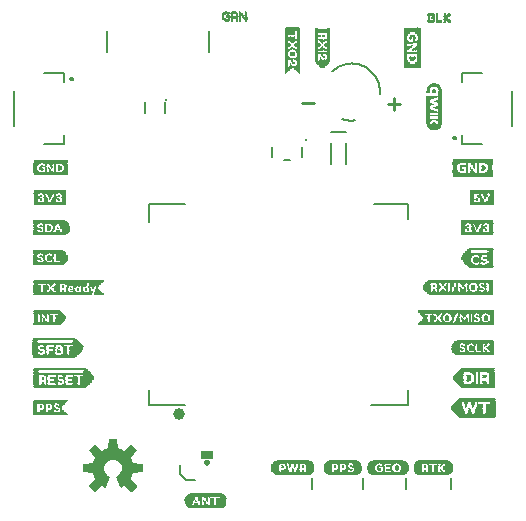
<source format=gto>
G04 EAGLE Gerber RS-274X export*
G75*
%MOMM*%
%FSLAX34Y34*%
%LPD*%
%INSilkscreen Top*%
%IPPOS*%
%AMOC8*
5,1,8,0,0,1.08239X$1,22.5*%
G01*
%ADD10C,0.279400*%
%ADD11C,0.203200*%
%ADD12C,0.254000*%
%ADD13C,0.152400*%
%ADD14C,0.254000*%
%ADD15C,0.300000*%
%ADD16C,1.000000*%
%ADD17R,2.000000X0.040000*%
%ADD18R,2.040000X0.040000*%
%ADD19R,2.120000X0.040000*%
%ADD20R,2.160000X0.040000*%
%ADD21R,0.320000X0.040000*%
%ADD22R,0.440000X0.040000*%
%ADD23R,0.360000X0.040000*%
%ADD24R,0.400000X0.040000*%
%ADD25R,0.480000X0.040000*%
%ADD26R,0.520000X0.040000*%
%ADD27R,2.440000X0.040000*%
%ADD28R,2.480000X0.040000*%
%ADD29R,2.520000X0.040000*%
%ADD30R,2.560000X0.040000*%
%ADD31R,1.040000X0.040000*%
%ADD32R,0.560000X0.040000*%
%ADD33R,0.960000X0.040000*%
%ADD34R,0.240000X0.040000*%
%ADD35R,0.920000X0.040000*%
%ADD36R,0.120000X0.040000*%
%ADD37R,0.880000X0.040000*%
%ADD38R,0.080000X0.040000*%
%ADD39R,0.200000X0.040000*%
%ADD40R,0.160000X0.040000*%
%ADD41R,0.840000X0.040000*%
%ADD42R,0.800000X0.040000*%
%ADD43R,0.640000X0.040000*%
%ADD44R,0.680000X0.040000*%
%ADD45R,0.760000X0.040000*%
%ADD46R,0.720000X0.040000*%
%ADD47R,0.600000X0.040000*%
%ADD48R,2.200000X0.040000*%
%ADD49R,0.030000X2.820000*%
%ADD50R,0.030000X2.850000*%
%ADD51R,0.020000X2.910000*%
%ADD52R,0.040000X2.940000*%
%ADD53R,0.030000X2.970000*%
%ADD54R,0.030000X3.000000*%
%ADD55R,0.020000X3.030000*%
%ADD56R,0.030000X1.080000*%
%ADD57R,0.030000X0.450000*%
%ADD58R,0.030000X0.600000*%
%ADD59R,0.040000X0.360000*%
%ADD60R,0.040000X0.240000*%
%ADD61R,0.040000X0.390000*%
%ADD62R,0.040000X0.090000*%
%ADD63R,0.040000X0.570000*%
%ADD64R,0.030000X0.360000*%
%ADD65R,0.030000X0.180000*%
%ADD66R,0.030000X0.060000*%
%ADD67R,0.030000X0.540000*%
%ADD68R,0.030000X0.150000*%
%ADD69R,0.030000X0.300000*%
%ADD70R,0.030000X0.120000*%
%ADD71R,0.030000X0.270000*%
%ADD72R,0.030000X0.570000*%
%ADD73R,0.040000X0.120000*%
%ADD74R,0.040000X0.210000*%
%ADD75R,0.030000X0.090000*%
%ADD76R,0.030000X0.240000*%
%ADD77R,0.030000X0.030000*%
%ADD78R,0.030000X0.210000*%
%ADD79R,0.040000X0.180000*%
%ADD80R,0.040000X0.630000*%
%ADD81R,0.030000X0.660000*%
%ADD82R,0.040000X0.300000*%
%ADD83R,0.040000X0.420000*%
%ADD84R,0.040000X0.690000*%
%ADD85R,0.030000X0.690000*%
%ADD86R,0.030000X0.330000*%
%ADD87R,0.030000X0.720000*%
%ADD88R,0.030000X0.750000*%
%ADD89R,0.040000X0.270000*%
%ADD90R,0.040000X0.750000*%
%ADD91R,0.030000X0.780000*%
%ADD92R,0.030000X0.810000*%
%ADD93R,0.040000X0.510000*%
%ADD94R,0.030000X0.480000*%
%ADD95R,0.030000X0.420000*%
%ADD96R,0.040000X0.060000*%
%ADD97R,0.030000X0.390000*%
%ADD98R,0.030000X3.030000*%
%ADD99R,0.030000X2.940000*%
%ADD100R,0.030000X2.910000*%
%ADD101R,0.030000X3.930000*%
%ADD102R,0.030000X3.900000*%
%ADD103R,0.020000X3.870000*%
%ADD104R,0.040000X3.840000*%
%ADD105R,0.030000X3.810000*%
%ADD106R,0.030000X3.780000*%
%ADD107R,0.020000X3.750000*%
%ADD108R,0.030000X1.170000*%
%ADD109R,0.030000X0.630000*%
%ADD110R,0.040000X0.330000*%
%ADD111R,0.040000X0.540000*%
%ADD112R,0.040000X0.150000*%
%ADD113R,0.040000X0.600000*%
%ADD114R,0.040000X0.480000*%
%ADD115R,0.030000X0.510000*%
%ADD116R,0.030000X3.750000*%
%ADD117R,0.030000X3.840000*%
%ADD118R,0.030000X3.870000*%
%ADD119R,2.730000X0.030000*%
%ADD120R,2.730000X0.020000*%
%ADD121R,2.730000X0.040000*%
%ADD122R,0.540000X0.030000*%
%ADD123R,1.350000X0.030000*%
%ADD124R,0.450000X0.040000*%
%ADD125R,0.210000X0.040000*%
%ADD126R,0.420000X0.030000*%
%ADD127R,0.150000X0.030000*%
%ADD128R,0.450000X0.030000*%
%ADD129R,0.390000X0.030000*%
%ADD130R,0.120000X0.030000*%
%ADD131R,0.360000X0.030000*%
%ADD132R,0.090000X0.030000*%
%ADD133R,0.060000X0.030000*%
%ADD134R,0.330000X0.030000*%
%ADD135R,0.300000X0.030000*%
%ADD136R,0.210000X0.030000*%
%ADD137R,0.270000X0.030000*%
%ADD138R,0.420000X0.040000*%
%ADD139R,0.150000X0.040000*%
%ADD140R,0.330000X0.040000*%
%ADD141R,0.180000X0.030000*%
%ADD142R,0.240000X0.030000*%
%ADD143R,0.540000X0.040000*%
%ADD144R,0.300000X0.040000*%
%ADD145R,0.660000X0.030000*%
%ADD146R,0.570000X0.030000*%
%ADD147R,0.270000X0.040000*%
%ADD148R,0.030000X0.040000*%
%ADD149R,0.480000X0.030000*%
%ADD150R,2.910000X0.030000*%
%ADD151R,2.910000X0.020000*%
%ADD152R,2.910000X0.040000*%
%ADD153R,0.630000X0.030000*%
%ADD154R,2.100000X0.030000*%
%ADD155R,0.570000X0.040000*%
%ADD156R,0.510000X0.030000*%
%ADD157R,0.090000X0.040000*%
%ADD158R,0.180000X0.040000*%
%ADD159R,0.060000X0.040000*%
%ADD160R,0.390000X0.040000*%
%ADD161R,0.600000X0.030000*%
%ADD162R,2.460000X0.030000*%
%ADD163R,2.550000X0.030000*%
%ADD164R,2.610000X0.020000*%
%ADD165R,2.670000X0.040000*%
%ADD166R,2.700000X0.030000*%
%ADD167R,2.760000X0.020000*%
%ADD168R,0.930000X0.040000*%
%ADD169R,0.930000X0.030000*%
%ADD170R,0.960000X0.030000*%
%ADD171R,0.990000X0.030000*%
%ADD172R,0.510000X0.040000*%
%ADD173R,0.990000X0.040000*%
%ADD174R,0.690000X0.040000*%
%ADD175R,2.760000X0.030000*%
%ADD176R,2.670000X0.030000*%
%ADD177R,2.610000X0.030000*%
%ADD178R,2.640000X0.030000*%
%ADD179R,2.790000X0.020000*%
%ADD180R,2.850000X0.040000*%
%ADD181R,2.880000X0.030000*%
%ADD182R,2.940000X0.020000*%
%ADD183R,2.280000X0.030000*%
%ADD184R,0.870000X0.040000*%
%ADD185R,0.840000X0.030000*%
%ADD186R,0.870000X0.030000*%
%ADD187R,0.810000X0.030000*%
%ADD188R,0.780000X0.040000*%
%ADD189R,0.780000X0.030000*%
%ADD190R,0.750000X0.030000*%
%ADD191R,0.720000X0.030000*%
%ADD192R,0.630000X0.040000*%
%ADD193R,2.940000X0.030000*%
%ADD194R,2.850000X0.030000*%
%ADD195R,2.790000X0.030000*%
%ADD196R,2.220000X0.030000*%
%ADD197R,2.250000X0.030000*%
%ADD198R,2.310000X0.020000*%
%ADD199R,2.340000X0.040000*%
%ADD200R,2.370000X0.030000*%
%ADD201R,2.400000X0.030000*%
%ADD202R,2.430000X0.020000*%
%ADD203R,0.900000X0.030000*%
%ADD204R,0.900000X0.040000*%
%ADD205R,0.690000X0.030000*%
%ADD206R,0.660000X0.040000*%
%ADD207R,2.430000X0.030000*%
%ADD208R,2.340000X0.030000*%
%ADD209R,2.310000X0.030000*%
%ADD210R,2.850000X0.020000*%
%ADD211R,2.820000X0.040000*%
%ADD212R,1.890000X0.030000*%
%ADD213R,2.820000X0.030000*%
%ADD214R,2.490000X0.030000*%
%ADD215R,2.070000X0.030000*%
%ADD216R,1.020000X0.030000*%
%ADD217R,2.970000X0.030000*%
%ADD218R,3.090000X0.020000*%
%ADD219R,3.150000X0.040000*%
%ADD220R,3.210000X0.030000*%
%ADD221R,3.270000X0.030000*%
%ADD222R,3.330000X0.020000*%
%ADD223R,1.260000X0.030000*%
%ADD224R,1.290000X0.030000*%
%ADD225R,3.330000X0.030000*%
%ADD226R,3.150000X0.030000*%
%ADD227R,3.090000X0.030000*%
%ADD228R,3.030000X0.020000*%
%ADD229R,0.810000X0.040000*%
%ADD230R,3.030000X0.030000*%
%ADD231R,5.400000X0.030000*%
%ADD232R,5.430000X0.030000*%
%ADD233R,5.490000X0.020000*%
%ADD234R,5.520000X0.040000*%
%ADD235R,5.550000X0.030000*%
%ADD236R,5.580000X0.030000*%
%ADD237R,2.460000X0.020000*%
%ADD238R,3.060000X0.020000*%
%ADD239R,1.110000X0.030000*%
%ADD240R,3.360000X0.030000*%
%ADD241R,3.390000X0.030000*%
%ADD242R,5.520000X0.030000*%
%ADD243R,5.490000X0.030000*%
%ADD244R,6.510000X0.030000*%
%ADD245R,6.480000X0.030000*%
%ADD246R,6.450000X0.020000*%
%ADD247R,6.420000X0.040000*%
%ADD248R,6.390000X0.030000*%
%ADD249R,6.360000X0.030000*%
%ADD250R,3.180000X0.020000*%
%ADD251R,1.470000X0.030000*%
%ADD252R,6.420000X0.030000*%
%ADD253R,6.450000X0.030000*%
%ADD254R,5.970000X0.030000*%
%ADD255R,5.940000X0.030000*%
%ADD256R,5.910000X0.020000*%
%ADD257R,5.880000X0.040000*%
%ADD258R,5.850000X0.030000*%
%ADD259R,5.820000X0.030000*%
%ADD260R,4.530000X0.020000*%
%ADD261R,1.140000X0.020000*%
%ADD262R,1.170000X0.030000*%
%ADD263R,1.080000X0.030000*%
%ADD264R,1.860000X0.040000*%
%ADD265R,1.050000X0.040000*%
%ADD266R,1.800000X0.030000*%
%ADD267R,1.770000X0.030000*%
%ADD268R,1.740000X0.030000*%
%ADD269R,1.710000X0.040000*%
%ADD270R,1.710000X0.030000*%
%ADD271R,4.920000X0.030000*%
%ADD272R,4.890000X0.030000*%
%ADD273R,4.860000X0.030000*%
%ADD274R,3.400000X0.040000*%
%ADD275R,3.400000X0.030000*%
%ADD276R,0.740000X0.030000*%
%ADD277R,2.450000X0.030000*%
%ADD278R,0.670000X0.040000*%
%ADD279R,0.280000X0.040000*%
%ADD280R,0.140000X0.040000*%
%ADD281R,0.350000X0.030000*%
%ADD282R,0.110000X0.030000*%
%ADD283R,0.310000X0.040000*%
%ADD284R,0.110000X0.040000*%
%ADD285R,0.490000X0.030000*%
%ADD286R,0.140000X0.030000*%
%ADD287R,0.310000X0.030000*%
%ADD288R,0.530000X0.030000*%
%ADD289R,0.490000X0.040000*%
%ADD290R,0.460000X0.030000*%
%ADD291R,0.250000X0.030000*%
%ADD292R,0.170000X0.040000*%
%ADD293R,0.670000X0.030000*%
%ADD294R,0.320000X0.030000*%
%ADD295R,0.100000X0.040000*%
%ADD296R,0.350000X0.040000*%
%ADD297R,0.100000X0.030000*%
%ADD298R,0.040000X0.040000*%
%ADD299R,0.070000X0.040000*%
%ADD300R,0.070000X0.030000*%
%ADD301R,0.280000X0.030000*%
%ADD302R,0.250000X0.040000*%
%ADD303R,0.460000X0.040000*%
%ADD304R,0.530000X0.040000*%
%ADD305R,0.560000X0.030000*%
%ADD306R,0.380000X0.040000*%
%ADD307R,0.700000X0.030000*%
%ADD308R,0.170000X0.030000*%
%ADD309R,0.040000X3.400000*%
%ADD310R,0.030000X3.400000*%
%ADD311R,0.030000X0.740000*%
%ADD312R,0.030000X2.450000*%
%ADD313R,0.040000X0.670000*%
%ADD314R,0.040000X0.280000*%
%ADD315R,0.040000X0.140000*%
%ADD316R,0.030000X0.350000*%
%ADD317R,0.030000X0.110000*%
%ADD318R,0.040000X0.560000*%
%ADD319R,0.040000X0.310000*%
%ADD320R,0.040000X0.110000*%
%ADD321R,0.030000X0.490000*%
%ADD322R,0.030000X0.140000*%
%ADD323R,0.030000X0.310000*%
%ADD324R,0.030000X0.530000*%
%ADD325R,0.040000X0.490000*%
%ADD326R,0.030000X0.460000*%
%ADD327R,0.030000X0.250000*%
%ADD328R,0.040000X0.170000*%
%ADD329R,0.030000X0.670000*%
%ADD330R,0.030000X0.320000*%
%ADD331R,0.040000X0.100000*%
%ADD332R,0.040000X0.350000*%
%ADD333R,0.030000X0.100000*%
%ADD334R,0.040000X0.070000*%
%ADD335R,0.030000X0.070000*%
%ADD336R,0.040000X0.320000*%
%ADD337R,0.030000X0.280000*%
%ADD338R,0.040000X0.250000*%
%ADD339R,0.040000X0.460000*%
%ADD340R,0.040000X0.530000*%
%ADD341R,0.030000X0.560000*%
%ADD342R,0.040000X0.380000*%
%ADD343R,0.030000X0.700000*%
%ADD344R,0.030000X0.170000*%
%ADD345R,2.010000X0.030000*%
%ADD346R,2.010000X0.020000*%
%ADD347R,2.010000X0.040000*%
%ADD348R,2.970000X0.020000*%
%ADD349R,3.090000X0.040000*%
%ADD350R,3.270000X0.020000*%
%ADD351R,0.750000X0.040000*%
%ADD352R,4.400000X0.040000*%
%ADD353R,4.440000X0.040000*%
%ADD354R,4.520000X0.040000*%
%ADD355R,4.560000X0.040000*%
%ADD356R,4.840000X0.040000*%
%ADD357R,4.880000X0.040000*%
%ADD358R,4.920000X0.040000*%
%ADD359R,4.960000X0.040000*%
%ADD360R,1.120000X0.040000*%
%ADD361R,1.160000X0.040000*%
%ADD362R,1.080000X0.040000*%
%ADD363R,1.000000X0.040000*%
%ADD364R,4.600000X0.040000*%
%ADD365R,2.800000X0.040000*%
%ADD366R,2.880000X0.040000*%
%ADD367R,2.920000X0.040000*%
%ADD368R,2.960000X0.040000*%
%ADD369R,3.000000X0.040000*%
%ADD370R,3.040000X0.040000*%
%ADD371R,3.080000X0.040000*%
%ADD372R,3.120000X0.040000*%
%ADD373R,3.160000X0.040000*%
%ADD374R,3.200000X0.040000*%
%ADD375R,3.240000X0.040000*%
%ADD376R,3.280000X0.040000*%
%ADD377R,3.320000X0.040000*%
%ADD378R,1.680000X0.040000*%
%ADD379R,1.640000X0.040000*%
%ADD380R,3.600000X0.040000*%
%ADD381R,3.640000X0.040000*%
%ADD382R,3.720000X0.040000*%
%ADD383R,3.760000X0.040000*%
%ADD384R,4.040000X0.040000*%
%ADD385R,4.080000X0.040000*%
%ADD386R,4.120000X0.040000*%
%ADD387R,4.160000X0.040000*%
%ADD388R,3.800000X0.040000*%
%ADD389R,3.030000X0.040000*%
%ADD390R,3.210000X0.020000*%
%ADD391R,3.120000X0.030000*%
%ADD392R,3.330000X0.040000*%
%ADD393R,3.420000X0.020000*%
%ADD394R,1.380000X0.030000*%
%ADD395R,3.420000X0.030000*%

G36*
X104325Y18030D02*
X104325Y18030D01*
X104381Y18030D01*
X104409Y18045D01*
X104441Y18050D01*
X104500Y18090D01*
X104536Y18108D01*
X104545Y18120D01*
X104561Y18131D01*
X108869Y22439D01*
X108886Y22466D01*
X108910Y22487D01*
X108931Y22539D01*
X108960Y22586D01*
X108963Y22618D01*
X108975Y22648D01*
X108972Y22703D01*
X108977Y22759D01*
X108965Y22789D01*
X108963Y22821D01*
X108929Y22884D01*
X108915Y22921D01*
X108904Y22931D01*
X108895Y22948D01*
X103928Y29039D01*
X105117Y31349D01*
X105124Y31375D01*
X105141Y31407D01*
X105933Y33881D01*
X113752Y34675D01*
X113783Y34685D01*
X113815Y34686D01*
X113864Y34713D01*
X113916Y34731D01*
X113939Y34754D01*
X113967Y34769D01*
X113999Y34815D01*
X114038Y34854D01*
X114048Y34885D01*
X114067Y34911D01*
X114080Y34981D01*
X114093Y35019D01*
X114091Y35034D01*
X114094Y35053D01*
X114094Y41147D01*
X114087Y41178D01*
X114089Y41210D01*
X114067Y41261D01*
X114055Y41316D01*
X114034Y41340D01*
X114022Y41370D01*
X113980Y41406D01*
X113945Y41449D01*
X113915Y41462D01*
X113891Y41483D01*
X113822Y41504D01*
X113786Y41520D01*
X113771Y41520D01*
X113752Y41525D01*
X105933Y42319D01*
X105141Y44793D01*
X105128Y44816D01*
X105117Y44851D01*
X103928Y47161D01*
X108895Y53252D01*
X108909Y53280D01*
X108930Y53304D01*
X108946Y53357D01*
X108971Y53407D01*
X108971Y53439D01*
X108980Y53470D01*
X108970Y53525D01*
X108970Y53581D01*
X108955Y53609D01*
X108950Y53641D01*
X108910Y53700D01*
X108892Y53736D01*
X108880Y53745D01*
X108869Y53761D01*
X104561Y58069D01*
X104534Y58086D01*
X104513Y58110D01*
X104461Y58131D01*
X104414Y58160D01*
X104382Y58163D01*
X104352Y58175D01*
X104297Y58172D01*
X104241Y58177D01*
X104211Y58165D01*
X104179Y58163D01*
X104116Y58129D01*
X104079Y58115D01*
X104069Y58104D01*
X104052Y58095D01*
X97961Y53128D01*
X95651Y54317D01*
X95625Y54324D01*
X95593Y54341D01*
X93119Y55133D01*
X92325Y62952D01*
X92317Y62978D01*
X92316Y62990D01*
X92315Y62993D01*
X92314Y63015D01*
X92287Y63064D01*
X92269Y63116D01*
X92246Y63139D01*
X92231Y63167D01*
X92185Y63199D01*
X92146Y63238D01*
X92115Y63248D01*
X92089Y63267D01*
X92019Y63280D01*
X91981Y63293D01*
X91966Y63291D01*
X91947Y63294D01*
X85853Y63294D01*
X85822Y63287D01*
X85790Y63289D01*
X85739Y63267D01*
X85684Y63255D01*
X85660Y63234D01*
X85630Y63222D01*
X85594Y63180D01*
X85551Y63145D01*
X85538Y63115D01*
X85517Y63091D01*
X85496Y63022D01*
X85480Y62986D01*
X85480Y62971D01*
X85478Y62964D01*
X85477Y62962D01*
X85477Y62961D01*
X85475Y62952D01*
X84681Y55133D01*
X82207Y54341D01*
X82184Y54328D01*
X82149Y54317D01*
X79839Y53128D01*
X73748Y58095D01*
X73720Y58109D01*
X73696Y58130D01*
X73643Y58146D01*
X73593Y58171D01*
X73561Y58171D01*
X73530Y58180D01*
X73475Y58170D01*
X73419Y58170D01*
X73391Y58155D01*
X73359Y58150D01*
X73300Y58110D01*
X73265Y58092D01*
X73255Y58080D01*
X73239Y58069D01*
X68931Y53761D01*
X68914Y53734D01*
X68890Y53713D01*
X68869Y53661D01*
X68840Y53614D01*
X68837Y53582D01*
X68825Y53552D01*
X68829Y53497D01*
X68823Y53441D01*
X68835Y53411D01*
X68837Y53379D01*
X68871Y53316D01*
X68885Y53279D01*
X68896Y53269D01*
X68905Y53252D01*
X73872Y47161D01*
X72683Y44851D01*
X72676Y44825D01*
X72659Y44793D01*
X71867Y42319D01*
X64048Y41525D01*
X64017Y41515D01*
X63985Y41514D01*
X63936Y41487D01*
X63884Y41469D01*
X63861Y41446D01*
X63833Y41431D01*
X63801Y41385D01*
X63762Y41346D01*
X63752Y41315D01*
X63733Y41289D01*
X63720Y41219D01*
X63707Y41181D01*
X63709Y41166D01*
X63706Y41147D01*
X63706Y35053D01*
X63713Y35022D01*
X63711Y34990D01*
X63733Y34939D01*
X63745Y34884D01*
X63766Y34860D01*
X63778Y34830D01*
X63820Y34794D01*
X63855Y34751D01*
X63885Y34738D01*
X63909Y34717D01*
X63978Y34696D01*
X64014Y34680D01*
X64029Y34680D01*
X64048Y34675D01*
X71867Y33881D01*
X72659Y31407D01*
X72672Y31384D01*
X72683Y31349D01*
X73872Y29039D01*
X68905Y22948D01*
X68891Y22920D01*
X68870Y22896D01*
X68854Y22843D01*
X68829Y22793D01*
X68829Y22761D01*
X68820Y22730D01*
X68830Y22675D01*
X68830Y22619D01*
X68845Y22591D01*
X68850Y22559D01*
X68890Y22500D01*
X68908Y22465D01*
X68920Y22455D01*
X68931Y22439D01*
X73239Y18131D01*
X73266Y18114D01*
X73287Y18090D01*
X73339Y18069D01*
X73386Y18040D01*
X73418Y18037D01*
X73448Y18025D01*
X73503Y18029D01*
X73559Y18023D01*
X73589Y18035D01*
X73621Y18037D01*
X73684Y18071D01*
X73721Y18085D01*
X73731Y18096D01*
X73748Y18105D01*
X79839Y23072D01*
X82148Y21882D01*
X82212Y21866D01*
X82275Y21843D01*
X82296Y21845D01*
X82316Y21840D01*
X82381Y21854D01*
X82447Y21861D01*
X82465Y21872D01*
X82485Y21877D01*
X82537Y21918D01*
X82593Y21954D01*
X82606Y21973D01*
X82621Y21985D01*
X82637Y22020D01*
X82673Y22074D01*
X86261Y30736D01*
X86267Y30769D01*
X86281Y30798D01*
X86280Y30853D01*
X86289Y30907D01*
X86280Y30939D01*
X86280Y30971D01*
X86255Y31020D01*
X86239Y31073D01*
X86216Y31097D01*
X86202Y31126D01*
X86147Y31171D01*
X86120Y31199D01*
X86105Y31205D01*
X86089Y31217D01*
X84771Y31922D01*
X83645Y32846D01*
X82721Y33972D01*
X82035Y35256D01*
X81612Y36650D01*
X81469Y38099D01*
X81626Y39618D01*
X82089Y41071D01*
X82840Y42400D01*
X83846Y43547D01*
X85065Y44464D01*
X86446Y45114D01*
X87930Y45467D01*
X89455Y45510D01*
X90957Y45240D01*
X92372Y44670D01*
X93640Y43822D01*
X94709Y42733D01*
X95533Y41449D01*
X96077Y40023D01*
X96319Y38517D01*
X96247Y36993D01*
X95866Y35515D01*
X95192Y34147D01*
X94252Y32945D01*
X93086Y31961D01*
X91709Y31217D01*
X91686Y31196D01*
X91657Y31182D01*
X91621Y31139D01*
X91580Y31102D01*
X91568Y31072D01*
X91548Y31048D01*
X91535Y30993D01*
X91514Y30941D01*
X91517Y30909D01*
X91510Y30878D01*
X91524Y30807D01*
X91527Y30768D01*
X91535Y30755D01*
X91539Y30736D01*
X95127Y22074D01*
X95166Y22020D01*
X95198Y21963D01*
X95215Y21951D01*
X95228Y21934D01*
X95286Y21903D01*
X95341Y21865D01*
X95362Y21862D01*
X95381Y21852D01*
X95447Y21851D01*
X95513Y21841D01*
X95536Y21848D01*
X95554Y21847D01*
X95589Y21864D01*
X95652Y21882D01*
X97961Y23072D01*
X104052Y18105D01*
X104080Y18091D01*
X104104Y18070D01*
X104157Y18054D01*
X104207Y18029D01*
X104239Y18029D01*
X104270Y18020D01*
X104325Y18030D01*
G37*
G36*
X361778Y324261D02*
X361778Y324261D01*
X361780Y324262D01*
X361784Y324261D01*
X362303Y324352D01*
X362306Y324354D01*
X362311Y324354D01*
X363323Y324668D01*
X363326Y324672D01*
X363334Y324673D01*
X364267Y325174D01*
X364268Y325177D01*
X364273Y325177D01*
X364705Y325480D01*
X364706Y325482D01*
X364709Y325483D01*
X365118Y325820D01*
X365118Y325821D01*
X365120Y325822D01*
X365511Y326176D01*
X365512Y326180D01*
X365518Y326183D01*
X366192Y327000D01*
X366192Y327005D01*
X366198Y327009D01*
X366713Y327934D01*
X366713Y327937D01*
X366716Y327941D01*
X366918Y328427D01*
X366918Y328430D01*
X366921Y328434D01*
X367222Y329448D01*
X367221Y329453D01*
X367224Y329460D01*
X367331Y330514D01*
X367350Y330703D01*
X367348Y330706D01*
X367350Y330709D01*
X367350Y357725D01*
X367348Y357727D01*
X367350Y357731D01*
X367245Y358785D01*
X367243Y358788D01*
X367244Y358791D01*
X367140Y359308D01*
X367138Y359310D01*
X367139Y359315D01*
X366816Y360323D01*
X366812Y360327D01*
X366812Y360334D01*
X366306Y361265D01*
X366303Y361267D01*
X366302Y361273D01*
X365988Y361697D01*
X365987Y361698D01*
X365986Y361700D01*
X365649Y362109D01*
X365647Y362109D01*
X365646Y362112D01*
X365283Y362494D01*
X365279Y362495D01*
X365277Y362499D01*
X364459Y363172D01*
X364454Y363172D01*
X364449Y363178D01*
X363518Y363684D01*
X363514Y363684D01*
X363510Y363687D01*
X363019Y363877D01*
X363017Y363877D01*
X363014Y363879D01*
X362509Y364036D01*
X362507Y364035D01*
X362506Y364037D01*
X361994Y364168D01*
X361990Y364166D01*
X361985Y364169D01*
X360931Y364276D01*
X360927Y364274D01*
X360921Y364276D01*
X360394Y364247D01*
X360393Y364246D01*
X360391Y364247D01*
X359864Y364194D01*
X359863Y364193D01*
X359861Y364193D01*
X359340Y364110D01*
X359337Y364107D01*
X359331Y364108D01*
X358319Y363794D01*
X358316Y363790D01*
X358309Y363789D01*
X357373Y363295D01*
X357371Y363292D01*
X357367Y363292D01*
X356931Y362995D01*
X356930Y362992D01*
X356925Y362991D01*
X356120Y362305D01*
X356119Y362300D01*
X356113Y362297D01*
X355438Y361480D01*
X355438Y361475D01*
X355432Y361470D01*
X354912Y360549D01*
X354912Y360546D01*
X354909Y360543D01*
X354700Y360060D01*
X354700Y360056D01*
X354697Y360053D01*
X354388Y359040D01*
X354390Y359035D01*
X354386Y359028D01*
X354280Y357974D01*
X354281Y357972D01*
X354280Y357970D01*
X354257Y357442D01*
X354257Y357441D01*
X354257Y357439D01*
X354257Y355748D01*
X354268Y355730D01*
X354271Y355708D01*
X354288Y355700D01*
X354293Y355691D01*
X354303Y355693D01*
X354318Y355686D01*
X354734Y355674D01*
X354735Y355674D01*
X357914Y355674D01*
X357923Y355680D01*
X357934Y355677D01*
X357950Y355697D01*
X357971Y355710D01*
X357969Y355721D01*
X357976Y355730D01*
X357962Y355773D01*
X357961Y355778D01*
X357960Y355778D01*
X357960Y355779D01*
X357662Y356096D01*
X357347Y356507D01*
X357125Y356972D01*
X357005Y357475D01*
X356971Y357992D01*
X357019Y358510D01*
X357137Y359015D01*
X357322Y359499D01*
X357579Y359948D01*
X357924Y360334D01*
X358328Y360659D01*
X358774Y360924D01*
X359250Y361131D01*
X359756Y361256D01*
X360274Y361329D01*
X360795Y361365D01*
X361316Y361325D01*
X361832Y361242D01*
X362336Y361110D01*
X362808Y360894D01*
X363243Y360613D01*
X363631Y360270D01*
X363958Y359870D01*
X364210Y359417D01*
X364369Y358924D01*
X364457Y358412D01*
X364490Y357893D01*
X364434Y357378D01*
X364285Y356883D01*
X364048Y356425D01*
X363719Y356020D01*
X363718Y356019D01*
X363717Y356018D01*
X363532Y355774D01*
X363532Y355766D01*
X363525Y355762D01*
X363529Y355734D01*
X363527Y355706D01*
X363534Y355703D01*
X363535Y355695D01*
X363582Y355674D01*
X364187Y355674D01*
X364413Y355663D01*
X364413Y353363D01*
X364167Y353367D01*
X364155Y353359D01*
X354509Y353340D01*
X354508Y353339D01*
X354506Y353339D01*
X354316Y353330D01*
X354299Y353318D01*
X354278Y353315D01*
X354270Y353297D01*
X354261Y353290D01*
X354263Y353281D01*
X354257Y353267D01*
X354259Y330689D01*
X354260Y330687D01*
X354259Y330683D01*
X354365Y329629D01*
X354367Y329626D01*
X354366Y329622D01*
X354478Y329107D01*
X354480Y329104D01*
X354479Y329100D01*
X354808Y328095D01*
X354812Y328091D01*
X354813Y328084D01*
X355318Y327153D01*
X355322Y327151D01*
X355324Y327144D01*
X355980Y326315D01*
X355983Y326314D01*
X355985Y326310D01*
X356353Y325933D01*
X356356Y325932D01*
X356358Y325928D01*
X357181Y325261D01*
X357186Y325261D01*
X357190Y325255D01*
X358121Y324749D01*
X358126Y324750D01*
X358130Y324746D01*
X358624Y324562D01*
X358626Y324563D01*
X358628Y324561D01*
X359133Y324404D01*
X359135Y324405D01*
X359137Y324403D01*
X359650Y324279D01*
X359654Y324281D01*
X359658Y324278D01*
X360712Y324172D01*
X360717Y324174D01*
X360724Y324171D01*
X361778Y324261D01*
G37*
G36*
X173230Y45849D02*
X173230Y45849D01*
X173232Y45848D01*
X173275Y45868D01*
X173319Y45886D01*
X173319Y45888D01*
X173321Y45889D01*
X173354Y45974D01*
X173354Y52324D01*
X173353Y52326D01*
X173354Y52328D01*
X173334Y52371D01*
X173316Y52415D01*
X173314Y52415D01*
X173313Y52417D01*
X173228Y52450D01*
X163068Y52450D01*
X163066Y52449D01*
X163064Y52450D01*
X163021Y52430D01*
X162977Y52412D01*
X162977Y52410D01*
X162975Y52409D01*
X162942Y52324D01*
X162942Y45974D01*
X162943Y45972D01*
X162942Y45970D01*
X162962Y45927D01*
X162980Y45883D01*
X162982Y45883D01*
X162983Y45881D01*
X163068Y45848D01*
X173228Y45848D01*
X173230Y45849D01*
G37*
%LPC*%
G36*
X364145Y339896D02*
X364145Y339896D01*
X357070Y342455D01*
X357063Y342784D01*
X357063Y344370D01*
X357086Y344836D01*
X361599Y346228D01*
X361610Y346241D01*
X361626Y346244D01*
X361630Y346264D01*
X361643Y346280D01*
X361636Y346295D01*
X361639Y346311D01*
X361619Y346331D01*
X361614Y346342D01*
X361607Y346342D01*
X361602Y346347D01*
X361165Y346505D01*
X361164Y346504D01*
X361163Y346505D01*
X357082Y347778D01*
X357063Y348164D01*
X357063Y349751D01*
X357068Y350112D01*
X364186Y352700D01*
X364188Y352701D01*
X364222Y352699D01*
X364413Y352771D01*
X364413Y350435D01*
X364217Y350378D01*
X359644Y349029D01*
X359632Y349015D01*
X359614Y349009D01*
X359607Y348986D01*
X359600Y348977D01*
X359603Y348970D01*
X359600Y348960D01*
X359621Y348811D01*
X359628Y348803D01*
X359627Y348793D01*
X359665Y348761D01*
X359666Y348760D01*
X364404Y347420D01*
X364413Y347123D01*
X364413Y345535D01*
X364415Y345133D01*
X359808Y343784D01*
X359452Y343686D01*
X359440Y343672D01*
X359422Y343667D01*
X359419Y343651D01*
X359416Y343650D01*
X359417Y343646D01*
X359407Y343635D01*
X359414Y343618D01*
X359412Y343599D01*
X359426Y343587D01*
X359426Y343582D01*
X359431Y343580D01*
X359434Y343573D01*
X359443Y343571D01*
X359451Y343565D01*
X364074Y342165D01*
X364413Y342063D01*
X364413Y339989D01*
X364407Y339805D01*
X364145Y339896D01*
G37*
%LPD*%
%LPC*%
G36*
X364076Y329316D02*
X364076Y329316D01*
X364075Y329316D01*
X362556Y329316D01*
X362586Y329647D01*
X362582Y329654D01*
X362585Y329666D01*
X362473Y330184D01*
X362466Y330191D01*
X362463Y330206D01*
X362165Y330637D01*
X362157Y330640D01*
X362149Y330653D01*
X361720Y330947D01*
X361712Y330948D01*
X361704Y330955D01*
X361207Y331117D01*
X361202Y331116D01*
X361195Y331120D01*
X360671Y331182D01*
X360665Y331179D01*
X360655Y331182D01*
X360131Y331105D01*
X360126Y331100D01*
X360116Y331101D01*
X359631Y330906D01*
X359627Y330899D01*
X359615Y330896D01*
X359213Y330569D01*
X359210Y330560D01*
X359198Y330551D01*
X358945Y330099D01*
X358945Y330097D01*
X358943Y330096D01*
X358944Y330089D01*
X358938Y330079D01*
X358847Y329559D01*
X358848Y329559D01*
X358847Y329558D01*
X358810Y329316D01*
X356942Y329316D01*
X356983Y329592D01*
X356983Y329593D01*
X356983Y329594D01*
X357042Y330117D01*
X357220Y331151D01*
X357438Y331610D01*
X357995Y332491D01*
X358865Y333064D01*
X359319Y333291D01*
X360350Y333474D01*
X360860Y333509D01*
X361893Y333328D01*
X362381Y333186D01*
X363337Y332534D01*
X363339Y332534D01*
X363606Y332256D01*
X364169Y331377D01*
X364294Y330882D01*
X364475Y329846D01*
X364476Y329311D01*
X364076Y329316D01*
G37*
%LPD*%
%LPC*%
G36*
X364145Y334098D02*
X364145Y334098D01*
X364129Y334105D01*
X357063Y334105D01*
X357063Y334159D01*
X357063Y336275D01*
X357073Y336426D01*
X364271Y336416D01*
X364272Y336415D01*
X364413Y336419D01*
X364413Y334097D01*
X364145Y334098D01*
G37*
%LPD*%
%LPC*%
G36*
X357063Y337346D02*
X357063Y337346D01*
X357063Y338932D01*
X357091Y339369D01*
X364394Y339369D01*
X364393Y339309D01*
X364394Y339306D01*
X364393Y339303D01*
X364413Y338927D01*
X364413Y337053D01*
X364366Y337058D01*
X364365Y337058D01*
X364362Y337058D01*
X357069Y337048D01*
X357063Y337346D01*
G37*
%LPD*%
G36*
X360721Y355680D02*
X360721Y355680D01*
X360733Y355677D01*
X361250Y355756D01*
X361255Y355760D01*
X361262Y355759D01*
X361746Y355937D01*
X361751Y355943D01*
X361761Y355945D01*
X362179Y356245D01*
X362182Y356253D01*
X362194Y356260D01*
X362493Y356685D01*
X362494Y356696D01*
X362503Y356709D01*
X362609Y357222D01*
X362606Y357230D01*
X362610Y357242D01*
X362547Y357755D01*
X362542Y357761D01*
X362542Y357773D01*
X362331Y358239D01*
X362323Y358243D01*
X362319Y358256D01*
X361964Y358628D01*
X361956Y358629D01*
X361949Y358639D01*
X361492Y358894D01*
X361483Y358894D01*
X361471Y358901D01*
X360953Y358981D01*
X360949Y358979D01*
X360943Y358982D01*
X360426Y358976D01*
X360422Y358974D01*
X360415Y358975D01*
X359902Y358883D01*
X359896Y358877D01*
X359882Y358876D01*
X359425Y358621D01*
X359421Y358613D01*
X359409Y358608D01*
X359064Y358225D01*
X359063Y358216D01*
X359057Y358213D01*
X359057Y358211D01*
X359053Y358207D01*
X358856Y357735D01*
X358858Y357727D01*
X358852Y357716D01*
X358805Y357204D01*
X358809Y357197D01*
X358806Y357185D01*
X358913Y356673D01*
X358921Y356665D01*
X358925Y356648D01*
X359240Y356230D01*
X359248Y356227D01*
X359255Y356216D01*
X359683Y355927D01*
X359690Y355927D01*
X359698Y355920D01*
X360185Y355753D01*
X360191Y355755D01*
X360197Y355751D01*
X360714Y355677D01*
X360721Y355680D01*
G37*
D10*
X321437Y346315D02*
X331428Y346315D01*
X326432Y341320D02*
X326432Y351310D01*
X259038Y347585D02*
X249047Y347585D01*
D11*
X4800Y357900D02*
X4800Y327900D01*
X30800Y372900D02*
X47300Y372900D01*
X47300Y320400D02*
X47300Y312900D01*
X30800Y312900D01*
X47300Y365400D02*
X47300Y372900D01*
X52784Y367900D02*
X52786Y367963D01*
X52792Y368026D01*
X52802Y368089D01*
X52815Y368150D01*
X52833Y368211D01*
X52854Y368270D01*
X52879Y368329D01*
X52907Y368385D01*
X52939Y368440D01*
X52974Y368492D01*
X53013Y368542D01*
X53054Y368590D01*
X53099Y368635D01*
X53146Y368677D01*
X53195Y368716D01*
X53247Y368752D01*
X53301Y368785D01*
X53357Y368814D01*
X53415Y368840D01*
X53474Y368862D01*
X53534Y368881D01*
X53596Y368895D01*
X53658Y368906D01*
X53721Y368913D01*
X53784Y368916D01*
X53847Y368915D01*
X53910Y368910D01*
X53973Y368901D01*
X54035Y368888D01*
X54096Y368872D01*
X54156Y368852D01*
X54214Y368828D01*
X54271Y368800D01*
X54326Y368769D01*
X54379Y368735D01*
X54430Y368697D01*
X54478Y368656D01*
X54524Y368613D01*
X54567Y368566D01*
X54607Y368517D01*
X54644Y368466D01*
X54677Y368413D01*
X54707Y368357D01*
X54734Y368300D01*
X54757Y368241D01*
X54776Y368181D01*
X54792Y368119D01*
X54804Y368057D01*
X54812Y367995D01*
X54816Y367932D01*
X54816Y367868D01*
X54812Y367805D01*
X54804Y367743D01*
X54792Y367681D01*
X54776Y367619D01*
X54757Y367559D01*
X54734Y367500D01*
X54707Y367443D01*
X54677Y367387D01*
X54644Y367334D01*
X54607Y367283D01*
X54567Y367234D01*
X54524Y367187D01*
X54478Y367144D01*
X54430Y367103D01*
X54379Y367065D01*
X54326Y367031D01*
X54271Y367000D01*
X54214Y366972D01*
X54156Y366948D01*
X54096Y366928D01*
X54035Y366912D01*
X53973Y366899D01*
X53910Y366890D01*
X53847Y366885D01*
X53784Y366884D01*
X53721Y366887D01*
X53658Y366894D01*
X53596Y366905D01*
X53534Y366919D01*
X53474Y366938D01*
X53415Y366960D01*
X53357Y366986D01*
X53301Y367015D01*
X53247Y367048D01*
X53195Y367084D01*
X53146Y367123D01*
X53099Y367165D01*
X53054Y367210D01*
X53013Y367258D01*
X52974Y367308D01*
X52939Y367360D01*
X52907Y367415D01*
X52879Y367471D01*
X52854Y367530D01*
X52833Y367589D01*
X52815Y367650D01*
X52802Y367711D01*
X52792Y367774D01*
X52786Y367837D01*
X52784Y367900D01*
D12*
X166878Y43434D02*
X166880Y43505D01*
X166886Y43576D01*
X166896Y43647D01*
X166910Y43717D01*
X166928Y43786D01*
X166949Y43853D01*
X166975Y43920D01*
X167004Y43985D01*
X167036Y44048D01*
X167073Y44110D01*
X167112Y44169D01*
X167155Y44226D01*
X167201Y44280D01*
X167250Y44332D01*
X167302Y44381D01*
X167356Y44427D01*
X167413Y44470D01*
X167472Y44509D01*
X167534Y44546D01*
X167597Y44578D01*
X167662Y44607D01*
X167729Y44633D01*
X167796Y44654D01*
X167865Y44672D01*
X167935Y44686D01*
X168006Y44696D01*
X168077Y44702D01*
X168148Y44704D01*
X168219Y44702D01*
X168290Y44696D01*
X168361Y44686D01*
X168431Y44672D01*
X168500Y44654D01*
X168567Y44633D01*
X168634Y44607D01*
X168699Y44578D01*
X168762Y44546D01*
X168824Y44509D01*
X168883Y44470D01*
X168940Y44427D01*
X168994Y44381D01*
X169046Y44332D01*
X169095Y44280D01*
X169141Y44226D01*
X169184Y44169D01*
X169223Y44110D01*
X169260Y44048D01*
X169292Y43985D01*
X169321Y43920D01*
X169347Y43853D01*
X169368Y43786D01*
X169386Y43717D01*
X169400Y43647D01*
X169410Y43576D01*
X169416Y43505D01*
X169418Y43434D01*
X169416Y43363D01*
X169410Y43292D01*
X169400Y43221D01*
X169386Y43151D01*
X169368Y43082D01*
X169347Y43015D01*
X169321Y42948D01*
X169292Y42883D01*
X169260Y42820D01*
X169223Y42758D01*
X169184Y42699D01*
X169141Y42642D01*
X169095Y42588D01*
X169046Y42536D01*
X168994Y42487D01*
X168940Y42441D01*
X168883Y42398D01*
X168824Y42359D01*
X168762Y42322D01*
X168699Y42290D01*
X168634Y42261D01*
X168567Y42235D01*
X168500Y42214D01*
X168431Y42196D01*
X168361Y42182D01*
X168290Y42172D01*
X168219Y42166D01*
X168148Y42164D01*
X168077Y42166D01*
X168006Y42172D01*
X167935Y42182D01*
X167865Y42196D01*
X167796Y42214D01*
X167729Y42235D01*
X167662Y42261D01*
X167597Y42290D01*
X167534Y42322D01*
X167472Y42359D01*
X167413Y42398D01*
X167356Y42441D01*
X167302Y42487D01*
X167250Y42536D01*
X167201Y42588D01*
X167155Y42642D01*
X167112Y42699D01*
X167073Y42758D01*
X167036Y42820D01*
X167004Y42883D01*
X166975Y42948D01*
X166949Y43015D01*
X166928Y43082D01*
X166910Y43151D01*
X166896Y43221D01*
X166886Y43292D01*
X166880Y43363D01*
X166878Y43434D01*
D13*
X157988Y28194D02*
X150368Y28194D01*
X145288Y33274D01*
X145288Y40894D01*
D11*
X273658Y322500D02*
X286158Y322500D01*
X286158Y313800D02*
X286158Y295800D01*
X273658Y295800D02*
X273658Y313800D01*
X257175Y30163D02*
X257175Y20638D01*
D13*
X314706Y355092D02*
X314747Y355671D01*
X314774Y356251D01*
X314787Y356831D01*
X314785Y357412D01*
X314770Y357992D01*
X314740Y358572D01*
X314697Y359150D01*
X314639Y359728D01*
X314567Y360304D01*
X314481Y360878D01*
X314381Y361450D01*
X314267Y362019D01*
X314140Y362586D01*
X313998Y363149D01*
X313843Y363708D01*
X313675Y364264D01*
X313493Y364815D01*
X313298Y365362D01*
X313089Y365903D01*
X312867Y366440D01*
X312632Y366971D01*
X312385Y367496D01*
X312124Y368015D01*
X311852Y368527D01*
X311566Y369033D01*
X311269Y369531D01*
X310959Y370022D01*
X310638Y370506D01*
X310305Y370981D01*
X309960Y371448D01*
X309604Y371907D01*
X309237Y372357D01*
X308860Y372798D01*
X308471Y373229D01*
X308072Y373651D01*
X307664Y374063D01*
X307245Y374465D01*
X306816Y374857D01*
X306378Y375238D01*
X305931Y375608D01*
X305475Y375967D01*
X305011Y376316D01*
X304538Y376652D01*
X304057Y376977D01*
X303568Y377291D01*
X303072Y377592D01*
X302569Y377881D01*
X302059Y378158D01*
X301542Y378422D01*
X301019Y378674D01*
X300489Y378913D01*
X299955Y379139D01*
X299415Y379351D01*
X298869Y379551D01*
X298320Y379737D01*
X297765Y379910D01*
X297207Y380069D01*
X296645Y380215D01*
X296080Y380347D01*
X295511Y380465D01*
X294940Y380569D01*
X294367Y380659D01*
X293791Y380736D01*
X293214Y380798D01*
X292636Y380846D01*
X292056Y380880D01*
X291476Y380900D01*
X290896Y380906D01*
X290315Y380898D01*
X289735Y380875D01*
X289156Y380839D01*
X288577Y380788D01*
X288001Y380723D01*
X287425Y380645D01*
X286852Y380552D01*
X286282Y380445D01*
X285714Y380325D01*
X285149Y380191D01*
X284588Y380043D01*
X284030Y379881D01*
X283477Y379706D01*
X282928Y379517D01*
X282383Y379315D01*
X281844Y379100D01*
X281310Y378872D01*
X280782Y378631D01*
X280260Y378377D01*
X279744Y378111D01*
X279235Y377832D01*
X278733Y377541D01*
X278238Y377237D01*
X277751Y376922D01*
X277271Y376595D01*
X276800Y376256D01*
X276337Y375906D01*
X275882Y375545D01*
X275437Y375172D01*
X275001Y374789D01*
X274574Y374396D01*
X282702Y334264D02*
X283081Y334087D01*
X283465Y333919D01*
X283852Y333761D01*
X284243Y333612D01*
X284638Y333472D01*
X285036Y333342D01*
X285437Y333222D01*
X285841Y333111D01*
X286247Y333010D01*
X286656Y332919D01*
X287066Y332838D01*
X287479Y332767D01*
X287893Y332705D01*
X288309Y332654D01*
X288725Y332613D01*
X289143Y332582D01*
X289561Y332561D01*
X289979Y332550D01*
X290398Y332549D01*
X290816Y332558D01*
X291235Y332577D01*
X291652Y332607D01*
X292069Y332646D01*
X292485Y332696D01*
X292899Y332756D01*
X293312Y332825D01*
X293723Y332905D01*
X294132Y332994D01*
D11*
X170200Y390554D02*
X170200Y408554D01*
X83800Y408554D02*
X83800Y390554D01*
D14*
X252222Y316230D03*
D11*
X223520Y310364D02*
X223520Y301776D01*
X248920Y301776D02*
X248920Y310364D01*
X238904Y298982D02*
X233536Y298982D01*
D15*
X133460Y350408D03*
D13*
X132842Y347980D02*
X132842Y338836D01*
X116078Y338836D02*
X116078Y347980D01*
D11*
X300355Y30163D02*
X300355Y20638D01*
X375285Y20638D02*
X375285Y30163D01*
X427000Y327900D02*
X427000Y357900D01*
X401000Y312900D02*
X384500Y312900D01*
X384500Y365400D02*
X384500Y372900D01*
X401000Y372900D01*
X384500Y320400D02*
X384500Y312900D01*
X376984Y317900D02*
X376986Y317963D01*
X376992Y318026D01*
X377002Y318089D01*
X377015Y318150D01*
X377033Y318211D01*
X377054Y318270D01*
X377079Y318329D01*
X377107Y318385D01*
X377139Y318440D01*
X377174Y318492D01*
X377213Y318542D01*
X377254Y318590D01*
X377299Y318635D01*
X377346Y318677D01*
X377395Y318716D01*
X377447Y318752D01*
X377501Y318785D01*
X377557Y318814D01*
X377615Y318840D01*
X377674Y318862D01*
X377734Y318881D01*
X377796Y318895D01*
X377858Y318906D01*
X377921Y318913D01*
X377984Y318916D01*
X378047Y318915D01*
X378110Y318910D01*
X378173Y318901D01*
X378235Y318888D01*
X378296Y318872D01*
X378356Y318852D01*
X378414Y318828D01*
X378471Y318800D01*
X378526Y318769D01*
X378579Y318735D01*
X378630Y318697D01*
X378678Y318656D01*
X378724Y318613D01*
X378767Y318566D01*
X378807Y318517D01*
X378844Y318466D01*
X378877Y318413D01*
X378907Y318357D01*
X378934Y318300D01*
X378957Y318241D01*
X378976Y318181D01*
X378992Y318119D01*
X379004Y318057D01*
X379012Y317995D01*
X379016Y317932D01*
X379016Y317868D01*
X379012Y317805D01*
X379004Y317743D01*
X378992Y317681D01*
X378976Y317619D01*
X378957Y317559D01*
X378934Y317500D01*
X378907Y317443D01*
X378877Y317387D01*
X378844Y317334D01*
X378807Y317283D01*
X378767Y317234D01*
X378724Y317187D01*
X378678Y317144D01*
X378630Y317103D01*
X378579Y317065D01*
X378526Y317031D01*
X378471Y317000D01*
X378414Y316972D01*
X378356Y316948D01*
X378296Y316928D01*
X378235Y316912D01*
X378173Y316899D01*
X378110Y316890D01*
X378047Y316885D01*
X377984Y316884D01*
X377921Y316887D01*
X377858Y316894D01*
X377796Y316905D01*
X377734Y316919D01*
X377674Y316938D01*
X377615Y316960D01*
X377557Y316986D01*
X377501Y317015D01*
X377447Y317048D01*
X377395Y317084D01*
X377346Y317123D01*
X377299Y317165D01*
X377254Y317210D01*
X377213Y317258D01*
X377174Y317308D01*
X377139Y317360D01*
X377107Y317415D01*
X377079Y317471D01*
X377054Y317530D01*
X377033Y317589D01*
X377015Y317650D01*
X377002Y317711D01*
X376992Y317774D01*
X376986Y317837D01*
X376984Y317900D01*
D16*
X144980Y84100D03*
D11*
X149860Y91440D02*
X118980Y91440D01*
X307340Y91440D02*
X338980Y91440D01*
X338980Y104140D01*
X118980Y104140D02*
X118980Y91440D01*
X118980Y246380D02*
X118980Y261620D01*
X149860Y261620D01*
X309880Y261620D02*
X338980Y261620D01*
X338980Y248920D01*
D17*
X400600Y223900D03*
D18*
X400400Y223500D03*
D19*
X400000Y223100D03*
D20*
X399800Y222700D03*
D21*
X390200Y222300D03*
D22*
X408400Y222300D03*
D23*
X390000Y221900D03*
D24*
X408600Y221900D03*
X389800Y221500D03*
X408600Y221500D03*
D22*
X389600Y221100D03*
D24*
X408600Y221100D03*
D25*
X389400Y220700D03*
D24*
X408600Y220700D03*
D26*
X389200Y220300D03*
D22*
X408400Y220300D03*
D27*
X398400Y219900D03*
D28*
X398200Y219500D03*
D29*
X398000Y219100D03*
D30*
X397800Y218700D03*
D31*
X389800Y218300D03*
D24*
X399800Y218300D03*
D32*
X407800Y218300D03*
D33*
X389400Y217900D03*
D34*
X399800Y217900D03*
D26*
X408000Y217900D03*
D35*
X388800Y217500D03*
D36*
X400000Y217500D03*
D25*
X408200Y217500D03*
D35*
X388400Y217100D03*
D36*
X400000Y217100D03*
D25*
X408200Y217100D03*
D37*
X388200Y216700D03*
D38*
X399800Y216700D03*
D25*
X408200Y216700D03*
D37*
X388200Y216300D03*
D39*
X396400Y216300D03*
D36*
X399600Y216300D03*
D40*
X403400Y216300D03*
D26*
X408000Y216300D03*
D41*
X388000Y215900D03*
D21*
X396600Y215900D03*
D40*
X399400Y215900D03*
D41*
X406400Y215900D03*
X388000Y215500D03*
D32*
X397400Y215500D03*
D42*
X406600Y215500D03*
D41*
X388000Y215100D03*
D43*
X397400Y215100D03*
D44*
X407200Y215100D03*
D42*
X387800Y214700D03*
D43*
X397400Y214700D03*
D32*
X407800Y214700D03*
D45*
X388000Y214300D03*
D46*
X397400Y214300D03*
D25*
X408200Y214300D03*
D46*
X388200Y213900D03*
D45*
X397600Y213900D03*
D22*
X408400Y213900D03*
D46*
X388200Y213500D03*
D42*
X398200Y213500D03*
D22*
X408400Y213500D03*
D46*
X388600Y213100D03*
D33*
X399000Y213100D03*
D24*
X408600Y213100D03*
D44*
X388800Y212700D03*
D33*
X399400Y212700D03*
D24*
X408600Y212700D03*
D43*
X389000Y212300D03*
D23*
X396400Y212300D03*
D39*
X399600Y212300D03*
D34*
X403000Y212300D03*
D24*
X408600Y212300D03*
D43*
X389400Y211900D03*
D39*
X396400Y211900D03*
D36*
X399600Y211900D03*
D39*
X403200Y211900D03*
D24*
X408600Y211900D03*
D47*
X389600Y211500D03*
D38*
X399800Y211500D03*
D22*
X408400Y211500D03*
D47*
X390000Y211100D03*
D38*
X399800Y211100D03*
D22*
X408400Y211100D03*
D47*
X390400Y210700D03*
D36*
X400000Y210700D03*
D25*
X408200Y210700D03*
D43*
X391000Y210300D03*
D39*
X400000Y210300D03*
D26*
X408000Y210300D03*
D44*
X391600Y209900D03*
D24*
X399800Y209900D03*
D47*
X407600Y209900D03*
D48*
X399600Y209500D03*
D20*
X399800Y209100D03*
D19*
X400000Y208700D03*
D18*
X400400Y208300D03*
D17*
X400600Y207900D03*
D49*
X272650Y396320D03*
D50*
X272350Y396170D03*
D51*
X272100Y395870D03*
D52*
X271800Y395720D03*
D53*
X271450Y395570D03*
D54*
X271150Y395420D03*
D55*
X270900Y395270D03*
D56*
X270650Y405020D03*
D57*
X270650Y396470D03*
D58*
X270650Y390320D03*
X270650Y382820D03*
D59*
X270300Y408620D03*
D60*
X270300Y401120D03*
D61*
X270300Y396470D03*
D62*
X270300Y392570D03*
D60*
X270300Y389120D03*
D63*
X270300Y382370D03*
D64*
X269950Y408620D03*
D65*
X269950Y401120D03*
D64*
X269950Y396620D03*
D66*
X269950Y392420D03*
D65*
X269950Y389420D03*
D67*
X269950Y381920D03*
D64*
X269750Y408620D03*
D68*
X269750Y400970D03*
D69*
X269750Y396620D03*
D66*
X269750Y392420D03*
D68*
X269750Y389570D03*
D67*
X269750Y381620D03*
D64*
X269450Y408620D03*
D70*
X269450Y400820D03*
D71*
X269450Y396470D03*
D66*
X269450Y392420D03*
D70*
X269450Y389720D03*
D72*
X269450Y381470D03*
D59*
X269100Y408620D03*
D73*
X269100Y400520D03*
D74*
X269100Y396470D03*
D62*
X269100Y392570D03*
D73*
X269100Y389720D03*
D63*
X269100Y381170D03*
D64*
X268750Y408620D03*
D68*
X268750Y400370D03*
X268750Y396470D03*
D70*
X268750Y392720D03*
D75*
X268750Y389870D03*
D58*
X268750Y381020D03*
D64*
X268550Y408620D03*
D65*
X268550Y404120D03*
D68*
X268550Y400070D03*
D75*
X268550Y396470D03*
D68*
X268550Y392870D03*
D75*
X268550Y389870D03*
D68*
X268550Y386570D03*
D58*
X268550Y380720D03*
D64*
X268250Y408620D03*
D76*
X268250Y403820D03*
D68*
X268250Y400070D03*
D77*
X268250Y396470D03*
D65*
X268250Y393020D03*
D75*
X268250Y389870D03*
D78*
X268250Y386570D03*
D58*
X268250Y380720D03*
D59*
X267900Y408620D03*
D60*
X267900Y403820D03*
D79*
X267900Y399920D03*
D74*
X267900Y393170D03*
D62*
X267900Y389870D03*
D74*
X267900Y386570D03*
D80*
X267900Y380570D03*
D64*
X267550Y408620D03*
D76*
X267550Y403820D03*
D78*
X267550Y399770D03*
D76*
X267550Y393320D03*
D75*
X267550Y389870D03*
D78*
X267550Y386570D03*
D81*
X267550Y380420D03*
D64*
X267250Y408620D03*
D76*
X267250Y403820D03*
X267250Y399620D03*
X267250Y393320D03*
D75*
X267250Y389870D03*
D65*
X267250Y386720D03*
D81*
X267250Y380420D03*
D64*
X267050Y408620D03*
D78*
X267050Y403970D03*
D71*
X267050Y399470D03*
X267050Y393470D03*
D70*
X267050Y389720D03*
D78*
X267050Y386870D03*
D81*
X267050Y380420D03*
D59*
X266700Y408620D03*
D82*
X266700Y399320D03*
X266700Y393620D03*
D83*
X266700Y388220D03*
D84*
X266700Y380570D03*
D64*
X266350Y408620D03*
D69*
X266350Y399620D03*
X266350Y393620D03*
D64*
X266350Y388520D03*
D85*
X266350Y380570D03*
D64*
X266150Y408620D03*
D71*
X266150Y399770D03*
X266150Y393470D03*
D86*
X266150Y388670D03*
D87*
X266150Y380720D03*
D64*
X265850Y408620D03*
D69*
X265850Y399920D03*
D76*
X265850Y393320D03*
D71*
X265850Y388970D03*
D88*
X265850Y380870D03*
D59*
X265500Y408620D03*
D89*
X265500Y400070D03*
D74*
X265500Y393170D03*
X265500Y389270D03*
D90*
X265500Y381170D03*
D64*
X265150Y408620D03*
D76*
X265150Y400220D03*
D77*
X265150Y396470D03*
D65*
X265150Y393020D03*
X265150Y389420D03*
D88*
X265150Y381470D03*
D64*
X264850Y408620D03*
D65*
X264850Y400220D03*
D75*
X264850Y396470D03*
D68*
X264850Y392870D03*
X264850Y389570D03*
D91*
X264850Y381620D03*
D64*
X264650Y408620D03*
D65*
X264650Y404120D03*
D68*
X264650Y400370D03*
X264650Y396470D03*
D70*
X264650Y392720D03*
X264650Y389720D03*
D92*
X264650Y382070D03*
D59*
X264300Y408620D03*
D74*
X264300Y403970D03*
D73*
X264300Y400520D03*
D79*
X264300Y396620D03*
D62*
X264300Y392570D03*
X264300Y389870D03*
D93*
X264300Y380870D03*
D64*
X263950Y408620D03*
D78*
X263950Y403970D03*
D66*
X263950Y400520D03*
D76*
X263950Y396620D03*
D66*
X263950Y392420D03*
D75*
X263950Y389870D03*
D94*
X263950Y381020D03*
D64*
X263750Y408620D03*
D76*
X263750Y403820D03*
D66*
X263750Y400520D03*
D71*
X263750Y396470D03*
D66*
X263750Y392420D03*
D75*
X263750Y389870D03*
D57*
X263750Y381170D03*
D64*
X263450Y408620D03*
D76*
X263450Y403820D03*
D66*
X263450Y400520D03*
D86*
X263450Y396470D03*
D66*
X263450Y392420D03*
D75*
X263450Y389870D03*
D95*
X263450Y381320D03*
D59*
X263100Y408620D03*
D60*
X263100Y403820D03*
D96*
X263100Y400520D03*
D61*
X263100Y396470D03*
D62*
X263100Y392570D03*
X263100Y389870D03*
D61*
X263100Y381470D03*
D97*
X262750Y408470D03*
D69*
X262750Y403820D03*
D68*
X262750Y400370D03*
D57*
X262750Y396470D03*
D68*
X262750Y392570D03*
X262750Y389870D03*
D97*
X262750Y381770D03*
D98*
X262450Y395270D03*
D54*
X262150Y395420D03*
D53*
X261850Y395570D03*
D99*
X261650Y395720D03*
D100*
X261350Y395870D03*
D50*
X261050Y396170D03*
D49*
X260750Y396320D03*
D101*
X247250Y391740D03*
D102*
X246950Y391890D03*
D103*
X246700Y392040D03*
D104*
X246400Y392190D03*
D105*
X246050Y392340D03*
D106*
X245750Y392490D03*
D107*
X245500Y392640D03*
D108*
X245250Y405540D03*
D94*
X245250Y396390D03*
D97*
X245250Y391440D03*
D109*
X245250Y385140D03*
D81*
X245250Y377490D03*
D110*
X244900Y409740D03*
D62*
X244900Y400440D03*
D83*
X244900Y396390D03*
D89*
X244900Y391740D03*
D83*
X244900Y384990D03*
D111*
X244900Y377190D03*
D69*
X244550Y409890D03*
D77*
X244550Y400440D03*
D64*
X244550Y396390D03*
D65*
X244550Y391890D03*
D64*
X244550Y384990D03*
D94*
X244550Y377190D03*
D69*
X244350Y409890D03*
D77*
X244350Y400440D03*
D69*
X244350Y396390D03*
D68*
X244350Y392040D03*
D71*
X244350Y384840D03*
D95*
X244350Y377190D03*
D86*
X244050Y409740D03*
D66*
X244050Y400590D03*
D71*
X244050Y396540D03*
D70*
X244050Y392190D03*
D78*
X244050Y384840D03*
D64*
X244050Y377190D03*
D110*
X243700Y409740D03*
D62*
X243700Y400440D03*
D74*
X243700Y396540D03*
D73*
X243700Y392490D03*
D112*
X243700Y384840D03*
D110*
X243700Y377340D03*
D58*
X243350Y408390D03*
D97*
X243350Y401640D03*
D68*
X243350Y396540D03*
D70*
X243350Y392790D03*
D68*
X243350Y384840D03*
D71*
X243350Y377340D03*
D58*
X243150Y408390D03*
D95*
X243150Y401490D03*
D75*
X243150Y396540D03*
D70*
X243150Y392790D03*
D65*
X243150Y388890D03*
D70*
X243150Y384690D03*
X243150Y381390D03*
D76*
X243150Y377490D03*
D58*
X242850Y408390D03*
D57*
X242850Y401340D03*
D77*
X242850Y396540D03*
D70*
X242850Y393090D03*
D71*
X242850Y388740D03*
D75*
X242850Y384840D03*
D65*
X242850Y381390D03*
D78*
X242850Y377640D03*
D113*
X242500Y408390D03*
D114*
X242500Y401190D03*
D112*
X242500Y393240D03*
D110*
X242500Y388740D03*
D96*
X242500Y384690D03*
D79*
X242500Y381390D03*
D112*
X242500Y377640D03*
D58*
X242150Y408390D03*
D115*
X242150Y401040D03*
D65*
X242150Y393390D03*
D64*
X242150Y388890D03*
D66*
X242150Y384690D03*
D65*
X242150Y381390D03*
D68*
X242150Y377640D03*
D58*
X241850Y408390D03*
D67*
X241850Y400890D03*
D78*
X241850Y393540D03*
D97*
X241850Y388740D03*
D66*
X241850Y384690D03*
D78*
X241850Y381540D03*
D68*
X241850Y377940D03*
D58*
X241650Y408390D03*
D67*
X241650Y400890D03*
D78*
X241650Y393840D03*
D97*
X241650Y388740D03*
D75*
X241650Y384540D03*
D65*
X241650Y381690D03*
D68*
X241650Y377940D03*
D113*
X241300Y408390D03*
D63*
X241300Y400740D03*
D60*
X241300Y393990D03*
D61*
X241300Y388740D03*
X241300Y383040D03*
D112*
X241300Y377940D03*
D58*
X240950Y408390D03*
D72*
X240950Y400740D03*
D78*
X240950Y393840D03*
D97*
X240950Y388740D03*
D64*
X240950Y383190D03*
D65*
X240950Y378090D03*
D58*
X240750Y408390D03*
D67*
X240750Y400890D03*
D65*
X240750Y393690D03*
D97*
X240750Y388740D03*
D69*
X240750Y383490D03*
D65*
X240750Y378090D03*
D58*
X240450Y408390D03*
D115*
X240450Y401040D03*
D65*
X240450Y393390D03*
D97*
X240450Y388740D03*
D76*
X240450Y383790D03*
X240450Y378090D03*
D113*
X240100Y408390D03*
D114*
X240100Y401190D03*
D79*
X240100Y393390D03*
D59*
X240100Y388890D03*
D74*
X240100Y383940D03*
D89*
X240100Y378240D03*
D58*
X239750Y408390D03*
D57*
X239750Y401340D03*
D77*
X239750Y396540D03*
D68*
X239750Y393240D03*
D86*
X239750Y388740D03*
D65*
X239750Y384390D03*
D86*
X239750Y378240D03*
D58*
X239450Y408390D03*
D95*
X239450Y401490D03*
D75*
X239450Y396540D03*
D70*
X239450Y393090D03*
D71*
X239450Y388740D03*
D68*
X239450Y384540D03*
D95*
X239450Y378390D03*
D58*
X239250Y408390D03*
D97*
X239250Y401640D03*
D68*
X239250Y396540D03*
D70*
X239250Y392790D03*
D68*
X239250Y388740D03*
D70*
X239250Y384690D03*
D94*
X239250Y378390D03*
D113*
X238900Y408390D03*
D59*
X238900Y401790D03*
D79*
X238900Y396390D03*
D73*
X238900Y392490D03*
D112*
X238900Y384840D03*
D89*
X238900Y377040D03*
D58*
X238550Y408390D03*
D64*
X238550Y401790D03*
D76*
X238550Y396390D03*
D75*
X238550Y392340D03*
D68*
X238550Y385140D03*
D71*
X238550Y376740D03*
D58*
X238350Y408390D03*
D86*
X238350Y401940D03*
D69*
X238350Y396390D03*
D70*
X238350Y392190D03*
D65*
X238350Y385290D03*
D69*
X238350Y376590D03*
D58*
X238050Y408390D03*
D86*
X238050Y401940D03*
X238050Y396540D03*
D68*
X238050Y392040D03*
D78*
X238050Y385440D03*
D86*
X238050Y376440D03*
D113*
X237700Y408390D03*
D59*
X237700Y401790D03*
D61*
X237700Y396540D03*
D74*
X237700Y391740D03*
D89*
X237700Y385440D03*
D61*
X237700Y376440D03*
D109*
X237350Y408240D03*
D95*
X237350Y401790D03*
D57*
X237350Y396540D03*
D69*
X237350Y391590D03*
D64*
X237350Y385590D03*
D95*
X237350Y376290D03*
D116*
X237050Y392640D03*
D106*
X236750Y392490D03*
D105*
X236450Y392340D03*
D117*
X236250Y392190D03*
D118*
X235950Y392040D03*
D102*
X235650Y391890D03*
D101*
X235350Y391740D03*
D119*
X35330Y272650D03*
X35330Y272350D03*
D120*
X35330Y272100D03*
D121*
X35330Y271800D03*
D119*
X35330Y271450D03*
X35330Y271150D03*
D120*
X35330Y270900D03*
D122*
X24380Y270650D03*
D123*
X35330Y270650D03*
D122*
X46280Y270650D03*
D124*
X23930Y270300D03*
D125*
X30530Y270300D03*
D124*
X35330Y270300D03*
D125*
X40130Y270300D03*
D124*
X46730Y270300D03*
D126*
X23780Y269950D03*
D127*
X30530Y269950D03*
D128*
X35330Y269950D03*
D127*
X40130Y269950D03*
D126*
X46880Y269950D03*
D129*
X23630Y269750D03*
D130*
X30680Y269750D03*
D129*
X35330Y269750D03*
D130*
X39980Y269750D03*
D129*
X47030Y269750D03*
D131*
X23480Y269450D03*
D132*
X30830Y269450D03*
D129*
X35330Y269450D03*
D132*
X39830Y269450D03*
D131*
X47180Y269450D03*
D23*
X23480Y269100D03*
D36*
X30980Y269100D03*
D23*
X35480Y269100D03*
D36*
X39680Y269100D03*
D23*
X47180Y269100D03*
D131*
X23480Y268750D03*
D133*
X27980Y268750D03*
D132*
X31130Y268750D03*
D134*
X35330Y268750D03*
D130*
X39680Y268750D03*
D133*
X42980Y268750D03*
D134*
X47330Y268750D03*
D131*
X23480Y268550D03*
D127*
X27830Y268550D03*
D130*
X31280Y268550D03*
D135*
X35480Y268550D03*
D127*
X39530Y268550D03*
X42830Y268550D03*
D134*
X47330Y268550D03*
D131*
X23480Y268250D03*
D136*
X27830Y268250D03*
D130*
X31280Y268250D03*
D137*
X35330Y268250D03*
D127*
X39530Y268250D03*
D136*
X42830Y268250D03*
D134*
X47330Y268250D03*
D138*
X23780Y267900D03*
D125*
X27530Y267900D03*
D139*
X31430Y267900D03*
D34*
X35480Y267900D03*
X39680Y267900D03*
D125*
X42530Y267900D03*
D140*
X47330Y267900D03*
D122*
X24380Y267550D03*
D141*
X31280Y267550D03*
D136*
X35330Y267550D03*
D131*
X40280Y267550D03*
X47180Y267550D03*
D122*
X24380Y267250D03*
D136*
X31430Y267250D03*
X35330Y267250D03*
D129*
X40130Y267250D03*
D131*
X47180Y267250D03*
D122*
X24380Y267050D03*
D142*
X31280Y267050D03*
D127*
X35330Y267050D03*
D129*
X40130Y267050D03*
X47030Y267050D03*
D143*
X24380Y266700D03*
D144*
X31280Y266700D03*
D139*
X35330Y266700D03*
D138*
X39980Y266700D03*
X46880Y266700D03*
D122*
X24380Y266350D03*
D142*
X31580Y266350D03*
D132*
X35330Y266350D03*
D126*
X39980Y266350D03*
D131*
X47180Y266350D03*
D122*
X24380Y266150D03*
D137*
X31730Y266150D03*
D132*
X35330Y266150D03*
D128*
X39830Y266150D03*
D131*
X47180Y266150D03*
D145*
X24980Y265850D03*
D142*
X31880Y265850D03*
D77*
X35330Y265850D03*
D146*
X40430Y265850D03*
D134*
X47330Y265850D03*
D23*
X23480Y265500D03*
D34*
X27680Y265500D03*
D147*
X32030Y265500D03*
D148*
X35330Y265500D03*
D144*
X38780Y265500D03*
D34*
X42680Y265500D03*
D140*
X47330Y265500D03*
D134*
X23330Y265150D03*
D136*
X27830Y265150D03*
D137*
X32030Y265150D03*
X38630Y265150D03*
D136*
X42830Y265150D03*
D134*
X47330Y265150D03*
X23330Y264850D03*
D136*
X27830Y264850D03*
D135*
X32180Y264850D03*
X38480Y264850D03*
D136*
X42830Y264850D03*
D134*
X47330Y264850D03*
X23330Y264650D03*
D127*
X27830Y264650D03*
D135*
X32180Y264650D03*
X38480Y264650D03*
D127*
X42830Y264650D03*
D134*
X47330Y264650D03*
D140*
X23330Y264300D03*
X32330Y264300D03*
X38330Y264300D03*
X47330Y264300D03*
D134*
X23330Y263950D03*
X32330Y263950D03*
X38330Y263950D03*
X47330Y263950D03*
D131*
X23480Y263750D03*
D129*
X32330Y263750D03*
X38330Y263750D03*
D131*
X47180Y263750D03*
D129*
X23630Y263450D03*
D126*
X32180Y263450D03*
X38480Y263450D03*
D129*
X47030Y263450D03*
D138*
X23780Y263100D03*
D25*
X32180Y263100D03*
X38480Y263100D03*
D138*
X46880Y263100D03*
D149*
X24080Y262750D03*
D146*
X32030Y262750D03*
X38630Y262750D03*
D149*
X46580Y262750D03*
D119*
X35330Y262450D03*
X35330Y262150D03*
X35330Y261850D03*
X35330Y261650D03*
X35330Y261350D03*
X35330Y261050D03*
X35330Y260750D03*
D150*
X35930Y298050D03*
X35930Y297750D03*
D151*
X35930Y297500D03*
D152*
X35930Y297200D03*
D150*
X35930Y296850D03*
X35930Y296550D03*
D151*
X35930Y296300D03*
D153*
X24530Y296050D03*
D154*
X39980Y296050D03*
D155*
X24230Y295700D03*
D34*
X31580Y295700D03*
D23*
X36080Y295700D03*
D36*
X39980Y295700D03*
D155*
X47630Y295700D03*
D156*
X23930Y295350D03*
D127*
X31730Y295350D03*
D135*
X36080Y295350D03*
D132*
X39830Y295350D03*
D156*
X47930Y295350D03*
D149*
X23780Y295150D03*
D130*
X31880Y295150D03*
D137*
X36230Y295150D03*
D132*
X39830Y295150D03*
D149*
X48080Y295150D03*
D126*
X23480Y294850D03*
D130*
X31880Y294850D03*
D137*
X36230Y294850D03*
D132*
X39830Y294850D03*
D128*
X48230Y294850D03*
D138*
X23480Y294500D03*
D36*
X31880Y294500D03*
D34*
X36380Y294500D03*
D157*
X39830Y294500D03*
D138*
X48380Y294500D03*
D129*
X23330Y294150D03*
D130*
X31880Y294150D03*
D136*
X36530Y294150D03*
D132*
X39830Y294150D03*
D129*
X48530Y294150D03*
D131*
X23180Y293950D03*
D136*
X28730Y293950D03*
D127*
X31730Y293950D03*
D141*
X36680Y293950D03*
D132*
X39830Y293950D03*
D141*
X43280Y293950D03*
D131*
X48680Y293950D03*
X23180Y293650D03*
D122*
X29780Y293650D03*
D141*
X36680Y293650D03*
D132*
X39830Y293650D03*
D136*
X43430Y293650D03*
D131*
X48680Y293650D03*
D23*
X23180Y293300D03*
D155*
X29630Y293300D03*
D139*
X36830Y293300D03*
D157*
X39830Y293300D03*
D34*
X43580Y293300D03*
D140*
X48830Y293300D03*
D134*
X23030Y292950D03*
D146*
X29630Y292950D03*
D130*
X36980Y292950D03*
D132*
X39830Y292950D03*
D137*
X43730Y292950D03*
D134*
X48830Y292950D03*
X23030Y292650D03*
D136*
X27530Y292650D03*
D130*
X31880Y292650D03*
D132*
X37130Y292650D03*
X39830Y292650D03*
D135*
X43880Y292650D03*
D134*
X48830Y292650D03*
X23030Y292450D03*
D141*
X27380Y292450D03*
D132*
X32030Y292450D03*
X37130Y292450D03*
X39830Y292450D03*
D135*
X43880Y292450D03*
D134*
X48830Y292450D03*
D140*
X23030Y292100D03*
D158*
X27380Y292100D03*
D157*
X32030Y292100D03*
D148*
X34730Y292100D03*
D159*
X37280Y292100D03*
D157*
X39830Y292100D03*
D144*
X43880Y292100D03*
D140*
X48830Y292100D03*
D134*
X23030Y291750D03*
D141*
X27380Y291750D03*
D132*
X32030Y291750D03*
D133*
X34880Y291750D03*
D77*
X37430Y291750D03*
D132*
X39830Y291750D03*
D135*
X43880Y291750D03*
D134*
X48830Y291750D03*
X23030Y291550D03*
D141*
X27380Y291550D03*
D132*
X32030Y291550D03*
D133*
X34880Y291550D03*
D132*
X39830Y291550D03*
D135*
X43880Y291550D03*
D134*
X48830Y291550D03*
X23030Y291250D03*
D135*
X28280Y291250D03*
D132*
X32030Y291250D03*
X35030Y291250D03*
X39830Y291250D03*
D137*
X43730Y291250D03*
D134*
X48830Y291250D03*
D23*
X23180Y290900D03*
D144*
X28280Y290900D03*
D157*
X32030Y290900D03*
D36*
X35180Y290900D03*
D157*
X39830Y290900D03*
D147*
X43730Y290900D03*
D140*
X48830Y290900D03*
D131*
X23180Y290550D03*
D137*
X28430Y290550D03*
D132*
X32030Y290550D03*
D127*
X35330Y290550D03*
D132*
X39830Y290550D03*
D142*
X43580Y290550D03*
D131*
X48680Y290550D03*
X23180Y290250D03*
D142*
X28580Y290250D03*
D132*
X32030Y290250D03*
D127*
X35330Y290250D03*
D132*
X39830Y290250D03*
D136*
X43430Y290250D03*
D131*
X48680Y290250D03*
D129*
X23330Y290050D03*
D127*
X28730Y290050D03*
D132*
X32030Y290050D03*
D141*
X35480Y290050D03*
D132*
X39830Y290050D03*
D130*
X42980Y290050D03*
D129*
X48530Y290050D03*
D160*
X23330Y289700D03*
D157*
X32030Y289700D03*
D125*
X35630Y289700D03*
D157*
X39830Y289700D03*
D160*
X48530Y289700D03*
D126*
X23480Y289350D03*
D132*
X32030Y289350D03*
D142*
X35780Y289350D03*
D132*
X39830Y289350D03*
D126*
X48380Y289350D03*
D128*
X23630Y289150D03*
D132*
X32030Y289150D03*
D142*
X35780Y289150D03*
D132*
X39830Y289150D03*
D128*
X48230Y289150D03*
D149*
X23780Y288850D03*
D130*
X31880Y288850D03*
D137*
X35930Y288850D03*
D132*
X39830Y288850D03*
D149*
X48080Y288850D03*
D143*
X24080Y288500D03*
D158*
X31880Y288500D03*
D140*
X35930Y288500D03*
D36*
X39980Y288500D03*
D143*
X47780Y288500D03*
D161*
X24380Y288150D03*
D142*
X31580Y288150D03*
D131*
X36080Y288150D03*
D127*
X39830Y288150D03*
D153*
X47330Y288150D03*
D150*
X35930Y287850D03*
X35930Y287550D03*
X35930Y287250D03*
X35930Y287050D03*
X35930Y286750D03*
X35930Y286450D03*
X35930Y286150D03*
D162*
X33680Y221850D03*
D163*
X34130Y221550D03*
D164*
X34430Y221300D03*
D165*
X34730Y221000D03*
D166*
X34880Y220650D03*
D119*
X35030Y220350D03*
D167*
X35180Y220100D03*
D122*
X24080Y219850D03*
D153*
X31430Y219850D03*
D123*
X42530Y219850D03*
D124*
X23630Y219500D03*
X31430Y219500D03*
D125*
X37730Y219500D03*
D168*
X44930Y219500D03*
D126*
X23480Y219150D03*
D134*
X31430Y219150D03*
D130*
X37880Y219150D03*
D169*
X44930Y219150D03*
D129*
X23330Y218950D03*
D142*
X31280Y218950D03*
D132*
X38030Y218950D03*
D169*
X45230Y218950D03*
D129*
X23330Y218650D03*
D136*
X31130Y218650D03*
D133*
X38180Y218650D03*
D169*
X45230Y218650D03*
D23*
X23180Y218300D03*
D125*
X30830Y218300D03*
D159*
X38180Y218300D03*
D33*
X45380Y218300D03*
D131*
X23180Y217950D03*
D130*
X27680Y217950D03*
D141*
X30680Y217950D03*
D132*
X38030Y217950D03*
D170*
X45380Y217950D03*
D131*
X23180Y217750D03*
D141*
X27680Y217750D03*
D136*
X30530Y217750D03*
X35030Y217750D03*
D130*
X37880Y217750D03*
D170*
X45380Y217750D03*
D131*
X23180Y217450D03*
D128*
X29030Y217450D03*
D135*
X35180Y217450D03*
D127*
X37730Y217450D03*
D171*
X45530Y217450D03*
D23*
X23180Y217100D03*
D138*
X29180Y217100D03*
D172*
X35930Y217100D03*
D173*
X45530Y217100D03*
D131*
X23180Y216750D03*
X29480Y216750D03*
D122*
X35780Y216750D03*
D171*
X45530Y216750D03*
D131*
X23180Y216450D03*
D136*
X29930Y216450D03*
D122*
X35780Y216450D03*
D171*
X45530Y216450D03*
D129*
X23330Y216250D03*
D127*
X30230Y216250D03*
D122*
X35780Y216250D03*
D171*
X45530Y216250D03*
D138*
X23480Y215900D03*
D157*
X30530Y215900D03*
D143*
X35780Y215900D03*
D173*
X45530Y215900D03*
D128*
X23630Y215550D03*
D132*
X30530Y215550D03*
D122*
X35780Y215550D03*
D171*
X45530Y215550D03*
D156*
X23930Y215350D03*
D133*
X30680Y215350D03*
D122*
X35780Y215350D03*
D171*
X45530Y215350D03*
D153*
X24530Y215050D03*
D132*
X30830Y215050D03*
D122*
X35780Y215050D03*
D171*
X45530Y215050D03*
D174*
X24830Y214700D03*
D157*
X30830Y214700D03*
D143*
X35780Y214700D03*
D173*
X45530Y214700D03*
D129*
X23330Y214350D03*
D142*
X27380Y214350D03*
D132*
X30830Y214350D03*
D156*
X35930Y214350D03*
D171*
X45530Y214350D03*
D131*
X23180Y214050D03*
D136*
X27530Y214050D03*
D130*
X30980Y214050D03*
D137*
X35030Y214050D03*
D130*
X37880Y214050D03*
D170*
X45380Y214050D03*
D131*
X23180Y213850D03*
D141*
X27680Y213850D03*
D130*
X30980Y213850D03*
D127*
X35030Y213850D03*
D132*
X38030Y213850D03*
D170*
X45380Y213850D03*
D140*
X23030Y213500D03*
D139*
X31130Y213500D03*
D157*
X38030Y213500D03*
D33*
X45380Y213500D03*
D131*
X23180Y213150D03*
D127*
X31130Y213150D03*
D133*
X38180Y213150D03*
D146*
X47030Y213150D03*
D131*
X23180Y212950D03*
D136*
X31130Y212950D03*
D133*
X38180Y212950D03*
D146*
X47030Y212950D03*
D129*
X23330Y212650D03*
D135*
X31280Y212650D03*
D132*
X38030Y212650D03*
D122*
X46880Y212650D03*
D124*
X23630Y212300D03*
D23*
X31280Y212300D03*
D158*
X37880Y212300D03*
D143*
X46880Y212300D03*
D149*
X23780Y211950D03*
X31280Y211950D03*
D142*
X37580Y211950D03*
D122*
X46580Y211950D03*
D175*
X35180Y211650D03*
D119*
X35030Y211350D03*
D166*
X34880Y211050D03*
D176*
X34730Y210850D03*
D177*
X34430Y210550D03*
D163*
X34130Y210250D03*
D162*
X33680Y209950D03*
D178*
X34580Y247250D03*
D119*
X35030Y246950D03*
D179*
X35330Y246700D03*
D180*
X35630Y246400D03*
D181*
X35780Y246050D03*
D150*
X35930Y245750D03*
D182*
X36080Y245500D03*
D122*
X24080Y245250D03*
D183*
X39680Y245250D03*
D25*
X23780Y244900D03*
D125*
X30230Y244900D03*
D47*
X38480Y244900D03*
D184*
X47030Y244900D03*
D126*
X23480Y244550D03*
D127*
X30530Y244550D03*
D156*
X38630Y244550D03*
D185*
X47180Y244550D03*
D129*
X23330Y244350D03*
D130*
X30680Y244350D03*
D126*
X38780Y244350D03*
D186*
X47330Y244350D03*
D129*
X23330Y244050D03*
D130*
X30680Y244050D03*
D129*
X38930Y244050D03*
D185*
X47480Y244050D03*
D23*
X23180Y243700D03*
D36*
X30680Y243700D03*
D140*
X38930Y243700D03*
D184*
X47630Y243700D03*
D131*
X23180Y243350D03*
D130*
X27680Y243350D03*
D127*
X30530Y243350D03*
D135*
X39080Y243350D03*
D185*
X47780Y243350D03*
D131*
X23180Y243150D03*
D141*
X27680Y243150D03*
X30380Y243150D03*
X33980Y243150D03*
D135*
X39080Y243150D03*
D185*
X47780Y243150D03*
D131*
X23180Y242850D03*
D128*
X29030Y242850D03*
D142*
X34280Y242850D03*
X39080Y242850D03*
D186*
X47930Y242850D03*
D23*
X23180Y242500D03*
D138*
X29180Y242500D03*
D147*
X34430Y242500D03*
D34*
X39080Y242500D03*
D41*
X48080Y242500D03*
D131*
X23180Y242150D03*
X29480Y242150D03*
D135*
X34580Y242150D03*
D141*
X39080Y242150D03*
D185*
X48080Y242150D03*
D129*
X23330Y241850D03*
D142*
X30080Y241850D03*
D135*
X34580Y241850D03*
D141*
X39080Y241850D03*
D187*
X48230Y241850D03*
D129*
X23330Y241650D03*
D127*
X30530Y241650D03*
D134*
X34730Y241650D03*
D127*
X38930Y241650D03*
D133*
X42080Y241650D03*
D187*
X48230Y241650D03*
D138*
X23480Y241300D03*
D36*
X30680Y241300D03*
D140*
X34730Y241300D03*
D139*
X38930Y241300D03*
D159*
X42080Y241300D03*
D188*
X48380Y241300D03*
D128*
X23630Y240950D03*
D132*
X30830Y240950D03*
D134*
X34730Y240950D03*
D130*
X38780Y240950D03*
D132*
X41930Y240950D03*
D189*
X48380Y240950D03*
D122*
X24080Y240750D03*
D132*
X30830Y240750D03*
D135*
X34580Y240750D03*
D130*
X38780Y240750D03*
X42080Y240750D03*
D190*
X48530Y240750D03*
D153*
X24530Y240450D03*
D132*
X30830Y240450D03*
D135*
X34580Y240450D03*
D132*
X38630Y240450D03*
D190*
X48530Y240450D03*
D46*
X24980Y240100D03*
D157*
X30830Y240100D03*
D144*
X34580Y240100D03*
D36*
X38480Y240100D03*
D46*
X48680Y240100D03*
D129*
X23330Y239750D03*
D142*
X27380Y239750D03*
D133*
X30980Y239750D03*
D137*
X34430Y239750D03*
D132*
X38330Y239750D03*
D191*
X48680Y239750D03*
D131*
X23180Y239450D03*
D136*
X27530Y239450D03*
D132*
X30830Y239450D03*
D142*
X34280Y239450D03*
D132*
X38330Y239450D03*
D145*
X48680Y239450D03*
D131*
X23180Y239250D03*
D141*
X27680Y239250D03*
D132*
X30830Y239250D03*
D130*
X33980Y239250D03*
D132*
X38030Y239250D03*
D145*
X48680Y239250D03*
D23*
X23180Y238900D03*
D157*
X30830Y238900D03*
D36*
X37880Y238900D03*
D144*
X42080Y238900D03*
D192*
X48830Y238900D03*
D131*
X23180Y238550D03*
D132*
X30830Y238550D03*
D130*
X37580Y238550D03*
D134*
X41930Y238550D03*
D161*
X48680Y238550D03*
D129*
X23330Y238350D03*
D130*
X30680Y238350D03*
X37580Y238350D03*
D131*
X42080Y238350D03*
D146*
X48830Y238350D03*
D129*
X23330Y238050D03*
D127*
X30530Y238050D03*
D141*
X37280Y238050D03*
D129*
X41930Y238050D03*
D122*
X48680Y238050D03*
D124*
X23630Y237700D03*
D158*
X30380Y237700D03*
D125*
X37130Y237700D03*
D138*
X42080Y237700D03*
D143*
X48680Y237700D03*
D156*
X23930Y237350D03*
D137*
X30230Y237350D03*
D134*
X36830Y237350D03*
D128*
X41930Y237350D03*
D146*
X48230Y237350D03*
D193*
X36080Y237050D03*
D150*
X35930Y236750D03*
D181*
X35780Y236450D03*
D194*
X35630Y236250D03*
D195*
X35330Y235950D03*
D119*
X35030Y235650D03*
D178*
X34580Y235350D03*
D196*
X32780Y171050D03*
D197*
X32930Y170750D03*
D198*
X33230Y170500D03*
D199*
X33380Y170200D03*
D200*
X33530Y169850D03*
D201*
X33680Y169550D03*
D202*
X33830Y169300D03*
D162*
X33980Y169050D03*
D23*
X23480Y168700D03*
D36*
X27380Y168700D03*
D23*
X31280Y168700D03*
D157*
X35030Y168700D03*
D160*
X44630Y168700D03*
D134*
X23330Y168350D03*
D130*
X27380Y168350D03*
D135*
X31280Y168350D03*
D132*
X35030Y168350D03*
D129*
X44930Y168350D03*
D134*
X23330Y168150D03*
D132*
X27530Y168150D03*
D137*
X31430Y168150D03*
D132*
X35030Y168150D03*
D126*
X45080Y168150D03*
D134*
X23330Y167850D03*
D132*
X27530Y167850D03*
D142*
X31580Y167850D03*
D132*
X35030Y167850D03*
D128*
X45230Y167850D03*
D140*
X23330Y167500D03*
D157*
X27530Y167500D03*
D34*
X31580Y167500D03*
D36*
X35180Y167500D03*
D172*
X45230Y167500D03*
D134*
X23330Y167150D03*
D132*
X27530Y167150D03*
D136*
X31730Y167150D03*
D131*
X36380Y167150D03*
D187*
X44030Y167150D03*
D134*
X23330Y166950D03*
D132*
X27530Y166950D03*
D141*
X31880Y166950D03*
D131*
X36380Y166950D03*
D185*
X44180Y166950D03*
D134*
X23330Y166650D03*
D132*
X27530Y166650D03*
D127*
X32030Y166650D03*
D131*
X36380Y166650D03*
D185*
X44180Y166650D03*
D140*
X23330Y166300D03*
D157*
X27530Y166300D03*
D139*
X32030Y166300D03*
D23*
X36380Y166300D03*
D184*
X44330Y166300D03*
D134*
X23330Y165950D03*
D132*
X27530Y165950D03*
D130*
X32180Y165950D03*
D131*
X36380Y165950D03*
D203*
X44480Y165950D03*
D134*
X23330Y165650D03*
D132*
X27530Y165650D03*
X32330Y165650D03*
D131*
X36380Y165650D03*
D203*
X44480Y165650D03*
D134*
X23330Y165450D03*
D132*
X27530Y165450D03*
D133*
X32480Y165450D03*
D131*
X36380Y165450D03*
D203*
X44480Y165450D03*
D140*
X23330Y165100D03*
D157*
X27530Y165100D03*
D148*
X29930Y165100D03*
D159*
X32480Y165100D03*
D23*
X36380Y165100D03*
D204*
X44480Y165100D03*
D134*
X23330Y164750D03*
D132*
X27530Y164750D03*
D133*
X30080Y164750D03*
D77*
X32630Y164750D03*
D131*
X36380Y164750D03*
D203*
X44480Y164750D03*
D134*
X23330Y164550D03*
D132*
X27530Y164550D03*
X30230Y164550D03*
D131*
X36380Y164550D03*
D203*
X44480Y164550D03*
D134*
X23330Y164250D03*
D132*
X27530Y164250D03*
X30230Y164250D03*
D131*
X36380Y164250D03*
D203*
X44480Y164250D03*
D140*
X23330Y163900D03*
D157*
X27530Y163900D03*
D36*
X30380Y163900D03*
D23*
X36380Y163900D03*
D184*
X44330Y163900D03*
D134*
X23330Y163550D03*
D132*
X27530Y163550D03*
D127*
X30530Y163550D03*
D131*
X36380Y163550D03*
D185*
X44180Y163550D03*
D134*
X23330Y163250D03*
D132*
X27530Y163250D03*
D141*
X30680Y163250D03*
D131*
X36380Y163250D03*
D185*
X44180Y163250D03*
D134*
X23330Y163050D03*
D132*
X27530Y163050D03*
D141*
X30680Y163050D03*
D131*
X36380Y163050D03*
D187*
X44030Y163050D03*
D140*
X23330Y162700D03*
D157*
X27530Y162700D03*
D125*
X30830Y162700D03*
D23*
X36380Y162700D03*
D188*
X43880Y162700D03*
D134*
X23330Y162350D03*
D132*
X27530Y162350D03*
D142*
X30980Y162350D03*
D131*
X36380Y162350D03*
D190*
X43730Y162350D03*
D134*
X23330Y162150D03*
D132*
X27530Y162150D03*
D137*
X31130Y162150D03*
D131*
X36380Y162150D03*
D191*
X43580Y162150D03*
D134*
X23330Y161850D03*
D132*
X27530Y161850D03*
D137*
X31130Y161850D03*
D131*
X36380Y161850D03*
D205*
X43430Y161850D03*
D23*
X23480Y161500D03*
D36*
X27380Y161500D03*
D144*
X31280Y161500D03*
D23*
X36380Y161500D03*
D206*
X43280Y161500D03*
D131*
X23480Y161150D03*
D130*
X27380Y161150D03*
D131*
X31280Y161150D03*
D126*
X36380Y161150D03*
D145*
X42980Y161150D03*
D207*
X33830Y160850D03*
D201*
X33680Y160550D03*
D200*
X33530Y160250D03*
D208*
X33380Y160050D03*
D209*
X33230Y159750D03*
D197*
X32930Y159450D03*
D196*
X32780Y159150D03*
D150*
X35930Y94850D03*
D181*
X35780Y94550D03*
D210*
X35630Y94300D03*
D211*
X35480Y94000D03*
D195*
X35330Y93650D03*
D175*
X35180Y93350D03*
D120*
X35030Y93100D03*
D212*
X30830Y92850D03*
D153*
X45230Y92850D03*
D23*
X23180Y92500D03*
D147*
X30530Y92500D03*
D23*
X37880Y92500D03*
D172*
X45530Y92500D03*
D131*
X23180Y92150D03*
D136*
X30830Y92150D03*
D137*
X38030Y92150D03*
D128*
X45530Y92150D03*
D131*
X23180Y91950D03*
D141*
X30980Y91950D03*
D136*
X38030Y91950D03*
D129*
X45530Y91950D03*
D131*
X23180Y91650D03*
D127*
X31130Y91650D03*
X38030Y91650D03*
D131*
X45380Y91650D03*
D23*
X23180Y91300D03*
D36*
X31280Y91300D03*
X38180Y91300D03*
D140*
X45230Y91300D03*
D131*
X23180Y90950D03*
D130*
X31280Y90950D03*
D132*
X38030Y90950D03*
D130*
X41180Y90950D03*
D134*
X44930Y90950D03*
D131*
X23180Y90750D03*
D141*
X27680Y90750D03*
D132*
X31430Y90750D03*
D141*
X34580Y90750D03*
D132*
X38030Y90750D03*
D127*
X41330Y90750D03*
D134*
X44630Y90750D03*
D131*
X23180Y90450D03*
D142*
X27980Y90450D03*
D132*
X31430Y90450D03*
D136*
X34730Y90450D03*
D133*
X38180Y90450D03*
D146*
X43130Y90450D03*
D23*
X23180Y90100D03*
D34*
X27980Y90100D03*
D157*
X31430Y90100D03*
D34*
X34880Y90100D03*
D159*
X38180Y90100D03*
D172*
X43130Y90100D03*
D131*
X23180Y89750D03*
D142*
X27980Y89750D03*
D132*
X31430Y89750D03*
D142*
X34880Y89750D03*
D132*
X38330Y89750D03*
D126*
X43280Y89750D03*
D131*
X23180Y89450D03*
D142*
X27980Y89450D03*
D132*
X31430Y89450D03*
D136*
X34730Y89450D03*
D132*
X38330Y89450D03*
D135*
X43880Y89450D03*
D131*
X23180Y89250D03*
D136*
X27830Y89250D03*
D132*
X31430Y89250D03*
D136*
X34730Y89250D03*
D130*
X38480Y89250D03*
D136*
X44330Y89250D03*
D23*
X23180Y88900D03*
D157*
X31430Y88900D03*
D139*
X38330Y88900D03*
D158*
X44480Y88900D03*
D131*
X23180Y88550D03*
D130*
X31280Y88550D03*
D136*
X38630Y88550D03*
D127*
X44630Y88550D03*
D131*
X23180Y88350D03*
D130*
X31280Y88350D03*
D135*
X38780Y88350D03*
D127*
X44630Y88350D03*
D131*
X23180Y88050D03*
D127*
X31130Y88050D03*
D126*
X39080Y88050D03*
D130*
X44780Y88050D03*
D23*
X23180Y87700D03*
D158*
X30980Y87700D03*
D143*
X39380Y87700D03*
D139*
X44930Y87700D03*
D131*
X23180Y87350D03*
D142*
X30680Y87350D03*
D137*
X37730Y87350D03*
X41030Y87350D03*
D141*
X45080Y87350D03*
D131*
X23180Y87050D03*
D134*
X30230Y87050D03*
X37130Y87050D03*
D136*
X41330Y87050D03*
X45230Y87050D03*
D131*
X23180Y86850D03*
D156*
X29330Y86850D03*
D149*
X36080Y86850D03*
D127*
X41330Y86850D03*
D142*
X45380Y86850D03*
D23*
X23180Y86500D03*
D172*
X29330Y86500D03*
D25*
X36080Y86500D03*
D144*
X45380Y86500D03*
D131*
X23180Y86150D03*
D156*
X29330Y86150D03*
D149*
X36080Y86150D03*
D134*
X45530Y86150D03*
D131*
X23180Y85950D03*
D156*
X29330Y85950D03*
X36230Y85950D03*
D129*
X45530Y85950D03*
D131*
X23180Y85650D03*
D156*
X29330Y85650D03*
D122*
X36380Y85650D03*
D126*
X45680Y85650D03*
D23*
X23180Y85300D03*
D172*
X29330Y85300D03*
D155*
X36530Y85300D03*
D172*
X45530Y85300D03*
D129*
X23330Y84950D03*
D146*
X29330Y84950D03*
D145*
X36680Y84950D03*
D161*
X45380Y84950D03*
D119*
X35030Y84650D03*
D175*
X35180Y84350D03*
D195*
X35330Y84050D03*
D213*
X35480Y83850D03*
D194*
X35630Y83550D03*
D181*
X35780Y83250D03*
D150*
X35930Y82950D03*
D209*
X283350Y44050D03*
D214*
X283350Y43750D03*
D164*
X283350Y43500D03*
D121*
X283350Y43200D03*
D195*
X283350Y42850D03*
D194*
X283350Y42550D03*
D151*
X283350Y42300D03*
D215*
X278850Y42050D03*
D191*
X294600Y42050D03*
D155*
X271050Y41700D03*
D147*
X279450Y41700D03*
D23*
X286800Y41700D03*
D206*
X295200Y41700D03*
D146*
X271050Y41350D03*
D136*
X279750Y41350D03*
D137*
X286950Y41350D03*
D153*
X295350Y41350D03*
D161*
X270900Y41150D03*
D141*
X279900Y41150D03*
D136*
X286950Y41150D03*
D153*
X295650Y41150D03*
D161*
X270900Y40850D03*
D127*
X280050Y40850D03*
X286950Y40850D03*
D153*
X295650Y40850D03*
D192*
X270750Y40500D03*
D36*
X280200Y40500D03*
X287100Y40500D03*
D206*
X295800Y40500D03*
D153*
X270750Y40150D03*
D130*
X280200Y40150D03*
D132*
X286950Y40150D03*
D130*
X290100Y40150D03*
D205*
X295650Y40150D03*
D153*
X270750Y39950D03*
D141*
X276600Y39950D03*
D132*
X280350Y39950D03*
D141*
X283500Y39950D03*
D132*
X286950Y39950D03*
D127*
X290250Y39950D03*
D191*
X295500Y39950D03*
D145*
X270600Y39650D03*
D142*
X276900Y39650D03*
D132*
X280350Y39650D03*
D136*
X283650Y39650D03*
D133*
X287100Y39650D03*
D216*
X294300Y39650D03*
D206*
X270600Y39300D03*
D34*
X276900Y39300D03*
D157*
X280350Y39300D03*
D34*
X283800Y39300D03*
D159*
X287100Y39300D03*
D173*
X294450Y39300D03*
D145*
X270600Y38950D03*
D142*
X276900Y38950D03*
D132*
X280350Y38950D03*
D142*
X283800Y38950D03*
D132*
X287250Y38950D03*
D169*
X294750Y38950D03*
D145*
X270600Y38650D03*
D142*
X276900Y38650D03*
D132*
X280350Y38650D03*
D136*
X283650Y38650D03*
D132*
X287250Y38650D03*
D187*
X295350Y38650D03*
D145*
X270600Y38450D03*
D136*
X276750Y38450D03*
D132*
X280350Y38450D03*
D136*
X283650Y38450D03*
D130*
X287400Y38450D03*
D191*
X295800Y38450D03*
D206*
X270600Y38100D03*
D157*
X280350Y38100D03*
D139*
X287250Y38100D03*
D174*
X295950Y38100D03*
D145*
X270600Y37750D03*
D130*
X280200Y37750D03*
D136*
X287550Y37750D03*
D145*
X296100Y37750D03*
X270600Y37550D03*
D130*
X280200Y37550D03*
D135*
X287700Y37550D03*
D145*
X296100Y37550D03*
X270600Y37250D03*
D127*
X280050Y37250D03*
D126*
X288000Y37250D03*
D153*
X296250Y37250D03*
D206*
X270600Y36900D03*
D158*
X279900Y36900D03*
D143*
X288300Y36900D03*
D192*
X296250Y36900D03*
D145*
X270600Y36550D03*
D142*
X279600Y36550D03*
D137*
X286650Y36550D03*
X289950Y36550D03*
D153*
X296250Y36550D03*
X270750Y36250D03*
D134*
X279150Y36250D03*
X286050Y36250D03*
D136*
X290250Y36250D03*
D161*
X296100Y36250D03*
D153*
X270750Y36050D03*
D156*
X278250Y36050D03*
D149*
X285000Y36050D03*
D127*
X290250Y36050D03*
D161*
X296100Y36050D03*
D192*
X270750Y35700D03*
D172*
X278250Y35700D03*
D25*
X285000Y35700D03*
D192*
X295950Y35700D03*
D161*
X270900Y35350D03*
D156*
X278250Y35350D03*
D149*
X285000Y35350D03*
D161*
X295800Y35350D03*
X270900Y35150D03*
D156*
X278250Y35150D03*
X285150Y35150D03*
D153*
X295650Y35150D03*
D146*
X271050Y34850D03*
D156*
X278250Y34850D03*
D122*
X285300Y34850D03*
D161*
X295500Y34850D03*
D155*
X271050Y34500D03*
D172*
X278250Y34500D03*
D155*
X285450Y34500D03*
D206*
X295200Y34500D03*
D146*
X271350Y34150D03*
X278250Y34150D03*
D145*
X285600Y34150D03*
D205*
X294750Y34150D03*
D150*
X283350Y33850D03*
D194*
X283350Y33550D03*
D195*
X283350Y33250D03*
D119*
X283350Y33050D03*
D177*
X283350Y32750D03*
D214*
X283350Y32450D03*
D209*
X283350Y32150D03*
D195*
X241000Y44050D03*
D217*
X241000Y43750D03*
D218*
X241000Y43500D03*
D219*
X241000Y43200D03*
D220*
X241000Y42850D03*
D221*
X241000Y42550D03*
D222*
X241000Y42300D03*
D223*
X230350Y42050D03*
D189*
X240850Y42050D03*
D224*
X251500Y42050D03*
D155*
X226600Y41700D03*
D34*
X234850Y41700D03*
D144*
X238750Y41700D03*
X242950Y41700D03*
D36*
X246250Y41700D03*
D46*
X254650Y41700D03*
D161*
X226450Y41350D03*
D127*
X235000Y41350D03*
D142*
X238750Y41350D03*
X242950Y41350D03*
D132*
X246400Y41350D03*
D205*
X255100Y41350D03*
D161*
X226450Y41150D03*
D130*
X235150Y41150D03*
D142*
X238750Y41150D03*
X242950Y41150D03*
D132*
X246400Y41150D03*
D145*
X255250Y41150D03*
D153*
X226300Y40850D03*
D132*
X235300Y40850D03*
D136*
X238600Y40850D03*
X242800Y40850D03*
D132*
X246400Y40850D03*
D145*
X255550Y40850D03*
D192*
X226300Y40500D03*
D159*
X235450Y40500D03*
D158*
X238750Y40500D03*
X242950Y40500D03*
D157*
X246400Y40500D03*
D192*
X255700Y40500D03*
D153*
X226300Y40150D03*
D132*
X235600Y40150D03*
D141*
X238750Y40150D03*
X242950Y40150D03*
D130*
X246250Y40150D03*
D153*
X255700Y40150D03*
D145*
X226150Y39950D03*
D141*
X232150Y39950D03*
D133*
X235750Y39950D03*
D127*
X238600Y39950D03*
D141*
X242950Y39950D03*
D130*
X246250Y39950D03*
D141*
X249550Y39950D03*
D145*
X255850Y39950D03*
X226150Y39650D03*
D142*
X232450Y39650D03*
D133*
X235750Y39650D03*
D130*
X238750Y39650D03*
X242950Y39650D03*
X246250Y39650D03*
D136*
X249700Y39650D03*
D153*
X256000Y39650D03*
D206*
X226150Y39300D03*
D34*
X232450Y39300D03*
D157*
X235900Y39300D03*
D36*
X238750Y39300D03*
X242950Y39300D03*
D139*
X246100Y39300D03*
D34*
X249850Y39300D03*
D192*
X256000Y39300D03*
D145*
X226150Y38950D03*
D142*
X232450Y38950D03*
D132*
X235900Y38950D03*
X238600Y38950D03*
D130*
X242950Y38950D03*
D127*
X246100Y38950D03*
D142*
X249850Y38950D03*
D153*
X256000Y38950D03*
D145*
X226150Y38650D03*
D142*
X232450Y38650D03*
D132*
X235900Y38650D03*
D133*
X238750Y38650D03*
X242950Y38650D03*
D127*
X246100Y38650D03*
D136*
X249700Y38650D03*
D153*
X256000Y38650D03*
D145*
X226150Y38450D03*
D136*
X232300Y38450D03*
D130*
X236050Y38450D03*
D133*
X238750Y38450D03*
X242950Y38450D03*
D141*
X245950Y38450D03*
D136*
X249700Y38450D03*
D153*
X256000Y38450D03*
D206*
X226150Y38100D03*
D36*
X236050Y38100D03*
D148*
X238600Y38100D03*
D159*
X242950Y38100D03*
D158*
X245950Y38100D03*
D206*
X255850Y38100D03*
D145*
X226150Y37750D03*
D127*
X235900Y37750D03*
D133*
X240850Y37750D03*
D141*
X245950Y37750D03*
D145*
X255850Y37750D03*
X226150Y37550D03*
D141*
X236050Y37550D03*
D133*
X240850Y37550D03*
D136*
X245800Y37550D03*
D205*
X255700Y37550D03*
D145*
X226150Y37250D03*
D136*
X235900Y37250D03*
D133*
X240850Y37250D03*
D136*
X245800Y37250D03*
D191*
X255550Y37250D03*
D206*
X226150Y36900D03*
D34*
X235750Y36900D03*
D36*
X240850Y36900D03*
D125*
X245800Y36900D03*
D46*
X255550Y36900D03*
D145*
X226150Y36550D03*
D134*
X235600Y36550D03*
D130*
X240850Y36550D03*
D142*
X245650Y36550D03*
D205*
X255700Y36550D03*
D145*
X226150Y36250D03*
D126*
X235150Y36250D03*
D130*
X240850Y36250D03*
D142*
X245650Y36250D03*
D205*
X255700Y36250D03*
D153*
X226300Y36050D03*
D161*
X234250Y36050D03*
D141*
X240850Y36050D03*
D137*
X245500Y36050D03*
D141*
X249550Y36050D03*
D153*
X255700Y36050D03*
D192*
X226300Y35700D03*
X234400Y35700D03*
D158*
X240850Y35700D03*
D147*
X245500Y35700D03*
D158*
X249550Y35700D03*
D192*
X255700Y35700D03*
D153*
X226300Y35350D03*
X234400Y35350D03*
D141*
X240850Y35350D03*
D137*
X245500Y35350D03*
D136*
X249700Y35350D03*
D161*
X255850Y35350D03*
X226450Y35150D03*
D145*
X234550Y35150D03*
D142*
X240850Y35150D03*
D135*
X245350Y35150D03*
D136*
X249700Y35150D03*
D146*
X255700Y35150D03*
D161*
X226450Y34850D03*
D145*
X234550Y34850D03*
D142*
X240850Y34850D03*
D135*
X245350Y34850D03*
D142*
X249850Y34850D03*
D146*
X255700Y34850D03*
D155*
X226600Y34500D03*
D206*
X234550Y34500D03*
D147*
X240700Y34500D03*
D144*
X245350Y34500D03*
D34*
X249850Y34500D03*
D143*
X255550Y34500D03*
D146*
X226900Y34150D03*
D191*
X234550Y34150D03*
D134*
X240700Y34150D03*
D131*
X245350Y34150D03*
D135*
X249850Y34150D03*
D146*
X255100Y34150D03*
D225*
X241000Y33850D03*
D221*
X241000Y33550D03*
D220*
X241000Y33250D03*
D226*
X241000Y33050D03*
D227*
X241000Y32750D03*
D217*
X241000Y32450D03*
D195*
X241000Y32150D03*
D214*
X360150Y44050D03*
D176*
X360150Y43750D03*
D167*
X360000Y43500D03*
D180*
X360150Y43200D03*
D150*
X360150Y42850D03*
D217*
X360150Y42550D03*
D228*
X360150Y42300D03*
D207*
X356850Y42050D03*
D161*
X372600Y42050D03*
D155*
X347250Y41700D03*
D139*
X355350Y41700D03*
D157*
X364050Y41700D03*
D147*
X367350Y41700D03*
D47*
X372900Y41700D03*
D146*
X347250Y41350D03*
D130*
X355500Y41350D03*
D133*
X363900Y41350D03*
D142*
X367200Y41350D03*
D146*
X373050Y41350D03*
D161*
X347100Y41150D03*
D132*
X355650Y41150D03*
D133*
X363900Y41150D03*
D141*
X367200Y41150D03*
D161*
X373200Y41150D03*
D153*
X346950Y40850D03*
D133*
X355800Y40850D03*
X363900Y40850D03*
D127*
X367050Y40850D03*
D153*
X373350Y40850D03*
D192*
X346950Y40500D03*
D159*
X356100Y40500D03*
D157*
X363750Y40500D03*
D36*
X366900Y40500D03*
D192*
X373350Y40500D03*
D153*
X346950Y40150D03*
D134*
X357450Y40150D03*
X362550Y40150D03*
D132*
X366750Y40150D03*
D145*
X373200Y40150D03*
X346800Y39950D03*
D141*
X352800Y39950D03*
D135*
X357600Y39950D03*
D134*
X362550Y39950D03*
D132*
X366750Y39950D03*
D191*
X373200Y39950D03*
D145*
X346800Y39650D03*
D142*
X353100Y39650D03*
D135*
X357600Y39650D03*
D134*
X362550Y39650D03*
D133*
X366600Y39650D03*
D190*
X373050Y39650D03*
D206*
X346800Y39300D03*
D34*
X353100Y39300D03*
D144*
X357600Y39300D03*
D140*
X362550Y39300D03*
D148*
X366450Y39300D03*
D188*
X372900Y39300D03*
D145*
X346800Y38950D03*
D142*
X353100Y38950D03*
D135*
X357600Y38950D03*
D134*
X362550Y38950D03*
D187*
X372750Y38950D03*
D145*
X346800Y38650D03*
D142*
X353100Y38650D03*
D135*
X357600Y38650D03*
D134*
X362550Y38650D03*
D185*
X372600Y38650D03*
D145*
X346800Y38450D03*
D136*
X352950Y38450D03*
D135*
X357600Y38450D03*
D134*
X362550Y38450D03*
D186*
X372450Y38450D03*
D206*
X346800Y38100D03*
D144*
X357600Y38100D03*
D140*
X362550Y38100D03*
D204*
X372300Y38100D03*
D145*
X346800Y37750D03*
D134*
X357450Y37750D03*
X362550Y37750D03*
D203*
X372300Y37750D03*
D145*
X346800Y37550D03*
D134*
X357450Y37550D03*
X362550Y37550D03*
D186*
X372450Y37550D03*
D145*
X346800Y37250D03*
D131*
X357300Y37250D03*
D134*
X362550Y37250D03*
D185*
X372600Y37250D03*
D206*
X346800Y36900D03*
D23*
X357300Y36900D03*
D140*
X362550Y36900D03*
D229*
X372750Y36900D03*
D145*
X346800Y36550D03*
D131*
X357300Y36550D03*
D134*
X362550Y36550D03*
D77*
X366450Y36550D03*
D189*
X372900Y36550D03*
D145*
X346800Y36250D03*
D134*
X357450Y36250D03*
X362550Y36250D03*
D133*
X366600Y36250D03*
D190*
X373050Y36250D03*
D153*
X346950Y36050D03*
D141*
X352800Y36050D03*
D134*
X357450Y36050D03*
X362550Y36050D03*
D132*
X366750Y36050D03*
D205*
X373050Y36050D03*
D192*
X346950Y35700D03*
D125*
X352950Y35700D03*
D140*
X357450Y35700D03*
X362550Y35700D03*
D36*
X366900Y35700D03*
D206*
X373200Y35700D03*
D153*
X346950Y35350D03*
D136*
X352950Y35350D03*
D135*
X357600Y35350D03*
D134*
X362550Y35350D03*
D127*
X367050Y35350D03*
D153*
X373350Y35350D03*
D161*
X347100Y35150D03*
D142*
X353100Y35150D03*
D135*
X357600Y35150D03*
D134*
X362550Y35150D03*
D141*
X367200Y35150D03*
D161*
X373200Y35150D03*
D146*
X347250Y34850D03*
D142*
X353100Y34850D03*
D135*
X357600Y34850D03*
D134*
X362550Y34850D03*
D141*
X367200Y34850D03*
D146*
X373050Y34850D03*
D155*
X347250Y34500D03*
D34*
X353100Y34500D03*
D144*
X357600Y34500D03*
D23*
X362700Y34500D03*
D34*
X367200Y34500D03*
D155*
X373050Y34500D03*
D146*
X347550Y34150D03*
D135*
X353100Y34150D03*
D131*
X357600Y34150D03*
D129*
X362550Y34150D03*
D137*
X367350Y34150D03*
D146*
X372750Y34150D03*
D230*
X360150Y33850D03*
D217*
X360150Y33550D03*
D150*
X360150Y33250D03*
D194*
X360150Y33050D03*
D119*
X360150Y32750D03*
D176*
X360150Y32450D03*
D214*
X360150Y32150D03*
D231*
X383198Y197027D03*
D232*
X383048Y196727D03*
D233*
X382748Y196477D03*
D234*
X382598Y196177D03*
D235*
X382448Y195827D03*
D236*
X382298Y195527D03*
D237*
X366398Y195277D03*
D238*
X394898Y195277D03*
D239*
X359348Y195027D03*
D149*
X367898Y195027D03*
D191*
X374798Y195027D03*
D123*
X386648Y195027D03*
D146*
X397448Y195027D03*
D187*
X406148Y195027D03*
D138*
X355598Y194677D03*
D147*
X363248Y194677D03*
D138*
X367898Y194677D03*
D157*
X371948Y194677D03*
D138*
X376298Y194677D03*
D159*
X380498Y194677D03*
D25*
X384998Y194677D03*
D140*
X390848Y194677D03*
D138*
X397598Y194677D03*
D125*
X404048Y194677D03*
D23*
X408398Y194677D03*
D128*
X355448Y194327D03*
D141*
X363398Y194327D03*
D131*
X367898Y194327D03*
D133*
X372098Y194327D03*
D129*
X376148Y194327D03*
D133*
X380498Y194327D03*
D128*
X385148Y194327D03*
D137*
X390548Y194327D03*
D134*
X397748Y194327D03*
D127*
X404048Y194327D03*
D131*
X408398Y194327D03*
D149*
X355298Y194127D03*
D130*
X363398Y194127D03*
D135*
X367898Y194127D03*
D133*
X372098Y194127D03*
D129*
X376148Y194127D03*
D132*
X380348Y194127D03*
D126*
X384998Y194127D03*
D142*
X390398Y194127D03*
D137*
X397748Y194127D03*
D130*
X404198Y194127D03*
D134*
X408548Y194127D03*
D156*
X355148Y193827D03*
D130*
X363698Y193827D03*
D142*
X367898Y193827D03*
D133*
X372098Y193827D03*
D131*
X375998Y193827D03*
D132*
X380348Y193827D03*
D131*
X384998Y193827D03*
D136*
X390248Y193827D03*
X397748Y193827D03*
D130*
X404198Y193827D03*
D134*
X408548Y193827D03*
D143*
X354998Y193477D03*
D36*
X363998Y193477D03*
D125*
X368048Y193477D03*
D157*
X371948Y193477D03*
D23*
X375998Y193477D03*
D36*
X380198Y193477D03*
D144*
X384998Y193477D03*
D158*
X390098Y193477D03*
X397898Y193477D03*
D36*
X404198Y193477D03*
D140*
X408548Y193477D03*
D146*
X354848Y193127D03*
D130*
X363998Y193127D03*
D127*
X368048Y193127D03*
D130*
X371798Y193127D03*
D134*
X375848Y193127D03*
D130*
X380198Y193127D03*
D137*
X385148Y193127D03*
D127*
X389948Y193127D03*
D130*
X397898Y193127D03*
X401198Y193127D03*
D127*
X404048Y193127D03*
D134*
X408548Y193127D03*
D161*
X354698Y192927D03*
D141*
X360398Y192927D03*
D127*
X364148Y192927D03*
D132*
X368048Y192927D03*
D127*
X371648Y192927D03*
D134*
X375848Y192927D03*
D127*
X380048Y192927D03*
D142*
X384998Y192927D03*
D130*
X389798Y192927D03*
D141*
X393998Y192927D03*
D132*
X398048Y192927D03*
D127*
X401348Y192927D03*
D141*
X403898Y192927D03*
D134*
X408548Y192927D03*
D161*
X354698Y192627D03*
D136*
X360548Y192627D03*
D127*
X364448Y192627D03*
D133*
X367898Y192627D03*
D141*
X371498Y192627D03*
D135*
X375698Y192627D03*
D127*
X380048Y192627D03*
D141*
X384998Y192627D03*
D130*
X389798Y192627D03*
D137*
X393848Y192627D03*
D132*
X398048Y192627D03*
D128*
X402548Y192627D03*
D134*
X408548Y192627D03*
D192*
X354548Y192277D03*
D34*
X360698Y192277D03*
D158*
X364598Y192277D03*
D125*
X371348Y192277D03*
D144*
X375698Y192277D03*
D158*
X379898Y192277D03*
D36*
X384998Y192277D03*
X389798Y192277D03*
D144*
X393998Y192277D03*
D157*
X398048Y192277D03*
D138*
X402698Y192277D03*
D140*
X408548Y192277D03*
D145*
X354398Y191927D03*
D142*
X360698Y191927D03*
D136*
X364748Y191927D03*
D142*
X371198Y191927D03*
D137*
X375548Y191927D03*
D141*
X379898Y191927D03*
D132*
X385148Y191927D03*
X389648Y191927D03*
D131*
X393998Y191927D03*
D132*
X398348Y191927D03*
D131*
X402998Y191927D03*
D134*
X408548Y191927D03*
D145*
X354398Y191627D03*
D136*
X360548Y191627D03*
D142*
X364898Y191627D03*
D137*
X371048Y191627D03*
X375548Y191627D03*
D136*
X379748Y191627D03*
D133*
X384998Y191627D03*
D132*
X389648Y191627D03*
D131*
X393998Y191627D03*
D132*
X398348Y191627D03*
D142*
X403598Y191627D03*
D134*
X408548Y191627D03*
D145*
X354398Y191427D03*
D136*
X360548Y191427D03*
D137*
X365048Y191427D03*
D135*
X370898Y191427D03*
D142*
X375398Y191427D03*
D136*
X379748Y191427D03*
D77*
X387248Y191427D03*
D132*
X389648Y191427D03*
D126*
X393998Y191427D03*
D130*
X398498Y191427D03*
D127*
X404048Y191427D03*
D134*
X408548Y191427D03*
D206*
X354398Y191077D03*
D140*
X365048Y191077D03*
D144*
X370898Y191077D03*
D34*
X375398Y191077D03*
X379598Y191077D03*
D159*
X382898Y191077D03*
D148*
X387248Y191077D03*
D157*
X389648Y191077D03*
D138*
X393998Y191077D03*
D36*
X398498Y191077D03*
X404198Y191077D03*
D140*
X408548Y191077D03*
D145*
X354398Y190727D03*
D135*
X364898Y190727D03*
X370898Y190727D03*
D136*
X375248Y190727D03*
D142*
X379598Y190727D03*
D133*
X382898Y190727D03*
X387098Y190727D03*
D132*
X389648Y190727D03*
D126*
X393998Y190727D03*
D141*
X398798Y190727D03*
D132*
X404348Y190727D03*
D134*
X408548Y190727D03*
D145*
X354398Y190527D03*
D135*
X364598Y190527D03*
D137*
X371048Y190527D03*
D136*
X375248Y190527D03*
D137*
X379448Y190527D03*
D132*
X383048Y190527D03*
X386948Y190527D03*
X389648Y190527D03*
D126*
X393998Y190527D03*
D142*
X399098Y190527D03*
D132*
X404348Y190527D03*
D134*
X408548Y190527D03*
D145*
X354398Y190227D03*
D135*
X364298Y190227D03*
D142*
X371198Y190227D03*
D136*
X375248Y190227D03*
D137*
X379448Y190227D03*
D130*
X383198Y190227D03*
X386798Y190227D03*
D132*
X389648Y190227D03*
D131*
X393998Y190227D03*
D134*
X399548Y190227D03*
D133*
X404498Y190227D03*
D134*
X408548Y190227D03*
D192*
X354548Y189877D03*
D147*
X364148Y189877D03*
D125*
X371348Y189877D03*
D158*
X375098Y189877D03*
D144*
X379298Y189877D03*
D139*
X383348Y189877D03*
D36*
X386798Y189877D03*
D157*
X389648Y189877D03*
D23*
X393998Y189877D03*
D124*
X399848Y189877D03*
D159*
X404498Y189877D03*
D140*
X408548Y189877D03*
D161*
X354698Y189527D03*
D142*
X364298Y189527D03*
D141*
X371498Y189527D03*
X375098Y189527D03*
D135*
X379298Y189527D03*
D127*
X383348Y189527D03*
X386648Y189527D03*
D130*
X389798Y189527D03*
D135*
X393998Y189527D03*
D127*
X398348Y189527D03*
D137*
X401048Y189527D03*
D133*
X404498Y189527D03*
D134*
X408548Y189527D03*
D161*
X354698Y189227D03*
D136*
X364148Y189227D03*
D132*
X368048Y189227D03*
D127*
X371648Y189227D03*
X374948Y189227D03*
D135*
X379298Y189227D03*
D141*
X383498Y189227D03*
X386498Y189227D03*
D130*
X389798Y189227D03*
D142*
X393998Y189227D03*
D130*
X398198Y189227D03*
D136*
X401348Y189227D03*
D133*
X404498Y189227D03*
D134*
X408548Y189227D03*
D146*
X354848Y189027D03*
D141*
X360398Y189027D03*
D127*
X364148Y189027D03*
D130*
X367898Y189027D03*
X371798Y189027D03*
D127*
X374948Y189027D03*
D134*
X379148Y189027D03*
D149*
X384998Y189027D03*
D127*
X389948Y189027D03*
D141*
X393998Y189027D03*
D130*
X397898Y189027D03*
D127*
X401348Y189027D03*
D133*
X404498Y189027D03*
D134*
X408548Y189027D03*
D143*
X354998Y188677D03*
D158*
X360398Y188677D03*
D36*
X363998Y188677D03*
D158*
X367898Y188677D03*
D157*
X371948Y188677D03*
D36*
X374798Y188677D03*
D140*
X379148Y188677D03*
D25*
X384998Y188677D03*
D139*
X389948Y188677D03*
D36*
X397898Y188677D03*
D157*
X404348Y188677D03*
D140*
X408548Y188677D03*
D156*
X355148Y188327D03*
D136*
X360548Y188327D03*
D133*
X363998Y188327D03*
D142*
X367898Y188327D03*
D132*
X371948Y188327D03*
D130*
X374798Y188327D03*
D131*
X378998Y188327D03*
D149*
X384998Y188327D03*
D141*
X390098Y188327D03*
D127*
X397748Y188327D03*
D132*
X404348Y188327D03*
D134*
X408548Y188327D03*
D149*
X355298Y188127D03*
D136*
X360548Y188127D03*
D133*
X363998Y188127D03*
D135*
X367898Y188127D03*
D133*
X372098Y188127D03*
D132*
X374648Y188127D03*
D131*
X378998Y188127D03*
D149*
X384998Y188127D03*
D136*
X390248Y188127D03*
X397748Y188127D03*
D130*
X404198Y188127D03*
D134*
X408548Y188127D03*
D128*
X355448Y187827D03*
D142*
X360698Y187827D03*
D133*
X363998Y187827D03*
D134*
X368048Y187827D03*
D133*
X372098Y187827D03*
D132*
X374648Y187827D03*
D129*
X378848Y187827D03*
D149*
X384998Y187827D03*
D142*
X390398Y187827D03*
D137*
X397748Y187827D03*
D130*
X404198Y187827D03*
D134*
X408548Y187827D03*
D138*
X355598Y187477D03*
D34*
X360698Y187477D03*
D159*
X363998Y187477D03*
D160*
X368048Y187477D03*
D157*
X371948Y187477D03*
D159*
X374498Y187477D03*
D160*
X378848Y187477D03*
D25*
X384998Y187477D03*
D147*
X390548Y187477D03*
D140*
X397748Y187477D03*
D125*
X404048Y187477D03*
D23*
X408398Y187477D03*
D126*
X355898Y187127D03*
D135*
X360698Y187127D03*
D127*
X363848Y187127D03*
D128*
X368048Y187127D03*
D127*
X371948Y187127D03*
D132*
X374348Y187127D03*
D128*
X378848Y187127D03*
D122*
X384998Y187127D03*
D131*
X390698Y187127D03*
D128*
X397748Y187127D03*
D137*
X403748Y187127D03*
D131*
X408398Y187127D03*
D154*
X364598Y186827D03*
D240*
X393398Y186827D03*
D154*
X364898Y186527D03*
D241*
X393248Y186527D03*
D235*
X382448Y186227D03*
D242*
X382598Y186027D03*
D243*
X382748Y185727D03*
D232*
X383048Y185427D03*
D231*
X383198Y185127D03*
D244*
X378890Y171050D03*
D245*
X379040Y170750D03*
D246*
X379190Y170500D03*
D247*
X379340Y170200D03*
D248*
X379490Y169850D03*
D249*
X379640Y169550D03*
D250*
X364040Y169300D03*
D228*
X396290Y169300D03*
D223*
X354740Y169050D03*
D128*
X364190Y169050D03*
D129*
X369290Y169050D03*
D190*
X376190Y169050D03*
D251*
X388790Y169050D03*
D161*
X400640Y169050D03*
D153*
X408290Y169050D03*
D23*
X350540Y168700D03*
D157*
X360290Y168700D03*
D160*
X364190Y168700D03*
D147*
X368990Y168700D03*
D47*
X376640Y168700D03*
D157*
X381890Y168700D03*
D172*
X386390Y168700D03*
D36*
X391040Y168700D03*
D125*
X394490Y168700D03*
D138*
X400640Y168700D03*
D143*
X408740Y168700D03*
D134*
X350690Y168350D03*
D133*
X360140Y168350D03*
D131*
X364040Y168350D03*
D141*
X368840Y168350D03*
D146*
X376790Y168350D03*
D132*
X381890Y168350D03*
D128*
X386390Y168350D03*
D132*
X391190Y168350D03*
D127*
X394190Y168350D03*
D135*
X400640Y168350D03*
D149*
X409040Y168350D03*
D135*
X350840Y168150D03*
D133*
X360140Y168150D03*
D135*
X364040Y168150D03*
D127*
X368690Y168150D03*
D149*
X376940Y168150D03*
D132*
X381890Y168150D03*
D129*
X386390Y168150D03*
D132*
X391190Y168150D03*
D130*
X394040Y168150D03*
D142*
X400640Y168150D03*
D128*
X409190Y168150D03*
D137*
X350990Y167850D03*
D133*
X360140Y167850D03*
D137*
X364190Y167850D03*
D130*
X368540Y167850D03*
D128*
X377090Y167850D03*
D130*
X381740Y167850D03*
D131*
X386540Y167850D03*
D132*
X391190Y167850D03*
D130*
X394040Y167850D03*
D136*
X400490Y167850D03*
D126*
X409340Y167850D03*
D147*
X351290Y167500D03*
D36*
X360140Y167500D03*
D125*
X364190Y167500D03*
D36*
X368240Y167500D03*
D160*
X377090Y167500D03*
D36*
X381740Y167500D03*
D140*
X386390Y167500D03*
D157*
X391190Y167500D03*
X393890Y167500D03*
D158*
X400340Y167500D03*
D160*
X409490Y167500D03*
D156*
X352790Y167150D03*
D129*
X359090Y167150D03*
D127*
X364190Y167150D03*
D130*
X367940Y167150D03*
D129*
X377090Y167150D03*
D127*
X381590Y167150D03*
D137*
X386390Y167150D03*
D132*
X391190Y167150D03*
X393890Y167150D03*
D130*
X397040Y167150D03*
D136*
X400190Y167150D03*
D129*
X409490Y167150D03*
D149*
X352940Y166950D03*
D126*
X359240Y166950D03*
D132*
X364190Y166950D03*
D127*
X367790Y166950D03*
D141*
X371840Y166950D03*
D134*
X377090Y166950D03*
D127*
X381590Y166950D03*
D136*
X386390Y166950D03*
D132*
X391190Y166950D03*
X393890Y166950D03*
D141*
X397040Y166950D03*
D136*
X399890Y166950D03*
X404390Y166950D03*
D131*
X409640Y166950D03*
D128*
X353090Y166650D03*
D126*
X359240Y166650D03*
D77*
X364190Y166650D03*
D127*
X367490Y166650D03*
D137*
X371990Y166650D03*
D134*
X377090Y166650D03*
D141*
X381440Y166650D03*
X386540Y166650D03*
D132*
X391190Y166650D03*
X393890Y166650D03*
D149*
X398540Y166650D03*
D137*
X404390Y166650D03*
D131*
X409640Y166650D03*
D138*
X353240Y166300D03*
D124*
X359390Y166300D03*
D158*
X367340Y166300D03*
D140*
X371990Y166300D03*
D147*
X377090Y166300D03*
D158*
X381440Y166300D03*
D139*
X386390Y166300D03*
D157*
X391190Y166300D03*
X393890Y166300D03*
D138*
X398540Y166300D03*
D140*
X404390Y166300D03*
X409790Y166300D03*
D129*
X353390Y165950D03*
D149*
X359540Y165950D03*
D136*
X367190Y165950D03*
D131*
X371840Y165950D03*
D137*
X377090Y165950D03*
D136*
X381290Y165950D03*
D132*
X386390Y165950D03*
X391190Y165950D03*
X393890Y165950D03*
D131*
X398840Y165950D03*
X404240Y165950D03*
D134*
X409790Y165950D03*
D129*
X353390Y165650D03*
D156*
X359690Y165650D03*
D136*
X367190Y165650D03*
D129*
X371990Y165650D03*
D142*
X376940Y165650D03*
D136*
X381290Y165650D03*
D77*
X386390Y165650D03*
D132*
X391190Y165650D03*
D130*
X394040Y165650D03*
D142*
X399440Y165650D03*
D129*
X404390Y165650D03*
D134*
X409790Y165650D03*
D129*
X353390Y165450D03*
D122*
X359840Y165450D03*
D136*
X366890Y165450D03*
D129*
X371990Y165450D03*
D142*
X376940Y165450D03*
X381140Y165450D03*
D132*
X391190Y165450D03*
D130*
X394040Y165450D03*
D127*
X399890Y165450D03*
D129*
X404390Y165450D03*
D134*
X409790Y165450D03*
D160*
X353390Y165100D03*
D155*
X359990Y165100D03*
D34*
X366740Y165100D03*
D160*
X371990Y165100D03*
D125*
X376790Y165100D03*
D34*
X381140Y165100D03*
D148*
X384290Y165100D03*
D159*
X388640Y165100D03*
D157*
X391190Y165100D03*
D139*
X394190Y165100D03*
D157*
X399890Y165100D03*
D160*
X404390Y165100D03*
D140*
X409790Y165100D03*
D129*
X353390Y164750D03*
D122*
X359840Y164750D03*
D142*
X366740Y164750D03*
D129*
X371990Y164750D03*
D136*
X376790Y164750D03*
D137*
X380990Y164750D03*
D133*
X384440Y164750D03*
D132*
X388490Y164750D03*
X391190Y164750D03*
D141*
X394340Y164750D03*
D133*
X400040Y164750D03*
D129*
X404390Y164750D03*
D134*
X409790Y164750D03*
D129*
X353390Y164550D03*
D156*
X359690Y164550D03*
D136*
X366890Y164550D03*
D129*
X371990Y164550D03*
D136*
X376790Y164550D03*
D137*
X380990Y164550D03*
D132*
X384590Y164550D03*
X388490Y164550D03*
X391190Y164550D03*
D137*
X394790Y164550D03*
D132*
X400190Y164550D03*
D129*
X404390Y164550D03*
D134*
X409790Y164550D03*
D129*
X353390Y164250D03*
D156*
X359690Y164250D03*
D136*
X367190Y164250D03*
D129*
X371990Y164250D03*
D141*
X376640Y164250D03*
D135*
X380840Y164250D03*
D132*
X384590Y164250D03*
D130*
X388340Y164250D03*
D132*
X391190Y164250D03*
D131*
X395240Y164250D03*
D132*
X400190Y164250D03*
D129*
X404390Y164250D03*
D134*
X409790Y164250D03*
D138*
X353240Y163900D03*
D25*
X359540Y163900D03*
D158*
X367340Y163900D03*
D23*
X371840Y163900D03*
D158*
X376640Y163900D03*
D144*
X380840Y163900D03*
D36*
X384740Y163900D03*
D139*
X388190Y163900D03*
D157*
X391190Y163900D03*
D124*
X395690Y163900D03*
D157*
X400190Y163900D03*
D140*
X404390Y163900D03*
X409790Y163900D03*
D128*
X353090Y163550D03*
X359390Y163550D03*
D77*
X364190Y163550D03*
D127*
X367490Y163550D03*
D134*
X371990Y163550D03*
D141*
X376340Y163550D03*
D134*
X380690Y163550D03*
D127*
X384890Y163550D03*
D141*
X388040Y163550D03*
D132*
X391190Y163550D03*
D130*
X394040Y163550D03*
D142*
X396740Y163550D03*
D133*
X400340Y163550D03*
D134*
X404390Y163550D03*
X409790Y163550D03*
D149*
X352940Y163250D03*
D126*
X359240Y163250D03*
D132*
X364190Y163250D03*
D130*
X367640Y163250D03*
D137*
X371990Y163250D03*
D141*
X376340Y163250D03*
D134*
X380690Y163250D03*
D141*
X385040Y163250D03*
X388040Y163250D03*
D132*
X391190Y163250D03*
X393890Y163250D03*
D136*
X396890Y163250D03*
D130*
X400340Y163250D03*
D137*
X404390Y163250D03*
D131*
X409640Y163250D03*
D156*
X352790Y163050D03*
D129*
X359090Y163050D03*
D127*
X364190Y163050D03*
D130*
X367940Y163050D03*
D127*
X371990Y163050D03*
X376190Y163050D03*
D134*
X380690Y163050D03*
D149*
X386540Y163050D03*
D132*
X391190Y163050D03*
X393890Y163050D03*
D141*
X397040Y163050D03*
D130*
X400340Y163050D03*
D127*
X404390Y163050D03*
D131*
X409640Y163050D03*
D143*
X352640Y162700D03*
D23*
X358940Y162700D03*
D158*
X364040Y162700D03*
D36*
X368240Y162700D03*
D158*
X376040Y162700D03*
D23*
X380540Y162700D03*
D25*
X386540Y162700D03*
D157*
X391190Y162700D03*
X393890Y162700D03*
D139*
X400490Y162700D03*
D160*
X409490Y162700D03*
D146*
X352490Y162350D03*
D134*
X358790Y162350D03*
D142*
X364040Y162350D03*
D132*
X368390Y162350D03*
D141*
X375740Y162350D03*
D131*
X380540Y162350D03*
D149*
X386540Y162350D03*
D132*
X391190Y162350D03*
X393890Y162350D03*
D127*
X400490Y162350D03*
D126*
X409340Y162350D03*
D161*
X352340Y162150D03*
D134*
X358790Y162150D03*
D137*
X364190Y162150D03*
D130*
X368540Y162150D03*
D136*
X375590Y162150D03*
D129*
X380390Y162150D03*
D149*
X386540Y162150D03*
D132*
X391190Y162150D03*
D130*
X394040Y162150D03*
D136*
X400490Y162150D03*
D126*
X409340Y162150D03*
D153*
X352190Y161850D03*
D134*
X358790Y161850D03*
X364190Y161850D03*
D127*
X368690Y161850D03*
D136*
X375290Y161850D03*
D129*
X380390Y161850D03*
D149*
X386540Y161850D03*
D132*
X391190Y161850D03*
D130*
X394040Y161850D03*
D137*
X400490Y161850D03*
D128*
X409190Y161850D03*
D206*
X352040Y161500D03*
D140*
X358790Y161500D03*
D160*
X364190Y161500D03*
D34*
X368840Y161500D03*
X375140Y161500D03*
D138*
X380240Y161500D03*
D25*
X386540Y161500D03*
D157*
X391190Y161500D03*
D158*
X394340Y161500D03*
D23*
X400640Y161500D03*
D172*
X408890Y161500D03*
D191*
X352040Y161150D03*
D126*
X358940Y161150D03*
D128*
X364190Y161150D03*
D134*
X368990Y161150D03*
D135*
X374840Y161150D03*
D126*
X380240Y161150D03*
D122*
X386540Y161150D03*
D127*
X391190Y161150D03*
D137*
X394490Y161150D03*
D149*
X400640Y161150D03*
D146*
X408590Y161150D03*
D213*
X362240Y160850D03*
D240*
X394640Y160850D03*
D150*
X362390Y160550D03*
D240*
X394640Y160550D03*
D248*
X379490Y160250D03*
D252*
X379340Y160050D03*
D253*
X379190Y159750D03*
D245*
X379040Y159450D03*
D244*
X378890Y159150D03*
D254*
X51530Y196450D03*
D255*
X51380Y196150D03*
D256*
X51230Y195900D03*
D257*
X51080Y195600D03*
D258*
X50930Y195250D03*
D259*
X50780Y194950D03*
D260*
X44330Y194700D03*
D261*
X73880Y194700D03*
D262*
X27530Y194450D03*
D149*
X36680Y194450D03*
D166*
X53180Y194450D03*
D263*
X73880Y194450D03*
D140*
X23330Y194100D03*
D157*
X32630Y194100D03*
D138*
X36680Y194100D03*
D160*
X41930Y194100D03*
D264*
X57380Y194100D03*
D265*
X73730Y194100D03*
D134*
X23330Y193750D03*
D77*
X32630Y193750D03*
D131*
X36680Y193750D03*
X42080Y193750D03*
D266*
X57680Y193750D03*
D216*
X73580Y193750D03*
D134*
X23330Y193550D03*
D77*
X32630Y193550D03*
D135*
X36680Y193550D03*
D131*
X42080Y193550D03*
D267*
X57830Y193550D03*
D171*
X73430Y193550D03*
D134*
X23330Y193250D03*
D77*
X32630Y193250D03*
D137*
X36530Y193250D03*
D131*
X42080Y193250D03*
D268*
X57980Y193250D03*
D170*
X73280Y193250D03*
D23*
X23480Y192900D03*
D157*
X32630Y192900D03*
D125*
X36530Y192900D03*
D160*
X41930Y192900D03*
D269*
X58130Y192900D03*
D168*
X73130Y192900D03*
D161*
X24680Y192550D03*
D129*
X31430Y192550D03*
D127*
X36530Y192550D03*
D126*
X41780Y192550D03*
D270*
X58130Y192550D03*
D203*
X72980Y192550D03*
D161*
X24680Y192350D03*
D126*
X31580Y192350D03*
D132*
X36530Y192350D03*
D126*
X41780Y192350D03*
D141*
X46580Y192350D03*
D270*
X58130Y192350D03*
D186*
X72830Y192350D03*
D161*
X24680Y192050D03*
D128*
X31730Y192050D03*
D77*
X36530Y192050D03*
D128*
X41630Y192050D03*
D136*
X46730Y192050D03*
X50930Y192050D03*
D129*
X56330Y192050D03*
D130*
X60080Y192050D03*
D135*
X63380Y192050D03*
D133*
X66380Y192050D03*
D130*
X69080Y192050D03*
D135*
X72080Y192050D03*
D136*
X75830Y192050D03*
D47*
X24680Y191700D03*
D25*
X31880Y191700D03*
X41480Y191700D03*
D34*
X46880Y191700D03*
D139*
X50630Y191700D03*
D147*
X56330Y191700D03*
D148*
X60230Y191700D03*
D125*
X63230Y191700D03*
D159*
X68780Y191700D03*
D147*
X72230Y191700D03*
D139*
X75830Y191700D03*
D161*
X24680Y191350D03*
D156*
X32030Y191350D03*
X41330Y191350D03*
D142*
X46880Y191350D03*
D130*
X50480Y191350D03*
D136*
X56330Y191350D03*
D141*
X63080Y191350D03*
D133*
X68780Y191350D03*
D136*
X72230Y191350D03*
D130*
X75680Y191350D03*
D161*
X24680Y191050D03*
D122*
X32180Y191050D03*
X41180Y191050D03*
D136*
X46730Y191050D03*
D132*
X50330Y191050D03*
D127*
X56330Y191050D03*
X62930Y191050D03*
D133*
X68780Y191050D03*
D136*
X72230Y191050D03*
D130*
X75680Y191050D03*
D161*
X24680Y190850D03*
D122*
X32180Y190850D03*
D146*
X41030Y190850D03*
D136*
X46730Y190850D03*
D133*
X50180Y190850D03*
D130*
X56180Y190850D03*
X62780Y190850D03*
D132*
X68930Y190850D03*
D127*
X72230Y190850D03*
D130*
X75680Y190850D03*
D47*
X24680Y190500D03*
D155*
X32330Y190500D03*
D47*
X40880Y190500D03*
D157*
X50030Y190500D03*
D159*
X53180Y190500D03*
D36*
X56180Y190500D03*
D157*
X62630Y190500D03*
X68930Y190500D03*
D139*
X72230Y190500D03*
X75530Y190500D03*
D161*
X24680Y190150D03*
D146*
X32330Y190150D03*
X41030Y190150D03*
D133*
X49880Y190150D03*
D127*
X53030Y190150D03*
D133*
X56180Y190150D03*
X59180Y190150D03*
D132*
X62630Y190150D03*
D133*
X65780Y190150D03*
D130*
X69080Y190150D03*
D132*
X72230Y190150D03*
D127*
X75530Y190150D03*
D161*
X24680Y189950D03*
D122*
X32180Y189950D03*
X41180Y189950D03*
D132*
X49730Y189950D03*
D141*
X53180Y189950D03*
D133*
X56180Y189950D03*
D127*
X59330Y189950D03*
D132*
X62630Y189950D03*
D127*
X65630Y189950D03*
X69230Y189950D03*
D133*
X72380Y189950D03*
D141*
X75380Y189950D03*
D161*
X24680Y189650D03*
D156*
X32030Y189650D03*
X41330Y189650D03*
D130*
X49580Y189650D03*
D133*
X56180Y189650D03*
D141*
X59180Y189650D03*
D132*
X62630Y189650D03*
D141*
X65780Y189650D03*
D127*
X69230Y189650D03*
D77*
X72230Y189650D03*
D141*
X75380Y189650D03*
D47*
X24680Y189300D03*
D25*
X31880Y189300D03*
D172*
X41330Y189300D03*
D36*
X49580Y189300D03*
D157*
X56030Y189300D03*
D158*
X59180Y189300D03*
D159*
X62480Y189300D03*
D158*
X65780Y189300D03*
X69380Y189300D03*
D125*
X75530Y189300D03*
D161*
X24680Y188950D03*
D128*
X31730Y188950D03*
D77*
X36530Y188950D03*
D149*
X41480Y188950D03*
D132*
X49730Y188950D03*
X56030Y188950D03*
D141*
X59180Y188950D03*
D132*
X62630Y188950D03*
D141*
X65780Y188950D03*
X69380Y188950D03*
D137*
X75530Y188950D03*
D161*
X24680Y188650D03*
D126*
X31580Y188650D03*
D132*
X36530Y188650D03*
D128*
X41630Y188650D03*
D132*
X49730Y188650D03*
D127*
X55730Y188650D03*
X59330Y188650D03*
D132*
X62630Y188650D03*
D127*
X65630Y188650D03*
D136*
X69530Y188650D03*
D135*
X75680Y188650D03*
D161*
X24680Y188450D03*
D129*
X31430Y188450D03*
D127*
X36530Y188450D03*
D126*
X41780Y188450D03*
D141*
X46580Y188450D03*
D133*
X49880Y188450D03*
D126*
X54380Y188450D03*
D133*
X59180Y188450D03*
D132*
X62630Y188450D03*
D133*
X65780Y188450D03*
D136*
X69530Y188450D03*
D131*
X75680Y188450D03*
D47*
X24680Y188100D03*
D23*
X31280Y188100D03*
D158*
X36680Y188100D03*
D160*
X41930Y188100D03*
D158*
X46580Y188100D03*
D157*
X50030Y188100D03*
D158*
X53480Y188100D03*
X55880Y188100D03*
D157*
X62630Y188100D03*
D34*
X69680Y188100D03*
D160*
X75830Y188100D03*
D161*
X24680Y187750D03*
D131*
X31280Y187750D03*
D142*
X36680Y187750D03*
D131*
X42080Y187750D03*
D136*
X46730Y187750D03*
D133*
X50180Y187750D03*
D127*
X56030Y187750D03*
D130*
X62780Y187750D03*
D137*
X69830Y187750D03*
D128*
X75830Y187750D03*
D161*
X24680Y187550D03*
D134*
X31130Y187550D03*
D135*
X36680Y187550D03*
D131*
X42080Y187550D03*
D136*
X46730Y187550D03*
D132*
X50330Y187550D03*
D127*
X56330Y187550D03*
X62930Y187550D03*
D137*
X69830Y187550D03*
D149*
X75980Y187550D03*
D161*
X24680Y187250D03*
D134*
X31130Y187250D03*
X36530Y187250D03*
D131*
X42080Y187250D03*
D142*
X46880Y187250D03*
D130*
X50480Y187250D03*
D141*
X56480Y187250D03*
X63080Y187250D03*
D135*
X69980Y187250D03*
D122*
X75980Y187250D03*
D47*
X24680Y186900D03*
D23*
X31280Y186900D03*
D160*
X36530Y186900D03*
D23*
X42080Y186900D03*
D34*
X46880Y186900D03*
D139*
X50630Y186900D03*
D34*
X56480Y186900D03*
D148*
X60230Y186900D03*
D125*
X63230Y186900D03*
D147*
X69830Y186900D03*
D155*
X76130Y186900D03*
D153*
X24830Y186550D03*
D126*
X31280Y186550D03*
D128*
X36530Y186550D03*
D126*
X42080Y186550D03*
D135*
X46880Y186550D03*
D142*
X50480Y186550D03*
D134*
X56630Y186550D03*
D130*
X60080Y186550D03*
D135*
X63380Y186550D03*
D132*
X66530Y186550D03*
D135*
X69680Y186550D03*
D161*
X76280Y186550D03*
D271*
X46280Y186250D03*
D145*
X76280Y186250D03*
D271*
X46280Y185950D03*
D205*
X76430Y185950D03*
D271*
X46280Y185650D03*
D190*
X76430Y185650D03*
D272*
X46130Y185450D03*
D189*
X76580Y185450D03*
D272*
X46130Y185150D03*
D185*
X76580Y185150D03*
D273*
X45980Y184850D03*
D186*
X76730Y184850D03*
D272*
X46130Y184550D03*
D169*
X76730Y184550D03*
D274*
X393310Y299100D03*
D275*
X393310Y298750D03*
D274*
X393310Y298400D03*
D275*
X393310Y298050D03*
D274*
X393310Y297700D03*
D275*
X393310Y297350D03*
D274*
X393310Y297000D03*
D276*
X380010Y296650D03*
D277*
X398060Y296650D03*
D278*
X379660Y296300D03*
D279*
X388210Y296300D03*
D138*
X393510Y296300D03*
D280*
X398010Y296300D03*
D278*
X406960Y296300D03*
D161*
X379310Y295950D03*
D141*
X388410Y295950D03*
D281*
X393460Y295950D03*
D282*
X397860Y295950D03*
D161*
X407310Y295950D03*
D32*
X379110Y295600D03*
D280*
X388610Y295600D03*
D283*
X393660Y295600D03*
D284*
X397860Y295600D03*
D32*
X407510Y295600D03*
D285*
X378760Y295250D03*
D286*
X388610Y295250D03*
D287*
X393660Y295250D03*
D282*
X397860Y295250D03*
D288*
X407660Y295250D03*
D289*
X378760Y294900D03*
D280*
X388610Y294900D03*
D279*
X393810Y294900D03*
D284*
X397860Y294900D03*
D289*
X407860Y294900D03*
D290*
X378610Y294550D03*
D286*
X388610Y294550D03*
D142*
X394010Y294550D03*
D282*
X397860Y294550D03*
D290*
X408010Y294550D03*
D138*
X378410Y294200D03*
D34*
X384910Y294200D03*
D158*
X388410Y294200D03*
D125*
X394160Y294200D03*
D284*
X397860Y294200D03*
D125*
X401860Y294200D03*
D138*
X408210Y294200D03*
D126*
X378410Y293850D03*
D153*
X386160Y293850D03*
D136*
X394160Y293850D03*
D282*
X397860Y293850D03*
D291*
X402060Y293850D03*
D126*
X408210Y293850D03*
D138*
X378410Y293500D03*
D278*
X385960Y293500D03*
D292*
X394360Y293500D03*
D284*
X397860Y293500D03*
D279*
X402210Y293500D03*
D160*
X408360Y293500D03*
D129*
X378260Y293150D03*
D293*
X385960Y293150D03*
D286*
X394510Y293150D03*
D282*
X397860Y293150D03*
D294*
X402410Y293150D03*
D129*
X408360Y293150D03*
D160*
X378260Y292800D03*
D34*
X383510Y292800D03*
D280*
X388610Y292800D03*
D295*
X394710Y292800D03*
D284*
X397860Y292800D03*
D296*
X402560Y292800D03*
D160*
X408360Y292800D03*
D129*
X378260Y292450D03*
D136*
X383360Y292450D03*
D282*
X388760Y292450D03*
D297*
X394710Y292450D03*
D282*
X397860Y292450D03*
D281*
X402560Y292450D03*
D129*
X408360Y292450D03*
D160*
X378260Y292100D03*
D125*
X383360Y292100D03*
D284*
X388760Y292100D03*
D298*
X391910Y292100D03*
D299*
X394860Y292100D03*
D284*
X397860Y292100D03*
D296*
X402560Y292100D03*
D160*
X408360Y292100D03*
D129*
X378260Y291750D03*
D136*
X383360Y291750D03*
D282*
X388760Y291750D03*
D300*
X392060Y291750D03*
D77*
X395060Y291750D03*
D282*
X397860Y291750D03*
D281*
X402560Y291750D03*
D129*
X408360Y291750D03*
D160*
X378260Y291400D03*
D125*
X383360Y291400D03*
D284*
X388760Y291400D03*
D299*
X392060Y291400D03*
D284*
X397860Y291400D03*
D296*
X402560Y291400D03*
D160*
X408360Y291400D03*
D129*
X378260Y291050D03*
D281*
X384360Y291050D03*
D282*
X388760Y291050D03*
X392260Y291050D03*
X397860Y291050D03*
D294*
X402410Y291050D03*
D129*
X408360Y291050D03*
D138*
X378410Y290700D03*
D296*
X384360Y290700D03*
D284*
X388760Y290700D03*
D280*
X392410Y290700D03*
D284*
X397860Y290700D03*
D21*
X402410Y290700D03*
D160*
X408360Y290700D03*
D126*
X378410Y290350D03*
D287*
X384560Y290350D03*
D282*
X388760Y290350D03*
D141*
X392610Y290350D03*
D282*
X397860Y290350D03*
D301*
X402210Y290350D03*
D126*
X408210Y290350D03*
D138*
X378410Y290000D03*
D279*
X384710Y290000D03*
D284*
X388760Y290000D03*
D158*
X392610Y290000D03*
D284*
X397860Y290000D03*
D302*
X402060Y290000D03*
D138*
X408210Y290000D03*
D290*
X378610Y289650D03*
D141*
X384910Y289650D03*
D282*
X388760Y289650D03*
D136*
X392760Y289650D03*
D282*
X397860Y289650D03*
D286*
X401510Y289650D03*
D290*
X408010Y289650D03*
D303*
X378610Y289300D03*
D284*
X388760Y289300D03*
D302*
X392960Y289300D03*
D284*
X397860Y289300D03*
D303*
X408010Y289300D03*
D285*
X378760Y288950D03*
D282*
X388760Y288950D03*
D301*
X393110Y288950D03*
D282*
X397860Y288950D03*
D285*
X407860Y288950D03*
D304*
X378960Y288600D03*
D284*
X388760Y288600D03*
D279*
X393110Y288600D03*
D284*
X397860Y288600D03*
D304*
X407660Y288600D03*
D305*
X379110Y288250D03*
D286*
X388610Y288250D03*
D294*
X393310Y288250D03*
D282*
X397860Y288250D03*
D305*
X407510Y288250D03*
D192*
X379460Y287900D03*
D125*
X388560Y287900D03*
D306*
X393310Y287900D03*
D280*
X398010Y287900D03*
D192*
X407160Y287900D03*
D307*
X379810Y287550D03*
D301*
X388210Y287550D03*
D126*
X393510Y287550D03*
D308*
X397860Y287550D03*
D276*
X406610Y287550D03*
D274*
X393310Y287200D03*
D275*
X393310Y286850D03*
D274*
X393310Y286500D03*
D275*
X393310Y286150D03*
D274*
X393310Y285800D03*
D275*
X393310Y285450D03*
D274*
X393310Y285100D03*
D119*
X397280Y247250D03*
X397280Y246950D03*
D120*
X397280Y246700D03*
D121*
X397280Y246400D03*
D119*
X397280Y246050D03*
X397280Y245750D03*
D120*
X397280Y245500D03*
D122*
X386330Y245250D03*
D123*
X397280Y245250D03*
D122*
X408230Y245250D03*
D124*
X385880Y244900D03*
D125*
X392480Y244900D03*
D124*
X397280Y244900D03*
D125*
X402080Y244900D03*
D124*
X408680Y244900D03*
D126*
X385730Y244550D03*
D127*
X392480Y244550D03*
D128*
X397280Y244550D03*
D127*
X402080Y244550D03*
D126*
X408830Y244550D03*
D129*
X385580Y244350D03*
D130*
X392630Y244350D03*
D129*
X397280Y244350D03*
D130*
X401930Y244350D03*
D129*
X408980Y244350D03*
D131*
X385430Y244050D03*
D132*
X392780Y244050D03*
D129*
X397280Y244050D03*
D132*
X401780Y244050D03*
D131*
X409130Y244050D03*
D23*
X385430Y243700D03*
D36*
X392930Y243700D03*
D23*
X397430Y243700D03*
D36*
X401630Y243700D03*
D23*
X409130Y243700D03*
D131*
X385430Y243350D03*
D133*
X389930Y243350D03*
D132*
X393080Y243350D03*
D134*
X397280Y243350D03*
D130*
X401630Y243350D03*
D133*
X404930Y243350D03*
D134*
X409280Y243350D03*
D131*
X385430Y243150D03*
D127*
X389780Y243150D03*
D130*
X393230Y243150D03*
D135*
X397430Y243150D03*
D127*
X401480Y243150D03*
X404780Y243150D03*
D134*
X409280Y243150D03*
D131*
X385430Y242850D03*
D136*
X389780Y242850D03*
D130*
X393230Y242850D03*
D137*
X397280Y242850D03*
D127*
X401480Y242850D03*
D136*
X404780Y242850D03*
D134*
X409280Y242850D03*
D138*
X385730Y242500D03*
D125*
X389480Y242500D03*
D139*
X393380Y242500D03*
D34*
X397430Y242500D03*
X401630Y242500D03*
D125*
X404480Y242500D03*
D140*
X409280Y242500D03*
D122*
X386330Y242150D03*
D141*
X393230Y242150D03*
D136*
X397280Y242150D03*
D131*
X402230Y242150D03*
X409130Y242150D03*
D122*
X386330Y241850D03*
D136*
X393380Y241850D03*
X397280Y241850D03*
D129*
X402080Y241850D03*
D131*
X409130Y241850D03*
D122*
X386330Y241650D03*
D142*
X393230Y241650D03*
D127*
X397280Y241650D03*
D129*
X402080Y241650D03*
X408980Y241650D03*
D143*
X386330Y241300D03*
D144*
X393230Y241300D03*
D139*
X397280Y241300D03*
D138*
X401930Y241300D03*
X408830Y241300D03*
D122*
X386330Y240950D03*
D142*
X393530Y240950D03*
D132*
X397280Y240950D03*
D126*
X401930Y240950D03*
D131*
X409130Y240950D03*
D122*
X386330Y240750D03*
D137*
X393680Y240750D03*
D132*
X397280Y240750D03*
D128*
X401780Y240750D03*
D131*
X409130Y240750D03*
D145*
X386930Y240450D03*
D142*
X393830Y240450D03*
D77*
X397280Y240450D03*
D146*
X402380Y240450D03*
D134*
X409280Y240450D03*
D23*
X385430Y240100D03*
D34*
X389630Y240100D03*
D147*
X393980Y240100D03*
D148*
X397280Y240100D03*
D144*
X400730Y240100D03*
D34*
X404630Y240100D03*
D140*
X409280Y240100D03*
D134*
X385280Y239750D03*
D136*
X389780Y239750D03*
D137*
X393980Y239750D03*
X400580Y239750D03*
D136*
X404780Y239750D03*
D134*
X409280Y239750D03*
X385280Y239450D03*
D136*
X389780Y239450D03*
D135*
X394130Y239450D03*
X400430Y239450D03*
D136*
X404780Y239450D03*
D134*
X409280Y239450D03*
X385280Y239250D03*
D127*
X389780Y239250D03*
D135*
X394130Y239250D03*
X400430Y239250D03*
D127*
X404780Y239250D03*
D134*
X409280Y239250D03*
D140*
X385280Y238900D03*
X394280Y238900D03*
X400280Y238900D03*
X409280Y238900D03*
D134*
X385280Y238550D03*
X394280Y238550D03*
X400280Y238550D03*
X409280Y238550D03*
D131*
X385430Y238350D03*
D129*
X394280Y238350D03*
X400280Y238350D03*
D131*
X409130Y238350D03*
D129*
X385580Y238050D03*
D126*
X394130Y238050D03*
X400430Y238050D03*
D129*
X408980Y238050D03*
D138*
X385730Y237700D03*
D25*
X394130Y237700D03*
X400430Y237700D03*
D138*
X408830Y237700D03*
D149*
X386030Y237350D03*
D146*
X393980Y237350D03*
X400580Y237350D03*
D149*
X408530Y237350D03*
D119*
X397280Y237050D03*
X397280Y236750D03*
X397280Y236450D03*
X397280Y236250D03*
X397280Y235950D03*
X397280Y235650D03*
X397280Y235350D03*
D309*
X349900Y394090D03*
D310*
X349550Y394090D03*
D309*
X349200Y394090D03*
D310*
X348850Y394090D03*
D309*
X348500Y394090D03*
D310*
X348150Y394090D03*
D309*
X347800Y394090D03*
D311*
X347450Y407390D03*
D312*
X347450Y389340D03*
D313*
X347100Y407740D03*
D314*
X347100Y399190D03*
D83*
X347100Y393890D03*
D315*
X347100Y389390D03*
D313*
X347100Y380440D03*
D58*
X346750Y408090D03*
D65*
X346750Y398990D03*
D316*
X346750Y393940D03*
D317*
X346750Y389540D03*
D58*
X346750Y380090D03*
D318*
X346400Y408290D03*
D315*
X346400Y398790D03*
D319*
X346400Y393740D03*
D320*
X346400Y389540D03*
D318*
X346400Y379890D03*
D321*
X346050Y408640D03*
D322*
X346050Y398790D03*
D323*
X346050Y393740D03*
D317*
X346050Y389540D03*
D324*
X346050Y379740D03*
D325*
X345700Y408640D03*
D315*
X345700Y398790D03*
D314*
X345700Y393590D03*
D320*
X345700Y389540D03*
D325*
X345700Y379540D03*
D326*
X345350Y408790D03*
D322*
X345350Y398790D03*
D76*
X345350Y393390D03*
D317*
X345350Y389540D03*
D326*
X345350Y379390D03*
D83*
X345000Y408990D03*
D60*
X345000Y402490D03*
D79*
X345000Y398990D03*
D74*
X345000Y393240D03*
D320*
X345000Y389540D03*
D74*
X345000Y385540D03*
D83*
X345000Y379190D03*
D95*
X344650Y408990D03*
D109*
X344650Y401240D03*
D78*
X344650Y393240D03*
D317*
X344650Y389540D03*
D327*
X344650Y385340D03*
D95*
X344650Y379190D03*
D83*
X344300Y408990D03*
D313*
X344300Y401440D03*
D328*
X344300Y393040D03*
D320*
X344300Y389540D03*
D314*
X344300Y385190D03*
D61*
X344300Y379040D03*
D97*
X343950Y409140D03*
D329*
X343950Y401440D03*
D322*
X343950Y392890D03*
D317*
X343950Y389540D03*
D330*
X343950Y384990D03*
D97*
X343950Y379040D03*
D61*
X343600Y409140D03*
D60*
X343600Y403890D03*
D315*
X343600Y398790D03*
D331*
X343600Y392690D03*
D320*
X343600Y389540D03*
D332*
X343600Y384840D03*
D61*
X343600Y379040D03*
D97*
X343250Y409140D03*
D78*
X343250Y404040D03*
D317*
X343250Y398640D03*
D333*
X343250Y392690D03*
D317*
X343250Y389540D03*
D316*
X343250Y384840D03*
D97*
X343250Y379040D03*
D61*
X342900Y409140D03*
D74*
X342900Y404040D03*
D320*
X342900Y398640D03*
D298*
X342900Y395490D03*
D334*
X342900Y392540D03*
D320*
X342900Y389540D03*
D332*
X342900Y384840D03*
D61*
X342900Y379040D03*
D97*
X342550Y409140D03*
D78*
X342550Y404040D03*
D317*
X342550Y398640D03*
D335*
X342550Y395340D03*
D77*
X342550Y392340D03*
D317*
X342550Y389540D03*
D316*
X342550Y384840D03*
D97*
X342550Y379040D03*
D61*
X342200Y409140D03*
D74*
X342200Y404040D03*
D320*
X342200Y398640D03*
D334*
X342200Y395340D03*
D320*
X342200Y389540D03*
D332*
X342200Y384840D03*
D61*
X342200Y379040D03*
D97*
X341850Y409140D03*
D316*
X341850Y403040D03*
D317*
X341850Y398640D03*
X341850Y395140D03*
X341850Y389540D03*
D330*
X341850Y384990D03*
D97*
X341850Y379040D03*
D83*
X341500Y408990D03*
D332*
X341500Y403040D03*
D320*
X341500Y398640D03*
D315*
X341500Y394990D03*
D320*
X341500Y389540D03*
D336*
X341500Y384990D03*
D61*
X341500Y379040D03*
D95*
X341150Y408990D03*
D323*
X341150Y402840D03*
D317*
X341150Y398640D03*
D65*
X341150Y394790D03*
D317*
X341150Y389540D03*
D337*
X341150Y385190D03*
D95*
X341150Y379190D03*
D83*
X340800Y408990D03*
D314*
X340800Y402690D03*
D320*
X340800Y398640D03*
D79*
X340800Y394790D03*
D320*
X340800Y389540D03*
D338*
X340800Y385340D03*
D83*
X340800Y379190D03*
D326*
X340450Y408790D03*
D65*
X340450Y402490D03*
D317*
X340450Y398640D03*
D78*
X340450Y394640D03*
D317*
X340450Y389540D03*
D322*
X340450Y385890D03*
D326*
X340450Y379390D03*
D339*
X340100Y408790D03*
D320*
X340100Y398640D03*
D338*
X340100Y394440D03*
D320*
X340100Y389540D03*
D339*
X340100Y379390D03*
D321*
X339750Y408640D03*
D317*
X339750Y398640D03*
D337*
X339750Y394290D03*
D317*
X339750Y389540D03*
D321*
X339750Y379540D03*
D340*
X339400Y408440D03*
D320*
X339400Y398640D03*
D314*
X339400Y394290D03*
D320*
X339400Y389540D03*
D340*
X339400Y379740D03*
D341*
X339050Y408290D03*
D322*
X339050Y398790D03*
D330*
X339050Y394090D03*
D317*
X339050Y389540D03*
D341*
X339050Y379890D03*
D80*
X338700Y407940D03*
D74*
X338700Y398840D03*
D342*
X338700Y394090D03*
D315*
X338700Y389390D03*
D80*
X338700Y380240D03*
D343*
X338350Y407590D03*
D337*
X338350Y399190D03*
D95*
X338350Y393890D03*
D344*
X338350Y389540D03*
D311*
X338350Y380790D03*
D309*
X338000Y394090D03*
D310*
X337650Y394090D03*
D309*
X337300Y394090D03*
D310*
X336950Y394090D03*
D309*
X336600Y394090D03*
D310*
X336250Y394090D03*
D309*
X335900Y394090D03*
D345*
X401300Y272650D03*
X401300Y272350D03*
D346*
X401300Y272100D03*
D347*
X401300Y271800D03*
D345*
X401300Y271450D03*
X401300Y271150D03*
D346*
X401300Y270900D03*
D171*
X396200Y270650D03*
D122*
X404150Y270650D03*
D126*
X409250Y270650D03*
D160*
X393200Y270300D03*
D36*
X399950Y270300D03*
D25*
X404150Y270300D03*
D23*
X409550Y270300D03*
D129*
X393200Y269950D03*
D132*
X399800Y269950D03*
D126*
X404150Y269950D03*
D134*
X409700Y269950D03*
D131*
X393050Y269750D03*
D132*
X399800Y269750D03*
D126*
X404150Y269750D03*
D135*
X409850Y269750D03*
D131*
X393050Y269450D03*
D132*
X399800Y269450D03*
D131*
X404150Y269450D03*
D134*
X409700Y269450D03*
D23*
X393050Y269100D03*
D157*
X399800Y269100D03*
D23*
X404150Y269100D03*
D140*
X409700Y269100D03*
D131*
X393050Y268750D03*
D127*
X399800Y268750D03*
D134*
X404300Y268750D03*
D131*
X409550Y268750D03*
X393050Y268550D03*
D129*
X398600Y268550D03*
D135*
X404150Y268550D03*
D131*
X409550Y268550D03*
X393050Y268250D03*
D126*
X398750Y268250D03*
D137*
X404300Y268250D03*
D129*
X409400Y268250D03*
D23*
X393050Y267900D03*
D138*
X398750Y267900D03*
D34*
X404150Y267900D03*
D160*
X409400Y267900D03*
D134*
X392900Y267550D03*
D135*
X399650Y267550D03*
D142*
X404150Y267550D03*
D126*
X409250Y267550D03*
D134*
X392900Y267250D03*
D137*
X399800Y267250D03*
D141*
X404150Y267250D03*
D126*
X409250Y267250D03*
D134*
X392900Y267050D03*
D142*
X400250Y267050D03*
D141*
X404150Y267050D03*
D128*
X409100Y267050D03*
D140*
X392900Y266700D03*
D34*
X400250Y266700D03*
D36*
X404150Y266700D03*
D124*
X409100Y266700D03*
D134*
X392900Y266350D03*
D142*
X400550Y266350D03*
D130*
X404150Y266350D03*
D149*
X408950Y266350D03*
D134*
X392900Y266150D03*
D142*
X400550Y266150D03*
D133*
X404150Y266150D03*
D149*
X408950Y266150D03*
D129*
X393200Y265850D03*
D130*
X396950Y265850D03*
D142*
X400850Y265850D03*
D133*
X404150Y265850D03*
D156*
X408800Y265850D03*
D192*
X394400Y265500D03*
D34*
X400850Y265500D03*
D172*
X408800Y265500D03*
D145*
X394550Y265150D03*
D137*
X401000Y265150D03*
D122*
X408650Y265150D03*
D129*
X393200Y264850D03*
D136*
X396800Y264850D03*
D137*
X401000Y264850D03*
D122*
X408650Y264850D03*
D131*
X393050Y264650D03*
D127*
X396800Y264650D03*
D135*
X401150Y264650D03*
D146*
X408500Y264650D03*
D140*
X392900Y264300D03*
X401000Y264300D03*
D155*
X408500Y264300D03*
D135*
X392750Y263950D03*
D131*
X401150Y263950D03*
D161*
X408350Y263950D03*
D134*
X392900Y263750D03*
D129*
X401000Y263750D03*
D161*
X408350Y263750D03*
D134*
X392900Y263450D03*
D126*
X401150Y263450D03*
D153*
X408200Y263450D03*
D160*
X393200Y263100D03*
D124*
X401000Y263100D03*
D192*
X408200Y263100D03*
D126*
X393350Y262750D03*
D122*
X400850Y262750D03*
D145*
X408050Y262750D03*
D345*
X401300Y262450D03*
X401300Y262150D03*
X401300Y261850D03*
X401300Y261650D03*
X401300Y261350D03*
X401300Y261050D03*
X401300Y260750D03*
D134*
X357730Y423050D03*
D77*
X363130Y423050D03*
D133*
X369580Y423050D03*
D132*
X373630Y423050D03*
D25*
X357880Y422700D03*
D158*
X363280Y422700D03*
X369580Y422700D03*
D139*
X373630Y422700D03*
D122*
X357880Y422350D03*
D136*
X363130Y422350D03*
D141*
X369580Y422350D03*
D136*
X373630Y422350D03*
D146*
X358030Y422150D03*
D136*
X363130Y422150D03*
D141*
X369580Y422150D03*
D142*
X373480Y422150D03*
D161*
X358180Y421850D03*
D136*
X363130Y421850D03*
D141*
X369580Y421850D03*
D137*
X373330Y421850D03*
D47*
X358180Y421500D03*
D125*
X363130Y421500D03*
D158*
X369580Y421500D03*
D147*
X373030Y421500D03*
D161*
X358180Y421150D03*
D136*
X363130Y421150D03*
D141*
X369580Y421150D03*
D137*
X373030Y421150D03*
D136*
X356230Y420950D03*
D142*
X360280Y420950D03*
D136*
X363130Y420950D03*
D141*
X369580Y420950D03*
D137*
X372730Y420950D03*
D136*
X356230Y420650D03*
X360430Y420650D03*
X363130Y420650D03*
D141*
X369580Y420650D03*
D137*
X372430Y420650D03*
D125*
X356230Y420300D03*
X360430Y420300D03*
X363130Y420300D03*
D158*
X369580Y420300D03*
D147*
X372130Y420300D03*
D136*
X356230Y419950D03*
D142*
X359980Y419950D03*
D136*
X363130Y419950D03*
D128*
X370930Y419950D03*
D136*
X356230Y419650D03*
D135*
X359680Y419650D03*
D136*
X363130Y419650D03*
D126*
X370780Y419650D03*
D136*
X356230Y419450D03*
D134*
X359530Y419450D03*
D136*
X363130Y419450D03*
D129*
X370630Y419450D03*
D125*
X356230Y419100D03*
D140*
X359530Y419100D03*
D125*
X363130Y419100D03*
D23*
X370480Y419100D03*
D136*
X356230Y418750D03*
D134*
X359530Y418750D03*
D136*
X363130Y418750D03*
D131*
X370480Y418750D03*
D136*
X356230Y418550D03*
D134*
X359830Y418550D03*
D136*
X363130Y418550D03*
D129*
X370630Y418550D03*
D136*
X356230Y418250D03*
X360430Y418250D03*
X363130Y418250D03*
D126*
X370780Y418250D03*
D125*
X356230Y417900D03*
D158*
X360580Y417900D03*
D125*
X363130Y417900D03*
D124*
X370930Y417900D03*
D136*
X356230Y417550D03*
D141*
X360580Y417550D03*
D136*
X363130Y417550D03*
D141*
X369580Y417550D03*
D137*
X372130Y417550D03*
D136*
X356230Y417250D03*
X360430Y417250D03*
X363130Y417250D03*
D141*
X369580Y417250D03*
D137*
X372430Y417250D03*
D153*
X358330Y417050D03*
D136*
X363130Y417050D03*
D141*
X369580Y417050D03*
D137*
X372730Y417050D03*
D192*
X358330Y416700D03*
D172*
X364630Y416700D03*
D158*
X369580Y416700D03*
D147*
X373030Y416700D03*
D161*
X358180Y416350D03*
D146*
X364930Y416350D03*
D141*
X369580Y416350D03*
D137*
X373330Y416350D03*
D161*
X358180Y416150D03*
D146*
X364930Y416150D03*
D141*
X369580Y416150D03*
D142*
X373480Y416150D03*
D146*
X358030Y415850D03*
X364930Y415850D03*
D141*
X369580Y415850D03*
D136*
X373630Y415850D03*
D143*
X357880Y415500D03*
D155*
X364930Y415500D03*
D158*
X369580Y415500D03*
X373780Y415500D03*
D128*
X357730Y415150D03*
D122*
X365080Y415150D03*
D127*
X369430Y415150D03*
D130*
X373480Y415150D03*
D136*
X184940Y424320D03*
D137*
X190940Y424320D03*
D77*
X196640Y424320D03*
X201740Y424320D03*
D160*
X184940Y423970D03*
D124*
X191240Y423970D03*
D139*
X196640Y423970D03*
D158*
X201590Y423970D03*
D128*
X184940Y423620D03*
D156*
X191240Y423620D03*
D136*
X196640Y423620D03*
D141*
X201590Y423620D03*
D122*
X185090Y423420D03*
X191390Y423420D03*
D142*
X196790Y423420D03*
D136*
X201740Y423420D03*
D146*
X184940Y423120D03*
X191540Y423120D03*
D137*
X196940Y423120D03*
D136*
X201740Y423120D03*
D47*
X184790Y422770D03*
X191690Y422770D03*
D147*
X196940Y422770D03*
D125*
X201740Y422770D03*
D161*
X184490Y422420D03*
X191690Y422420D03*
D135*
X197090Y422420D03*
D136*
X201740Y422420D03*
D137*
X182540Y422220D03*
D130*
X186590Y422220D03*
D136*
X189740Y422220D03*
D142*
X193790Y422220D03*
D134*
X197240Y422220D03*
D136*
X201740Y422220D03*
D142*
X182390Y421920D03*
D77*
X186740Y421920D03*
D136*
X189740Y421920D03*
X193940Y421920D03*
D131*
X197390Y421920D03*
D136*
X201740Y421920D03*
D125*
X182240Y421570D03*
X189740Y421570D03*
X193940Y421570D03*
D23*
X197390Y421570D03*
D125*
X201740Y421570D03*
D136*
X181940Y421220D03*
X189740Y421220D03*
X193940Y421220D03*
D129*
X197540Y421220D03*
D136*
X201740Y421220D03*
X181940Y420920D03*
D135*
X186290Y420920D03*
D136*
X189740Y420920D03*
X193940Y420920D03*
D126*
X197690Y420920D03*
D136*
X201740Y420920D03*
X181940Y420720D03*
D131*
X186290Y420720D03*
D136*
X189740Y420720D03*
D142*
X193790Y420720D03*
D128*
X197840Y420720D03*
D136*
X201740Y420720D03*
D125*
X181940Y420370D03*
D23*
X186290Y420370D03*
D192*
X191840Y420370D03*
D125*
X196640Y420370D03*
X199040Y420370D03*
X201740Y420370D03*
D136*
X181940Y420020D03*
D131*
X186290Y420020D03*
D161*
X191690Y420020D03*
D136*
X196640Y420020D03*
D142*
X199190Y420020D03*
D136*
X201740Y420020D03*
X181940Y419820D03*
D131*
X186290Y419820D03*
D161*
X191690Y419820D03*
D136*
X196640Y419820D03*
D128*
X200540Y419820D03*
D136*
X181940Y419520D03*
D135*
X186590Y419520D03*
D146*
X191540Y419520D03*
D136*
X196640Y419520D03*
D126*
X200690Y419520D03*
D125*
X182240Y419170D03*
X187040Y419170D03*
D155*
X191540Y419170D03*
D125*
X196640Y419170D03*
D160*
X200840Y419170D03*
D142*
X182390Y418820D03*
D136*
X187040Y418820D03*
D146*
X191540Y418820D03*
D136*
X196640Y418820D03*
D129*
X200840Y418820D03*
D137*
X182540Y418520D03*
D136*
X187040Y418520D03*
D146*
X191540Y418520D03*
D136*
X196640Y418520D03*
D131*
X200990Y418520D03*
D135*
X182990Y418320D03*
D142*
X186890Y418320D03*
D136*
X189740Y418320D03*
X193640Y418320D03*
X196640Y418320D03*
D134*
X201140Y418320D03*
D206*
X184790Y417970D03*
D125*
X189740Y417970D03*
X193640Y417970D03*
X196640Y417970D03*
D144*
X201290Y417970D03*
D153*
X184940Y417620D03*
D136*
X189740Y417620D03*
D142*
X193790Y417620D03*
D136*
X196640Y417620D03*
D135*
X201290Y417620D03*
D146*
X184940Y417420D03*
D136*
X189740Y417420D03*
X193940Y417420D03*
X196640Y417420D03*
D137*
X201440Y417420D03*
D122*
X185090Y417120D03*
D136*
X189740Y417120D03*
X193940Y417120D03*
X196640Y417120D03*
D142*
X201590Y417120D03*
D138*
X185090Y416770D03*
D125*
X189740Y416770D03*
D158*
X194090Y416770D03*
D125*
X196640Y416770D03*
D158*
X201590Y416770D03*
D135*
X185090Y416420D03*
D127*
X189740Y416420D03*
X193940Y416420D03*
X196640Y416420D03*
X201740Y416420D03*
D133*
X185090Y416120D03*
D176*
X167340Y16110D03*
D194*
X167340Y15810D03*
D348*
X167340Y15560D03*
D349*
X167340Y15260D03*
D226*
X167340Y14910D03*
D220*
X167340Y14610D03*
D350*
X167340Y14360D03*
D225*
X167340Y14110D03*
D41*
X154590Y13760D03*
D138*
X162090Y13760D03*
D140*
X167640Y13760D03*
D157*
X171240Y13760D03*
D143*
X181590Y13760D03*
D187*
X154440Y13410D03*
D129*
X162240Y13410D03*
D134*
X167640Y13410D03*
D133*
X171390Y13410D03*
D156*
X181740Y13410D03*
D185*
X154290Y13210D03*
D131*
X162390Y13210D03*
D135*
X167790Y13210D03*
D133*
X171390Y13210D03*
D122*
X181890Y13210D03*
D187*
X154140Y12910D03*
D131*
X162390Y12910D03*
D137*
X167940Y12910D03*
D133*
X171390Y12910D03*
D122*
X181890Y12910D03*
D41*
X153990Y12560D03*
D140*
X162540Y12560D03*
D34*
X168090Y12560D03*
D157*
X171540Y12560D03*
D47*
X181890Y12560D03*
D185*
X153990Y12210D03*
D134*
X162540Y12210D03*
D142*
X168090Y12210D03*
D134*
X172740Y12210D03*
D186*
X180540Y12210D03*
D187*
X153840Y12010D03*
D135*
X162690Y12010D03*
D136*
X168240Y12010D03*
D134*
X172740Y12010D03*
D186*
X180540Y12010D03*
D185*
X153690Y11710D03*
D135*
X162690Y11710D03*
D141*
X168390Y11710D03*
D134*
X172740Y11710D03*
D203*
X180690Y11710D03*
D229*
X153540Y11360D03*
D144*
X162690Y11360D03*
D139*
X168540Y11360D03*
D140*
X172740Y11360D03*
D204*
X180690Y11360D03*
D187*
X153540Y11010D03*
D137*
X162840Y11010D03*
D127*
X168540Y11010D03*
D134*
X172740Y11010D03*
D203*
X180690Y11010D03*
D189*
X153390Y10710D03*
D137*
X162840Y10710D03*
D130*
X168690Y10710D03*
D134*
X172740Y10710D03*
D203*
X180690Y10710D03*
D189*
X153390Y10510D03*
D77*
X159540Y10510D03*
D142*
X162990Y10510D03*
D132*
X168840Y10510D03*
D134*
X172740Y10510D03*
D203*
X180690Y10510D03*
D351*
X153240Y10160D03*
D159*
X159390Y10160D03*
D34*
X162990Y10160D03*
D148*
X166140Y10160D03*
D159*
X168990Y10160D03*
D140*
X172740Y10160D03*
D204*
X180690Y10160D03*
D190*
X153240Y9810D03*
D132*
X159540Y9810D03*
D136*
X163140Y9810D03*
D133*
X166290Y9810D03*
X168990Y9810D03*
D134*
X172740Y9810D03*
D203*
X180690Y9810D03*
D191*
X153090Y9610D03*
D130*
X159390Y9610D03*
D136*
X163140Y9610D03*
D132*
X166440Y9610D03*
D134*
X172740Y9610D03*
D203*
X180690Y9610D03*
D191*
X153090Y9310D03*
D141*
X163290Y9310D03*
D130*
X166590Y9310D03*
D134*
X172740Y9310D03*
D203*
X180690Y9310D03*
D174*
X152940Y8960D03*
D158*
X163290Y8960D03*
D36*
X166590Y8960D03*
D140*
X172740Y8960D03*
D204*
X180690Y8960D03*
D205*
X152940Y8610D03*
D127*
X163440Y8610D03*
X166740Y8610D03*
D134*
X172740Y8610D03*
D203*
X180690Y8610D03*
D153*
X152940Y8310D03*
D127*
X163440Y8310D03*
D141*
X166890Y8310D03*
D134*
X172740Y8310D03*
D186*
X180540Y8310D03*
D153*
X152940Y8110D03*
D130*
X163590Y8110D03*
D136*
X167040Y8110D03*
D134*
X172740Y8110D03*
D186*
X180540Y8110D03*
D47*
X152790Y7760D03*
D144*
X159390Y7760D03*
D36*
X163590Y7760D03*
D125*
X167040Y7760D03*
D140*
X172740Y7760D03*
D184*
X180540Y7760D03*
D146*
X152940Y7410D03*
D134*
X159540Y7410D03*
D132*
X163740Y7410D03*
D142*
X167190Y7410D03*
D134*
X172740Y7410D03*
D185*
X180390Y7410D03*
D122*
X152790Y7210D03*
D131*
X159390Y7210D03*
D132*
X163740Y7210D03*
D137*
X167340Y7210D03*
D134*
X172740Y7210D03*
D185*
X180390Y7210D03*
D156*
X152940Y6910D03*
D129*
X159540Y6910D03*
D132*
X163740Y6910D03*
D135*
X167490Y6910D03*
D134*
X172740Y6910D03*
D187*
X180240Y6910D03*
D143*
X153090Y6560D03*
D138*
X159390Y6560D03*
D157*
X163740Y6560D03*
D144*
X167490Y6560D03*
D140*
X172740Y6560D03*
D229*
X180240Y6560D03*
D122*
X153390Y6210D03*
D128*
X159540Y6210D03*
D127*
X163740Y6210D03*
D131*
X167490Y6210D03*
D129*
X172740Y6210D03*
D187*
X179940Y6210D03*
D221*
X167340Y5910D03*
D220*
X167340Y5610D03*
D226*
X167340Y5310D03*
D227*
X167340Y5110D03*
D217*
X167340Y4810D03*
D194*
X167340Y4510D03*
D176*
X167340Y4210D03*
D352*
X43640Y122300D03*
D353*
X43840Y121900D03*
D354*
X44240Y121500D03*
D355*
X44440Y121100D03*
D22*
X23840Y120700D03*
D24*
X65640Y120700D03*
X23640Y120300D03*
X66040Y120300D03*
X23640Y119900D03*
D22*
X66240Y119900D03*
D24*
X23640Y119500D03*
D25*
X66440Y119500D03*
D24*
X23640Y119100D03*
D26*
X66640Y119100D03*
D22*
X23840Y118700D03*
D47*
X66640Y118700D03*
D356*
X45840Y118300D03*
D357*
X46040Y117900D03*
D358*
X46240Y117500D03*
D359*
X46440Y117100D03*
D25*
X24040Y116700D03*
D21*
X32440Y116700D03*
D34*
X41640Y116700D03*
D279*
X47440Y116700D03*
D38*
X55640Y116700D03*
D45*
X67840Y116700D03*
D25*
X24040Y116300D03*
D39*
X32640Y116300D03*
X41440Y116300D03*
D40*
X47640Y116300D03*
D38*
X55640Y116300D03*
D45*
X67840Y116300D03*
D25*
X24040Y115900D03*
D40*
X32840Y115900D03*
X41240Y115900D03*
D36*
X47840Y115900D03*
D38*
X55640Y115900D03*
D42*
X68040Y115900D03*
D25*
X24040Y115500D03*
D36*
X33040Y115500D03*
X41040Y115500D03*
X47840Y115500D03*
D38*
X55640Y115500D03*
D41*
X68240Y115500D03*
D25*
X24040Y115100D03*
D38*
X33240Y115100D03*
D36*
X41040Y115100D03*
D40*
X47640Y115100D03*
D23*
X57040Y115100D03*
D360*
X66840Y115100D03*
D25*
X24040Y114700D03*
D39*
X29440Y114700D03*
D38*
X33240Y114700D03*
D32*
X38840Y114700D03*
D40*
X44440Y114700D03*
D39*
X47440Y114700D03*
D42*
X54840Y114700D03*
D361*
X66640Y114700D03*
D25*
X24040Y114300D03*
D34*
X29640Y114300D03*
D38*
X33240Y114300D03*
D47*
X38640Y114300D03*
D25*
X46040Y114300D03*
D41*
X54640Y114300D03*
D361*
X66640Y114300D03*
D25*
X24040Y113900D03*
D34*
X29640Y113900D03*
D38*
X33240Y113900D03*
D47*
X38640Y113900D03*
D25*
X46040Y113900D03*
D41*
X54640Y113900D03*
D361*
X66640Y113900D03*
D25*
X24040Y113500D03*
D34*
X29640Y113500D03*
D38*
X33240Y113500D03*
D279*
X40240Y113500D03*
D23*
X46640Y113500D03*
D32*
X56040Y113500D03*
D361*
X66640Y113500D03*
D25*
X24040Y113100D03*
D34*
X29640Y113100D03*
D38*
X33240Y113100D03*
D34*
X40440Y113100D03*
D39*
X47440Y113100D03*
D25*
X56440Y113100D03*
D361*
X66640Y113100D03*
D25*
X24040Y112700D03*
D39*
X29440Y112700D03*
D38*
X33240Y112700D03*
D279*
X40640Y112700D03*
D40*
X47640Y112700D03*
D25*
X56440Y112700D03*
D360*
X66440Y112700D03*
D25*
X24040Y112300D03*
D38*
X33240Y112300D03*
D21*
X40840Y112300D03*
D36*
X47840Y112300D03*
D25*
X56440Y112300D03*
D362*
X66240Y112300D03*
D25*
X24040Y111900D03*
D36*
X33040Y111900D03*
D24*
X41240Y111900D03*
D38*
X48040Y111900D03*
D25*
X56440Y111900D03*
D362*
X66240Y111900D03*
D25*
X24040Y111500D03*
D40*
X32840Y111500D03*
D47*
X41840Y111500D03*
D38*
X48040Y111500D03*
D32*
X56040Y111500D03*
D31*
X66040Y111500D03*
D25*
X24040Y111100D03*
D36*
X33040Y111100D03*
D363*
X40640Y111100D03*
D38*
X48040Y111100D03*
D41*
X54640Y111100D03*
D363*
X65840Y111100D03*
D25*
X24040Y110700D03*
D36*
X33040Y110700D03*
D47*
X38640Y110700D03*
D34*
X44440Y110700D03*
D38*
X48040Y110700D03*
D41*
X54640Y110700D03*
D33*
X65640Y110700D03*
D25*
X24040Y110300D03*
D39*
X29440Y110300D03*
D38*
X33240Y110300D03*
D26*
X38640Y110300D03*
D40*
X44440Y110300D03*
D38*
X48040Y110300D03*
D42*
X54840Y110300D03*
D35*
X65440Y110300D03*
D25*
X24040Y109900D03*
D39*
X29440Y109900D03*
D38*
X33240Y109900D03*
X40840Y109900D03*
X48040Y109900D03*
D23*
X57040Y109900D03*
D37*
X65240Y109900D03*
D25*
X24040Y109500D03*
D34*
X29640Y109500D03*
D38*
X33240Y109500D03*
D36*
X41040Y109500D03*
X47840Y109500D03*
D23*
X57040Y109500D03*
D41*
X65040Y109500D03*
D25*
X24040Y109100D03*
D34*
X29640Y109100D03*
D298*
X33440Y109100D03*
D36*
X41040Y109100D03*
X47840Y109100D03*
D23*
X57040Y109100D03*
D42*
X64840Y109100D03*
D25*
X24040Y108700D03*
D279*
X29840Y108700D03*
D298*
X33440Y108700D03*
D39*
X41440Y108700D03*
X47440Y108700D03*
D24*
X57240Y108700D03*
D45*
X64640Y108700D03*
D25*
X24040Y108300D03*
D21*
X29640Y108300D03*
D40*
X33240Y108300D03*
D34*
X41640Y108300D03*
D279*
X47440Y108300D03*
D22*
X57040Y108300D03*
D46*
X64440Y108300D03*
D364*
X44640Y107900D03*
D355*
X44440Y107500D03*
D354*
X44240Y107100D03*
D353*
X43840Y106700D03*
D352*
X43640Y106300D03*
D11*
X337185Y30163D02*
X337185Y20638D01*
D365*
X397920Y122300D03*
D366*
X397520Y121900D03*
D367*
X397320Y121500D03*
D368*
X397120Y121100D03*
D369*
X396920Y120700D03*
D370*
X396720Y120300D03*
D371*
X396520Y119900D03*
D372*
X396320Y119500D03*
D32*
X383120Y119100D03*
D22*
X393720Y119100D03*
D36*
X398920Y119100D03*
D43*
X408720Y119100D03*
D32*
X382720Y118700D03*
D23*
X394120Y118700D03*
D36*
X398920Y118700D03*
D47*
X408920Y118700D03*
X382520Y118300D03*
D21*
X394320Y118300D03*
D36*
X398920Y118300D03*
D26*
X409320Y118300D03*
D43*
X382320Y117900D03*
D279*
X394520Y117900D03*
D36*
X398920Y117900D03*
D25*
X409520Y117900D03*
D44*
X382120Y117500D03*
D34*
X394720Y117500D03*
D36*
X398920Y117500D03*
D25*
X409520Y117500D03*
D46*
X381920Y117100D03*
D39*
X394920Y117100D03*
D36*
X398920Y117100D03*
D22*
X409720Y117100D03*
D45*
X381720Y116700D03*
D34*
X389520Y116700D03*
D40*
X395120Y116700D03*
D36*
X398920Y116700D03*
D279*
X403320Y116700D03*
D22*
X409720Y116700D03*
D42*
X381520Y116300D03*
D279*
X389720Y116300D03*
D40*
X395120Y116300D03*
D36*
X398920Y116300D03*
D21*
X403520Y116300D03*
D22*
X409720Y116300D03*
D42*
X381520Y115900D03*
D21*
X389920Y115900D03*
D36*
X395320Y115900D03*
X398920Y115900D03*
D21*
X403520Y115900D03*
D22*
X409720Y115900D03*
D41*
X381320Y115500D03*
D23*
X390120Y115500D03*
D36*
X395320Y115500D03*
X398920Y115500D03*
D21*
X403520Y115500D03*
D22*
X409720Y115500D03*
D41*
X381320Y115100D03*
D24*
X390320Y115100D03*
D36*
X395320Y115100D03*
X398920Y115100D03*
D21*
X403520Y115100D03*
D22*
X409720Y115100D03*
D41*
X381320Y114700D03*
D24*
X390320Y114700D03*
D36*
X395320Y114700D03*
X398920Y114700D03*
D279*
X403320Y114700D03*
D22*
X409720Y114700D03*
D41*
X381320Y114300D03*
D24*
X390320Y114300D03*
D36*
X395320Y114300D03*
X398920Y114300D03*
D22*
X409720Y114300D03*
D41*
X381320Y113900D03*
D24*
X390320Y113900D03*
D36*
X395320Y113900D03*
X398920Y113900D03*
D25*
X409520Y113900D03*
D41*
X381320Y113500D03*
D24*
X390320Y113500D03*
D36*
X395320Y113500D03*
X398920Y113500D03*
D25*
X409520Y113500D03*
D41*
X381320Y113100D03*
D23*
X390120Y113100D03*
D36*
X395320Y113100D03*
X398920Y113100D03*
D26*
X409320Y113100D03*
D42*
X381520Y112700D03*
D23*
X390120Y112700D03*
D36*
X395320Y112700D03*
X398920Y112700D03*
D26*
X409320Y112700D03*
D42*
X381520Y112300D03*
D21*
X389920Y112300D03*
D40*
X395120Y112300D03*
D36*
X398920Y112300D03*
D26*
X409320Y112300D03*
D45*
X381720Y111900D03*
D279*
X389720Y111900D03*
D40*
X395120Y111900D03*
D36*
X398920Y111900D03*
D25*
X409520Y111900D03*
D46*
X381920Y111500D03*
D40*
X389120Y111500D03*
D39*
X394920Y111500D03*
D36*
X398920Y111500D03*
D34*
X403120Y111500D03*
D25*
X409520Y111500D03*
D44*
X382120Y111100D03*
D39*
X394920Y111100D03*
D36*
X398920Y111100D03*
D279*
X403320Y111100D03*
D22*
X409720Y111100D03*
D43*
X382320Y110700D03*
D34*
X394720Y110700D03*
D36*
X398920Y110700D03*
D279*
X403320Y110700D03*
D22*
X409720Y110700D03*
D47*
X382520Y110300D03*
D279*
X394520Y110300D03*
D36*
X398920Y110300D03*
D21*
X403520Y110300D03*
D22*
X409720Y110300D03*
D32*
X382720Y109900D03*
D21*
X394320Y109900D03*
D36*
X398920Y109900D03*
D21*
X403520Y109900D03*
D24*
X409920Y109900D03*
D32*
X383120Y109500D03*
D24*
X393920Y109500D03*
D36*
X398920Y109500D03*
D23*
X403720Y109500D03*
D22*
X409720Y109500D03*
D26*
X383320Y109100D03*
D32*
X393520Y109100D03*
D39*
X398920Y109100D03*
D24*
X403520Y109100D03*
D25*
X409520Y109100D03*
D371*
X396520Y108700D03*
D370*
X396720Y108300D03*
D369*
X396920Y107900D03*
D368*
X397120Y107500D03*
D367*
X397320Y107100D03*
D366*
X397520Y106700D03*
D365*
X397920Y106300D03*
D370*
X397450Y96900D03*
D372*
X397050Y96500D03*
D373*
X396850Y96100D03*
D374*
X396650Y95700D03*
D375*
X396450Y95300D03*
D376*
X396250Y94900D03*
D377*
X396050Y94500D03*
D378*
X387450Y94100D03*
D379*
X404450Y94100D03*
D32*
X381450Y93700D03*
D23*
X388050Y93700D03*
D24*
X393450Y93700D03*
D38*
X397850Y93700D03*
D22*
X410450Y93700D03*
D32*
X381050Y93300D03*
D21*
X387850Y93300D03*
X393450Y93300D03*
D298*
X398050Y93300D03*
D22*
X410450Y93300D03*
D47*
X380850Y92900D03*
D21*
X387850Y92900D03*
X393450Y92900D03*
D298*
X398050Y92900D03*
D22*
X410450Y92900D03*
D43*
X380650Y92500D03*
D279*
X388050Y92500D03*
X393650Y92500D03*
D38*
X397850Y92500D03*
D22*
X410450Y92500D03*
D46*
X380650Y92100D03*
D34*
X387850Y92100D03*
D279*
X393650Y92100D03*
D36*
X398050Y92100D03*
D25*
X410250Y92100D03*
D45*
X380450Y91700D03*
D34*
X387850Y91700D03*
X393450Y91700D03*
D22*
X399650Y91700D03*
D42*
X408650Y91700D03*
X380250Y91300D03*
D39*
X388050Y91300D03*
X393650Y91300D03*
D25*
X399450Y91300D03*
D42*
X408650Y91300D03*
D37*
X380250Y90900D03*
D40*
X387850Y90900D03*
D39*
X393650Y90900D03*
D25*
X399450Y90900D03*
D42*
X408650Y90900D03*
D37*
X380250Y90500D03*
D40*
X387850Y90500D03*
X393450Y90500D03*
D25*
X399450Y90500D03*
D42*
X408650Y90500D03*
D35*
X380050Y90100D03*
D36*
X388050Y90100D03*
X393650Y90100D03*
D26*
X399250Y90100D03*
D42*
X408650Y90100D03*
D33*
X380250Y89700D03*
D38*
X387850Y89700D03*
D36*
X393650Y89700D03*
D26*
X399250Y89700D03*
D42*
X408650Y89700D03*
D33*
X380250Y89300D03*
D38*
X387850Y89300D03*
X393450Y89300D03*
D26*
X399250Y89300D03*
D42*
X408650Y89300D03*
D33*
X380250Y88900D03*
D298*
X388050Y88900D03*
X393650Y88900D03*
D32*
X399050Y88900D03*
D42*
X408650Y88900D03*
D363*
X380450Y88500D03*
D298*
X390850Y88500D03*
D32*
X399050Y88500D03*
D42*
X408650Y88500D03*
D363*
X380450Y88100D03*
D38*
X390650Y88100D03*
D32*
X399050Y88100D03*
D42*
X408650Y88100D03*
D363*
X380450Y87700D03*
D36*
X390850Y87700D03*
D47*
X398850Y87700D03*
D42*
X408650Y87700D03*
D363*
X380850Y87300D03*
D36*
X390850Y87300D03*
D47*
X398850Y87300D03*
D42*
X408650Y87300D03*
D363*
X380850Y86900D03*
D40*
X390650Y86900D03*
D47*
X398850Y86900D03*
D42*
X408650Y86900D03*
D33*
X381050Y86500D03*
D39*
X390850Y86500D03*
D43*
X398650Y86500D03*
D42*
X408650Y86500D03*
D33*
X381450Y86100D03*
D39*
X390850Y86100D03*
D43*
X398650Y86100D03*
D42*
X408650Y86100D03*
D35*
X381650Y85700D03*
D34*
X390650Y85700D03*
D44*
X398450Y85700D03*
D42*
X408650Y85700D03*
D35*
X382050Y85300D03*
D279*
X390850Y85300D03*
D44*
X398450Y85300D03*
D42*
X408650Y85300D03*
D37*
X382250Y84900D03*
D279*
X390850Y84900D03*
D44*
X398450Y84900D03*
D42*
X408650Y84900D03*
D41*
X382450Y84500D03*
D21*
X390650Y84500D03*
D46*
X398250Y84500D03*
D42*
X408650Y84500D03*
D41*
X382850Y84100D03*
D23*
X390850Y84100D03*
D45*
X398450Y84100D03*
D41*
X408450Y84100D03*
X383250Y83700D03*
D22*
X390850Y83700D03*
D42*
X398250Y83700D03*
D41*
X408450Y83700D03*
D377*
X396050Y83300D03*
D376*
X396250Y82900D03*
D375*
X396450Y82500D03*
D374*
X396650Y82100D03*
D373*
X396850Y81700D03*
D372*
X397050Y81300D03*
D370*
X397450Y80900D03*
D380*
X38770Y147700D03*
D381*
X38970Y147300D03*
D382*
X39370Y146900D03*
D383*
X39570Y146500D03*
D22*
X22970Y146100D03*
D24*
X56770Y146100D03*
X22770Y145700D03*
X57170Y145700D03*
X22770Y145300D03*
X57570Y145300D03*
X22770Y144900D03*
D22*
X57770Y144900D03*
D24*
X22770Y144500D03*
D26*
X57770Y144500D03*
D22*
X22970Y144100D03*
D47*
X57770Y144100D03*
D384*
X40970Y143700D03*
D385*
X41170Y143300D03*
D386*
X41370Y142900D03*
D387*
X41570Y142500D03*
D47*
X23770Y142100D03*
D279*
X31370Y142100D03*
D36*
X39370Y142100D03*
D34*
X45970Y142100D03*
D45*
X58970Y142100D03*
D26*
X23370Y141700D03*
D39*
X31370Y141700D03*
D38*
X39570Y141700D03*
D40*
X46370Y141700D03*
D45*
X58970Y141700D03*
D25*
X23170Y141300D03*
D40*
X31570Y141300D03*
D38*
X39570Y141300D03*
D36*
X46570Y141300D03*
D42*
X59170Y141300D03*
D25*
X23170Y140900D03*
D40*
X31570Y140900D03*
D38*
X39570Y140900D03*
X46770Y140900D03*
D41*
X59370Y140900D03*
D22*
X22970Y140500D03*
D40*
X31570Y140500D03*
D36*
X39370Y140500D03*
D23*
X48170Y140500D03*
D360*
X57970Y140500D03*
D22*
X22970Y140100D03*
D40*
X28370Y140100D03*
D39*
X31370Y140100D03*
D32*
X37170Y140100D03*
D39*
X42970Y140100D03*
D23*
X48170Y140100D03*
D361*
X57770Y140100D03*
D22*
X22970Y139700D03*
D26*
X29770Y139700D03*
D32*
X37170Y139700D03*
D34*
X43170Y139700D03*
D23*
X48170Y139700D03*
D361*
X57770Y139700D03*
D22*
X22970Y139300D03*
D25*
X29970Y139300D03*
D32*
X37170Y139300D03*
D34*
X43170Y139300D03*
D23*
X48170Y139300D03*
D361*
X57770Y139300D03*
D25*
X23170Y138900D03*
D23*
X30570Y138900D03*
D279*
X38570Y138900D03*
D40*
X42770Y138900D03*
D23*
X48170Y138900D03*
D361*
X57770Y138900D03*
D25*
X23170Y138500D03*
D34*
X31170Y138500D03*
X38770Y138500D03*
D38*
X42370Y138500D03*
D23*
X48170Y138500D03*
D361*
X57770Y138500D03*
D26*
X23370Y138100D03*
D40*
X31570Y138100D03*
D34*
X38770Y138100D03*
D38*
X42370Y138100D03*
D23*
X48170Y138100D03*
D360*
X57570Y138100D03*
D32*
X23570Y137700D03*
D36*
X31770Y137700D03*
D34*
X38770Y137700D03*
D38*
X42370Y137700D03*
D23*
X48170Y137700D03*
D362*
X57370Y137700D03*
D43*
X23970Y137300D03*
D36*
X31770Y137300D03*
D34*
X38770Y137300D03*
D40*
X42770Y137300D03*
D21*
X48370Y137300D03*
D362*
X57370Y137300D03*
D42*
X24770Y136900D03*
D38*
X31970Y136900D03*
D279*
X38570Y136900D03*
X43370Y136900D03*
D21*
X48370Y136900D03*
D31*
X57170Y136900D03*
D41*
X24970Y136500D03*
D38*
X31970Y136500D03*
D32*
X37170Y136500D03*
D279*
X43370Y136500D03*
D21*
X48370Y136500D03*
D363*
X56970Y136500D03*
D25*
X23170Y136100D03*
D34*
X27970Y136100D03*
D38*
X31970Y136100D03*
D32*
X37170Y136100D03*
D279*
X43370Y136100D03*
D21*
X48370Y136100D03*
D33*
X56770Y136100D03*
D22*
X22970Y135700D03*
D39*
X28170Y135700D03*
D38*
X31970Y135700D03*
D32*
X37170Y135700D03*
D34*
X43170Y135700D03*
D21*
X48370Y135700D03*
D35*
X56570Y135700D03*
D22*
X22970Y135300D03*
D36*
X31770Y135300D03*
D32*
X37170Y135300D03*
D21*
X48370Y135300D03*
D37*
X56370Y135300D03*
D22*
X22970Y134900D03*
D36*
X31770Y134900D03*
D32*
X37170Y134900D03*
D23*
X48170Y134900D03*
D41*
X56170Y134900D03*
D25*
X23170Y134500D03*
D40*
X31570Y134500D03*
D32*
X37170Y134500D03*
D24*
X47970Y134500D03*
D42*
X55970Y134500D03*
D26*
X23370Y134100D03*
D39*
X31370Y134100D03*
D32*
X37170Y134100D03*
D25*
X47970Y134100D03*
D45*
X55770Y134100D03*
D47*
X23770Y133700D03*
D279*
X30970Y133700D03*
D43*
X37170Y133700D03*
D26*
X47770Y133700D03*
D46*
X55570Y133700D03*
D388*
X39770Y133300D03*
D383*
X39570Y132900D03*
D382*
X39370Y132500D03*
D381*
X38970Y132100D03*
D380*
X38770Y131700D03*
D177*
X321680Y44050D03*
D195*
X321680Y43750D03*
D151*
X321680Y43500D03*
D389*
X321680Y43200D03*
D227*
X321680Y42850D03*
D226*
X321680Y42550D03*
D390*
X321680Y42300D03*
D185*
X309530Y42050D03*
D224*
X321980Y42050D03*
D185*
X333830Y42050D03*
D188*
X308930Y41700D03*
D34*
X317330Y41700D03*
D144*
X326030Y41700D03*
D188*
X334430Y41700D03*
D191*
X308630Y41350D03*
D141*
X317630Y41350D03*
D142*
X325730Y41350D03*
D191*
X334730Y41350D03*
X308330Y41150D03*
D127*
X317780Y41150D03*
D136*
X325580Y41150D03*
D191*
X335030Y41150D03*
D205*
X308180Y40850D03*
D130*
X317930Y40850D03*
D141*
X325430Y40850D03*
D205*
X335180Y40850D03*
D174*
X307880Y40500D03*
D139*
X317780Y40500D03*
X325280Y40500D03*
D174*
X335480Y40500D03*
D145*
X307730Y40150D03*
D127*
X317780Y40150D03*
X324980Y40150D03*
D145*
X335630Y40150D03*
X307730Y39950D03*
D136*
X314480Y39950D03*
D141*
X317630Y39950D03*
D156*
X322880Y39950D03*
D141*
X329030Y39950D03*
D153*
X335780Y39950D03*
D145*
X307430Y39650D03*
D122*
X315830Y39650D03*
D156*
X322880Y39650D03*
D137*
X328880Y39650D03*
D145*
X335930Y39650D03*
D206*
X307430Y39300D03*
D155*
X315680Y39300D03*
D172*
X322880Y39300D03*
D144*
X329030Y39300D03*
D206*
X335930Y39300D03*
D145*
X307430Y38950D03*
D161*
X315530Y38950D03*
D149*
X322730Y38950D03*
D131*
X329030Y38950D03*
D153*
X336080Y38950D03*
X307280Y38650D03*
D141*
X313430Y38650D03*
D130*
X317930Y38650D03*
D141*
X324230Y38650D03*
D131*
X329030Y38650D03*
D153*
X336080Y38650D03*
X307280Y38450D03*
D127*
X313280Y38450D03*
D130*
X317930Y38450D03*
D141*
X324230Y38450D03*
D126*
X329030Y38450D03*
D153*
X336080Y38450D03*
D192*
X307280Y38100D03*
D139*
X313280Y38100D03*
D36*
X317930Y38100D03*
D158*
X324230Y38100D03*
D138*
X329030Y38100D03*
D192*
X336080Y38100D03*
D153*
X307280Y37750D03*
D127*
X313280Y37750D03*
D132*
X318080Y37750D03*
D141*
X324230Y37750D03*
D126*
X329030Y37750D03*
D153*
X336080Y37750D03*
X307280Y37550D03*
D127*
X313280Y37550D03*
D132*
X318080Y37550D03*
D141*
X324230Y37550D03*
D126*
X329030Y37550D03*
D153*
X336080Y37550D03*
D145*
X307430Y37250D03*
D135*
X314030Y37250D03*
D132*
X318080Y37250D03*
D136*
X324080Y37250D03*
D131*
X329030Y37250D03*
D153*
X336080Y37250D03*
D206*
X307430Y36900D03*
D147*
X314180Y36900D03*
D157*
X318080Y36900D03*
D25*
X322730Y36900D03*
D23*
X329030Y36900D03*
D206*
X335930Y36900D03*
D145*
X307430Y36550D03*
D137*
X314180Y36550D03*
D132*
X318080Y36550D03*
D156*
X322880Y36550D03*
D135*
X329030Y36550D03*
D145*
X335930Y36550D03*
X307730Y36250D03*
D142*
X314330Y36250D03*
D132*
X318080Y36250D03*
D156*
X322880Y36250D03*
D142*
X329030Y36250D03*
D153*
X335780Y36250D03*
D145*
X307730Y36050D03*
D141*
X314630Y36050D03*
D132*
X318080Y36050D03*
D122*
X323030Y36050D03*
D141*
X329030Y36050D03*
D145*
X335630Y36050D03*
D174*
X307880Y35700D03*
D157*
X318080Y35700D03*
D36*
X325130Y35700D03*
D206*
X335630Y35700D03*
D205*
X308180Y35350D03*
D130*
X317930Y35350D03*
D127*
X325280Y35350D03*
D145*
X335330Y35350D03*
D205*
X308180Y35150D03*
D130*
X317930Y35150D03*
D141*
X325430Y35150D03*
D205*
X335180Y35150D03*
D191*
X308630Y34850D03*
D127*
X317780Y34850D03*
D136*
X325580Y34850D03*
D205*
X334880Y34850D03*
D351*
X308780Y34500D03*
D158*
X317630Y34500D03*
D34*
X325730Y34500D03*
D46*
X334730Y34500D03*
D189*
X309230Y34150D03*
D142*
X317330Y34150D03*
D134*
X325880Y34150D03*
D190*
X334280Y34150D03*
D220*
X321680Y33850D03*
D226*
X321680Y33550D03*
D227*
X321680Y33250D03*
D230*
X321680Y33050D03*
D150*
X321680Y32750D03*
D195*
X321680Y32450D03*
D177*
X321680Y32150D03*
D391*
X395650Y145650D03*
D220*
X395200Y145350D03*
D350*
X394900Y145100D03*
D392*
X394600Y144800D03*
D240*
X394450Y144450D03*
D241*
X394300Y144150D03*
D393*
X394150Y143900D03*
D205*
X380200Y143650D03*
D153*
X388600Y143650D03*
D394*
X399550Y143650D03*
D126*
X409150Y143650D03*
D206*
X379750Y143300D03*
D138*
X388450Y143300D03*
D158*
X394750Y143300D03*
D124*
X399700Y143300D03*
D34*
X404950Y143300D03*
D23*
X409450Y143300D03*
D153*
X379600Y142950D03*
D134*
X388300Y142950D03*
D127*
X394900Y142950D03*
D128*
X399700Y142950D03*
D136*
X404800Y142950D03*
D134*
X409600Y142950D03*
D153*
X379300Y142750D03*
D137*
X388300Y142750D03*
D132*
X395200Y142750D03*
D128*
X399700Y142750D03*
D136*
X404800Y142750D03*
D134*
X409600Y142750D03*
D161*
X379150Y142450D03*
D136*
X388000Y142450D03*
D132*
X395200Y142450D03*
D128*
X399700Y142450D03*
D141*
X404650Y142450D03*
D134*
X409600Y142450D03*
D192*
X379000Y142100D03*
D125*
X388000Y142100D03*
D157*
X395200Y142100D03*
D124*
X399700Y142100D03*
D139*
X404500Y142100D03*
D23*
X409450Y142100D03*
D161*
X378850Y141750D03*
D130*
X384550Y141750D03*
D136*
X387700Y141750D03*
D132*
X395200Y141750D03*
D128*
X399700Y141750D03*
D130*
X404350Y141750D03*
D129*
X409300Y141750D03*
D161*
X378850Y141550D03*
D127*
X384700Y141550D03*
D136*
X387400Y141550D03*
X392200Y141550D03*
D130*
X395050Y141550D03*
D128*
X399700Y141550D03*
D132*
X404200Y141550D03*
D126*
X409150Y141550D03*
D153*
X378700Y141250D03*
D149*
X386050Y141250D03*
D135*
X392050Y141250D03*
D127*
X394900Y141250D03*
D128*
X399700Y141250D03*
D133*
X404050Y141250D03*
D128*
X409000Y141250D03*
D192*
X378700Y140900D03*
D138*
X386050Y140900D03*
D143*
X392950Y140900D03*
D124*
X399700Y140900D03*
D148*
X403900Y140900D03*
D25*
X408850Y140900D03*
D145*
X378850Y140550D03*
D131*
X386350Y140550D03*
D122*
X392950Y140550D03*
D128*
X399700Y140550D03*
D156*
X408700Y140550D03*
D145*
X378850Y140250D03*
D142*
X386950Y140250D03*
D146*
X392800Y140250D03*
D128*
X399700Y140250D03*
D122*
X408550Y140250D03*
D205*
X379000Y140050D03*
D127*
X387400Y140050D03*
D146*
X392800Y140050D03*
D128*
X399700Y140050D03*
D146*
X408400Y140050D03*
D174*
X379000Y139700D03*
D36*
X387550Y139700D03*
D155*
X392800Y139700D03*
D124*
X399700Y139700D03*
D47*
X408250Y139700D03*
D190*
X379300Y139350D03*
D132*
X387700Y139350D03*
D146*
X392800Y139350D03*
D128*
X399700Y139350D03*
D146*
X408400Y139350D03*
D187*
X379600Y139150D03*
D132*
X387700Y139150D03*
D146*
X392800Y139150D03*
D128*
X399700Y139150D03*
D122*
X408550Y139150D03*
D203*
X380050Y138850D03*
D133*
X387850Y138850D03*
D146*
X392800Y138850D03*
D128*
X399700Y138850D03*
D156*
X408700Y138850D03*
D173*
X380500Y138500D03*
D159*
X387850Y138500D03*
D143*
X392950Y138500D03*
D124*
X399700Y138500D03*
D148*
X403900Y138500D03*
D25*
X408850Y138500D03*
D205*
X379000Y138150D03*
D137*
X384400Y138150D03*
D132*
X388000Y138150D03*
D156*
X393100Y138150D03*
D128*
X399700Y138150D03*
D133*
X404050Y138150D03*
D128*
X409000Y138150D03*
D153*
X379000Y137850D03*
D136*
X384700Y137850D03*
D132*
X388000Y137850D03*
D137*
X392200Y137850D03*
D127*
X394900Y137850D03*
D128*
X399700Y137850D03*
D132*
X404200Y137850D03*
D126*
X409150Y137850D03*
D161*
X378850Y137650D03*
D127*
X384700Y137650D03*
D130*
X388150Y137650D03*
D127*
X392200Y137650D03*
D130*
X395050Y137650D03*
D128*
X399700Y137650D03*
D132*
X404200Y137650D03*
D129*
X409300Y137650D03*
D47*
X378850Y137300D03*
D139*
X388000Y137300D03*
D157*
X395200Y137300D03*
D124*
X399700Y137300D03*
D36*
X404350Y137300D03*
D23*
X409450Y137300D03*
D146*
X379000Y136950D03*
D141*
X388150Y136950D03*
D132*
X395200Y136950D03*
X401500Y136950D03*
D127*
X404500Y136950D03*
D131*
X409450Y136950D03*
D161*
X379150Y136750D03*
D142*
X388150Y136750D03*
D132*
X395200Y136750D03*
X401500Y136750D03*
D141*
X404650Y136750D03*
D134*
X409600Y136750D03*
D161*
X379450Y136450D03*
D137*
X388300Y136450D03*
D130*
X395050Y136450D03*
D132*
X401500Y136450D03*
D136*
X404800Y136450D03*
D134*
X409600Y136450D03*
D192*
X379600Y136100D03*
D160*
X388300Y136100D03*
D139*
X394900Y136100D03*
D157*
X401500Y136100D03*
D34*
X404950Y136100D03*
D23*
X409450Y136100D03*
D145*
X380050Y135750D03*
D156*
X388300Y135750D03*
D142*
X394750Y135750D03*
D130*
X401650Y135750D03*
D135*
X404950Y135750D03*
D129*
X409300Y135750D03*
D395*
X394150Y135450D03*
D241*
X394300Y135150D03*
D240*
X394450Y134850D03*
D225*
X394600Y134650D03*
D221*
X394900Y134350D03*
D220*
X395200Y134050D03*
D391*
X395650Y133750D03*
M02*

</source>
